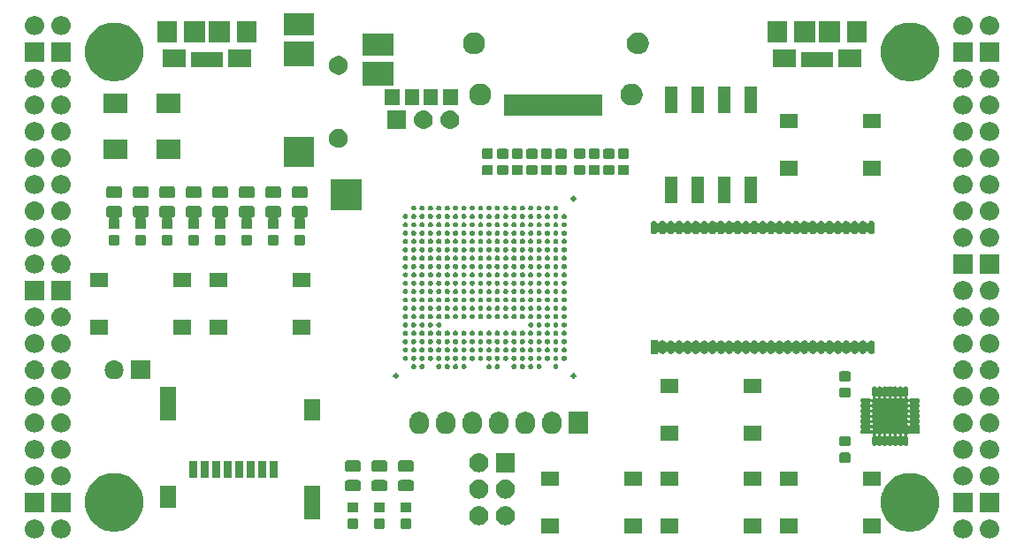
<source format=gts>
G04 #@! TF.GenerationSoftware,KiCad,Pcbnew,5.0.2+dfsg1-1*
G04 #@! TF.CreationDate,2019-06-05T12:29:05+02:00*
G04 #@! TF.ProjectId,ulx3s,756c7833-732e-46b6-9963-61645f706362,v3.0.7*
G04 #@! TF.SameCoordinates,Original*
G04 #@! TF.FileFunction,Soldermask,Top*
G04 #@! TF.FilePolarity,Negative*
%FSLAX46Y46*%
G04 Gerber Fmt 4.6, Leading zero omitted, Abs format (unit mm)*
G04 Created by KiCad (PCBNEW 5.0.2+dfsg1-1) date srijeda, 05. lipnja 2019. 12:29:05 CEST*
%MOMM*%
%LPD*%
G01*
G04 APERTURE LIST*
%ADD10C,0.100000*%
G04 APERTURE END LIST*
D10*
G36*
X98021988Y-110043010D02*
X98089097Y-110049619D01*
X98203906Y-110084446D01*
X98261312Y-110101860D01*
X98306489Y-110126008D01*
X98420025Y-110186694D01*
X98559138Y-110300862D01*
X98673306Y-110439975D01*
X98675086Y-110443306D01*
X98758140Y-110598688D01*
X98758140Y-110598689D01*
X98810381Y-110770903D01*
X98828020Y-110950000D01*
X98810381Y-111129097D01*
X98785839Y-111210000D01*
X98758140Y-111301312D01*
X98726770Y-111360000D01*
X98673306Y-111460025D01*
X98559138Y-111599138D01*
X98420025Y-111713306D01*
X98346146Y-111752795D01*
X98261312Y-111798140D01*
X98203906Y-111815554D01*
X98089097Y-111850381D01*
X98021988Y-111856990D01*
X97954880Y-111863600D01*
X97865120Y-111863600D01*
X97798012Y-111856990D01*
X97730903Y-111850381D01*
X97616094Y-111815554D01*
X97558688Y-111798140D01*
X97473854Y-111752795D01*
X97399975Y-111713306D01*
X97260862Y-111599138D01*
X97146694Y-111460025D01*
X97093230Y-111360000D01*
X97061860Y-111301312D01*
X97034161Y-111210000D01*
X97009619Y-111129097D01*
X96991980Y-110950000D01*
X97009619Y-110770903D01*
X97061860Y-110598689D01*
X97061860Y-110598688D01*
X97144914Y-110443306D01*
X97146694Y-110439975D01*
X97260862Y-110300862D01*
X97399975Y-110186694D01*
X97513511Y-110126008D01*
X97558688Y-110101860D01*
X97616094Y-110084446D01*
X97730903Y-110049619D01*
X97798012Y-110043010D01*
X97865120Y-110036400D01*
X97954880Y-110036400D01*
X98021988Y-110043010D01*
X98021988Y-110043010D01*
G37*
G36*
X184381988Y-110043010D02*
X184449097Y-110049619D01*
X184563906Y-110084446D01*
X184621312Y-110101860D01*
X184666489Y-110126008D01*
X184780025Y-110186694D01*
X184919138Y-110300862D01*
X185033306Y-110439975D01*
X185035086Y-110443306D01*
X185118140Y-110598688D01*
X185118140Y-110598689D01*
X185170381Y-110770903D01*
X185188020Y-110950000D01*
X185170381Y-111129097D01*
X185145839Y-111210000D01*
X185118140Y-111301312D01*
X185086770Y-111360000D01*
X185033306Y-111460025D01*
X184919138Y-111599138D01*
X184780025Y-111713306D01*
X184706146Y-111752795D01*
X184621312Y-111798140D01*
X184563906Y-111815554D01*
X184449097Y-111850381D01*
X184381988Y-111856990D01*
X184314880Y-111863600D01*
X184225120Y-111863600D01*
X184158012Y-111856990D01*
X184090903Y-111850381D01*
X183976094Y-111815554D01*
X183918688Y-111798140D01*
X183833854Y-111752795D01*
X183759975Y-111713306D01*
X183620862Y-111599138D01*
X183506694Y-111460025D01*
X183453230Y-111360000D01*
X183421860Y-111301312D01*
X183394161Y-111210000D01*
X183369619Y-111129097D01*
X183351980Y-110950000D01*
X183369619Y-110770903D01*
X183421860Y-110598689D01*
X183421860Y-110598688D01*
X183504914Y-110443306D01*
X183506694Y-110439975D01*
X183620862Y-110300862D01*
X183759975Y-110186694D01*
X183873511Y-110126008D01*
X183918688Y-110101860D01*
X183976094Y-110084446D01*
X184090903Y-110049619D01*
X184158012Y-110043010D01*
X184225120Y-110036400D01*
X184314880Y-110036400D01*
X184381988Y-110043010D01*
X184381988Y-110043010D01*
G37*
G36*
X186921988Y-110043010D02*
X186989097Y-110049619D01*
X187103906Y-110084446D01*
X187161312Y-110101860D01*
X187206489Y-110126008D01*
X187320025Y-110186694D01*
X187459138Y-110300862D01*
X187573306Y-110439975D01*
X187575086Y-110443306D01*
X187658140Y-110598688D01*
X187658140Y-110598689D01*
X187710381Y-110770903D01*
X187728020Y-110950000D01*
X187710381Y-111129097D01*
X187685839Y-111210000D01*
X187658140Y-111301312D01*
X187626770Y-111360000D01*
X187573306Y-111460025D01*
X187459138Y-111599138D01*
X187320025Y-111713306D01*
X187246146Y-111752795D01*
X187161312Y-111798140D01*
X187103906Y-111815554D01*
X186989097Y-111850381D01*
X186921988Y-111856990D01*
X186854880Y-111863600D01*
X186765120Y-111863600D01*
X186698012Y-111856990D01*
X186630903Y-111850381D01*
X186516094Y-111815554D01*
X186458688Y-111798140D01*
X186373854Y-111752795D01*
X186299975Y-111713306D01*
X186160862Y-111599138D01*
X186046694Y-111460025D01*
X185993230Y-111360000D01*
X185961860Y-111301312D01*
X185934161Y-111210000D01*
X185909619Y-111129097D01*
X185891980Y-110950000D01*
X185909619Y-110770903D01*
X185961860Y-110598689D01*
X185961860Y-110598688D01*
X186044914Y-110443306D01*
X186046694Y-110439975D01*
X186160862Y-110300862D01*
X186299975Y-110186694D01*
X186413511Y-110126008D01*
X186458688Y-110101860D01*
X186516094Y-110084446D01*
X186630903Y-110049619D01*
X186698012Y-110043010D01*
X186765120Y-110036400D01*
X186854880Y-110036400D01*
X186921988Y-110043010D01*
X186921988Y-110043010D01*
G37*
G36*
X95481988Y-110043010D02*
X95549097Y-110049619D01*
X95663906Y-110084446D01*
X95721312Y-110101860D01*
X95766489Y-110126008D01*
X95880025Y-110186694D01*
X96019138Y-110300862D01*
X96133306Y-110439975D01*
X96135086Y-110443306D01*
X96218140Y-110598688D01*
X96218140Y-110598689D01*
X96270381Y-110770903D01*
X96288020Y-110950000D01*
X96270381Y-111129097D01*
X96245839Y-111210000D01*
X96218140Y-111301312D01*
X96186770Y-111360000D01*
X96133306Y-111460025D01*
X96019138Y-111599138D01*
X95880025Y-111713306D01*
X95806146Y-111752795D01*
X95721312Y-111798140D01*
X95663906Y-111815554D01*
X95549097Y-111850381D01*
X95481988Y-111856990D01*
X95414880Y-111863600D01*
X95325120Y-111863600D01*
X95258012Y-111856990D01*
X95190903Y-111850381D01*
X95076094Y-111815554D01*
X95018688Y-111798140D01*
X94933854Y-111752795D01*
X94859975Y-111713306D01*
X94720862Y-111599138D01*
X94606694Y-111460025D01*
X94553230Y-111360000D01*
X94521860Y-111301312D01*
X94494161Y-111210000D01*
X94469619Y-111129097D01*
X94451980Y-110950000D01*
X94469619Y-110770903D01*
X94521860Y-110598689D01*
X94521860Y-110598688D01*
X94604914Y-110443306D01*
X94606694Y-110439975D01*
X94720862Y-110300862D01*
X94859975Y-110186694D01*
X94973511Y-110126008D01*
X95018688Y-110101860D01*
X95076094Y-110084446D01*
X95190903Y-110049619D01*
X95258012Y-110043010D01*
X95325120Y-110036400D01*
X95414880Y-110036400D01*
X95481988Y-110043010D01*
X95481988Y-110043010D01*
G37*
G36*
X156985000Y-111360000D02*
X155335000Y-111360000D01*
X155335000Y-109960000D01*
X156985000Y-109960000D01*
X156985000Y-111360000D01*
X156985000Y-111360000D01*
G37*
G36*
X164945000Y-111360000D02*
X163295000Y-111360000D01*
X163295000Y-109960000D01*
X164945000Y-109960000D01*
X164945000Y-111360000D01*
X164945000Y-111360000D01*
G37*
G36*
X145555000Y-111360000D02*
X143905000Y-111360000D01*
X143905000Y-109960000D01*
X145555000Y-109960000D01*
X145555000Y-111360000D01*
X145555000Y-111360000D01*
G37*
G36*
X153515000Y-111360000D02*
X151865000Y-111360000D01*
X151865000Y-109960000D01*
X153515000Y-109960000D01*
X153515000Y-111360000D01*
X153515000Y-111360000D01*
G37*
G36*
X176375000Y-111360000D02*
X174725000Y-111360000D01*
X174725000Y-109960000D01*
X176375000Y-109960000D01*
X176375000Y-111360000D01*
X176375000Y-111360000D01*
G37*
G36*
X168415000Y-111360000D02*
X166765000Y-111360000D01*
X166765000Y-109960000D01*
X168415000Y-109960000D01*
X168415000Y-111360000D01*
X168415000Y-111360000D01*
G37*
G36*
X179736253Y-105663801D02*
X180006730Y-105717602D01*
X180217799Y-105805030D01*
X180516296Y-105928671D01*
X180974899Y-106235100D01*
X181364900Y-106625101D01*
X181671329Y-107083704D01*
X181772826Y-107328740D01*
X181882398Y-107593270D01*
X181990000Y-108134224D01*
X181990000Y-108685776D01*
X181882398Y-109226730D01*
X181820600Y-109375924D01*
X181671329Y-109736296D01*
X181364900Y-110194899D01*
X180974899Y-110584900D01*
X180516296Y-110891329D01*
X180362580Y-110955000D01*
X180006730Y-111102398D01*
X179736253Y-111156199D01*
X179465777Y-111210000D01*
X178914223Y-111210000D01*
X178643747Y-111156199D01*
X178373270Y-111102398D01*
X178017420Y-110955000D01*
X177863704Y-110891329D01*
X177405101Y-110584900D01*
X177015100Y-110194899D01*
X176708671Y-109736296D01*
X176559400Y-109375924D01*
X176497602Y-109226730D01*
X176390000Y-108685776D01*
X176390000Y-108134224D01*
X176497602Y-107593270D01*
X176607174Y-107328740D01*
X176708671Y-107083704D01*
X177015100Y-106625101D01*
X177405101Y-106235100D01*
X177863704Y-105928671D01*
X178162201Y-105805030D01*
X178373270Y-105717602D01*
X178643747Y-105663801D01*
X178914223Y-105610000D01*
X179465777Y-105610000D01*
X179736253Y-105663801D01*
X179736253Y-105663801D01*
G37*
G36*
X103536253Y-105663801D02*
X103806730Y-105717602D01*
X104017799Y-105805030D01*
X104316296Y-105928671D01*
X104774899Y-106235100D01*
X105164900Y-106625101D01*
X105471329Y-107083704D01*
X105572826Y-107328740D01*
X105682398Y-107593270D01*
X105790000Y-108134224D01*
X105790000Y-108685776D01*
X105682398Y-109226730D01*
X105620600Y-109375924D01*
X105471329Y-109736296D01*
X105164900Y-110194899D01*
X104774899Y-110584900D01*
X104316296Y-110891329D01*
X104162580Y-110955000D01*
X103806730Y-111102398D01*
X103536253Y-111156199D01*
X103265777Y-111210000D01*
X102714223Y-111210000D01*
X102443747Y-111156199D01*
X102173270Y-111102398D01*
X101817420Y-110955000D01*
X101663704Y-110891329D01*
X101205101Y-110584900D01*
X100815100Y-110194899D01*
X100508671Y-109736296D01*
X100359400Y-109375924D01*
X100297602Y-109226730D01*
X100190000Y-108685776D01*
X100190000Y-108134224D01*
X100297602Y-107593270D01*
X100407174Y-107328740D01*
X100508671Y-107083704D01*
X100815100Y-106625101D01*
X101205101Y-106235100D01*
X101663704Y-105928671D01*
X101962201Y-105805030D01*
X102173270Y-105717602D01*
X102443747Y-105663801D01*
X102714223Y-105610000D01*
X103265777Y-105610000D01*
X103536253Y-105663801D01*
X103536253Y-105663801D01*
G37*
G36*
X128768992Y-109984076D02*
X128802883Y-109994357D01*
X128834111Y-110011048D01*
X128861485Y-110033515D01*
X128883952Y-110060889D01*
X128900643Y-110092117D01*
X128910924Y-110126008D01*
X128915000Y-110167391D01*
X128915000Y-110767609D01*
X128910924Y-110808992D01*
X128900643Y-110842883D01*
X128883952Y-110874111D01*
X128861485Y-110901485D01*
X128834111Y-110923952D01*
X128802883Y-110940643D01*
X128768992Y-110950924D01*
X128727609Y-110955000D01*
X128052391Y-110955000D01*
X128011008Y-110950924D01*
X127977117Y-110940643D01*
X127945889Y-110923952D01*
X127918515Y-110901485D01*
X127896048Y-110874111D01*
X127879357Y-110842883D01*
X127869076Y-110808992D01*
X127865000Y-110767609D01*
X127865000Y-110167391D01*
X127869076Y-110126008D01*
X127879357Y-110092117D01*
X127896048Y-110060889D01*
X127918515Y-110033515D01*
X127945889Y-110011048D01*
X127977117Y-109994357D01*
X128011008Y-109984076D01*
X128052391Y-109980000D01*
X128727609Y-109980000D01*
X128768992Y-109984076D01*
X128768992Y-109984076D01*
G37*
G36*
X131308992Y-109984076D02*
X131342883Y-109994357D01*
X131374111Y-110011048D01*
X131401485Y-110033515D01*
X131423952Y-110060889D01*
X131440643Y-110092117D01*
X131450924Y-110126008D01*
X131455000Y-110167391D01*
X131455000Y-110767609D01*
X131450924Y-110808992D01*
X131440643Y-110842883D01*
X131423952Y-110874111D01*
X131401485Y-110901485D01*
X131374111Y-110923952D01*
X131342883Y-110940643D01*
X131308992Y-110950924D01*
X131267609Y-110955000D01*
X130592391Y-110955000D01*
X130551008Y-110950924D01*
X130517117Y-110940643D01*
X130485889Y-110923952D01*
X130458515Y-110901485D01*
X130436048Y-110874111D01*
X130419357Y-110842883D01*
X130409076Y-110808992D01*
X130405000Y-110767609D01*
X130405000Y-110167391D01*
X130409076Y-110126008D01*
X130419357Y-110092117D01*
X130436048Y-110060889D01*
X130458515Y-110033515D01*
X130485889Y-110011048D01*
X130517117Y-109994357D01*
X130551008Y-109984076D01*
X130592391Y-109980000D01*
X131267609Y-109980000D01*
X131308992Y-109984076D01*
X131308992Y-109984076D01*
G37*
G36*
X126228992Y-109984076D02*
X126262883Y-109994357D01*
X126294111Y-110011048D01*
X126321485Y-110033515D01*
X126343952Y-110060889D01*
X126360643Y-110092117D01*
X126370924Y-110126008D01*
X126375000Y-110167391D01*
X126375000Y-110767609D01*
X126370924Y-110808992D01*
X126360643Y-110842883D01*
X126343952Y-110874111D01*
X126321485Y-110901485D01*
X126294111Y-110923952D01*
X126262883Y-110940643D01*
X126228992Y-110950924D01*
X126187609Y-110955000D01*
X125512391Y-110955000D01*
X125471008Y-110950924D01*
X125437117Y-110940643D01*
X125405889Y-110923952D01*
X125378515Y-110901485D01*
X125356048Y-110874111D01*
X125339357Y-110842883D01*
X125329076Y-110808992D01*
X125325000Y-110767609D01*
X125325000Y-110167391D01*
X125329076Y-110126008D01*
X125339357Y-110092117D01*
X125356048Y-110060889D01*
X125378515Y-110033515D01*
X125405889Y-110011048D01*
X125437117Y-109994357D01*
X125471008Y-109984076D01*
X125512391Y-109980000D01*
X126187609Y-109980000D01*
X126228992Y-109984076D01*
X126228992Y-109984076D01*
G37*
G36*
X140566987Y-108773009D02*
X140634097Y-108779619D01*
X140748906Y-108814446D01*
X140806312Y-108831860D01*
X140891146Y-108877205D01*
X140965025Y-108916694D01*
X141104138Y-109030862D01*
X141218306Y-109169975D01*
X141248642Y-109226730D01*
X141303140Y-109328688D01*
X141303140Y-109328689D01*
X141355381Y-109500903D01*
X141373020Y-109680000D01*
X141355381Y-109859097D01*
X141324772Y-109960000D01*
X141303140Y-110031312D01*
X141272663Y-110088330D01*
X141218306Y-110190025D01*
X141104138Y-110329138D01*
X140965025Y-110443306D01*
X140891146Y-110482795D01*
X140806312Y-110528140D01*
X140748906Y-110545554D01*
X140634097Y-110580381D01*
X140566987Y-110586991D01*
X140499880Y-110593600D01*
X140410120Y-110593600D01*
X140343013Y-110586991D01*
X140275903Y-110580381D01*
X140161094Y-110545554D01*
X140103688Y-110528140D01*
X140018854Y-110482795D01*
X139944975Y-110443306D01*
X139805862Y-110329138D01*
X139691694Y-110190025D01*
X139637337Y-110088330D01*
X139606860Y-110031312D01*
X139585228Y-109960000D01*
X139554619Y-109859097D01*
X139536980Y-109680000D01*
X139554619Y-109500903D01*
X139606860Y-109328689D01*
X139606860Y-109328688D01*
X139661358Y-109226730D01*
X139691694Y-109169975D01*
X139805862Y-109030862D01*
X139944975Y-108916694D01*
X140018854Y-108877205D01*
X140103688Y-108831860D01*
X140161094Y-108814446D01*
X140275903Y-108779619D01*
X140343013Y-108773009D01*
X140410120Y-108766400D01*
X140499880Y-108766400D01*
X140566987Y-108773009D01*
X140566987Y-108773009D01*
G37*
G36*
X138026987Y-108773009D02*
X138094097Y-108779619D01*
X138208906Y-108814446D01*
X138266312Y-108831860D01*
X138351146Y-108877205D01*
X138425025Y-108916694D01*
X138564138Y-109030862D01*
X138678306Y-109169975D01*
X138708642Y-109226730D01*
X138763140Y-109328688D01*
X138763140Y-109328689D01*
X138815381Y-109500903D01*
X138833020Y-109680000D01*
X138815381Y-109859097D01*
X138784772Y-109960000D01*
X138763140Y-110031312D01*
X138732663Y-110088330D01*
X138678306Y-110190025D01*
X138564138Y-110329138D01*
X138425025Y-110443306D01*
X138351146Y-110482795D01*
X138266312Y-110528140D01*
X138208906Y-110545554D01*
X138094097Y-110580381D01*
X138026987Y-110586991D01*
X137959880Y-110593600D01*
X137870120Y-110593600D01*
X137803013Y-110586991D01*
X137735903Y-110580381D01*
X137621094Y-110545554D01*
X137563688Y-110528140D01*
X137478854Y-110482795D01*
X137404975Y-110443306D01*
X137265862Y-110329138D01*
X137151694Y-110190025D01*
X137097337Y-110088330D01*
X137066860Y-110031312D01*
X137045228Y-109960000D01*
X137014619Y-109859097D01*
X136996980Y-109680000D01*
X137014619Y-109500903D01*
X137066860Y-109328689D01*
X137066860Y-109328688D01*
X137121358Y-109226730D01*
X137151694Y-109169975D01*
X137265862Y-109030862D01*
X137404975Y-108916694D01*
X137478854Y-108877205D01*
X137563688Y-108831860D01*
X137621094Y-108814446D01*
X137735903Y-108779619D01*
X137803013Y-108773009D01*
X137870120Y-108766400D01*
X137959880Y-108766400D01*
X138026987Y-108773009D01*
X138026987Y-108773009D01*
G37*
G36*
X122700000Y-110050000D02*
X121150000Y-110050000D01*
X121150000Y-106800000D01*
X122700000Y-106800000D01*
X122700000Y-110050000D01*
X122700000Y-110050000D01*
G37*
G36*
X126228992Y-108409076D02*
X126262883Y-108419357D01*
X126294111Y-108436048D01*
X126321485Y-108458515D01*
X126343952Y-108485889D01*
X126360643Y-108517117D01*
X126370924Y-108551008D01*
X126375000Y-108592391D01*
X126375000Y-109192609D01*
X126370924Y-109233992D01*
X126360643Y-109267883D01*
X126343952Y-109299111D01*
X126321485Y-109326485D01*
X126294111Y-109348952D01*
X126262883Y-109365643D01*
X126228992Y-109375924D01*
X126187609Y-109380000D01*
X125512391Y-109380000D01*
X125471008Y-109375924D01*
X125437117Y-109365643D01*
X125405889Y-109348952D01*
X125378515Y-109326485D01*
X125356048Y-109299111D01*
X125339357Y-109267883D01*
X125329076Y-109233992D01*
X125325000Y-109192609D01*
X125325000Y-108592391D01*
X125329076Y-108551008D01*
X125339357Y-108517117D01*
X125356048Y-108485889D01*
X125378515Y-108458515D01*
X125405889Y-108436048D01*
X125437117Y-108419357D01*
X125471008Y-108409076D01*
X125512391Y-108405000D01*
X126187609Y-108405000D01*
X126228992Y-108409076D01*
X126228992Y-108409076D01*
G37*
G36*
X131308992Y-108409076D02*
X131342883Y-108419357D01*
X131374111Y-108436048D01*
X131401485Y-108458515D01*
X131423952Y-108485889D01*
X131440643Y-108517117D01*
X131450924Y-108551008D01*
X131455000Y-108592391D01*
X131455000Y-109192609D01*
X131450924Y-109233992D01*
X131440643Y-109267883D01*
X131423952Y-109299111D01*
X131401485Y-109326485D01*
X131374111Y-109348952D01*
X131342883Y-109365643D01*
X131308992Y-109375924D01*
X131267609Y-109380000D01*
X130592391Y-109380000D01*
X130551008Y-109375924D01*
X130517117Y-109365643D01*
X130485889Y-109348952D01*
X130458515Y-109326485D01*
X130436048Y-109299111D01*
X130419357Y-109267883D01*
X130409076Y-109233992D01*
X130405000Y-109192609D01*
X130405000Y-108592391D01*
X130409076Y-108551008D01*
X130419357Y-108517117D01*
X130436048Y-108485889D01*
X130458515Y-108458515D01*
X130485889Y-108436048D01*
X130517117Y-108419357D01*
X130551008Y-108409076D01*
X130592391Y-108405000D01*
X131267609Y-108405000D01*
X131308992Y-108409076D01*
X131308992Y-108409076D01*
G37*
G36*
X128768992Y-108409076D02*
X128802883Y-108419357D01*
X128834111Y-108436048D01*
X128861485Y-108458515D01*
X128883952Y-108485889D01*
X128900643Y-108517117D01*
X128910924Y-108551008D01*
X128915000Y-108592391D01*
X128915000Y-109192609D01*
X128910924Y-109233992D01*
X128900643Y-109267883D01*
X128883952Y-109299111D01*
X128861485Y-109326485D01*
X128834111Y-109348952D01*
X128802883Y-109365643D01*
X128768992Y-109375924D01*
X128727609Y-109380000D01*
X128052391Y-109380000D01*
X128011008Y-109375924D01*
X127977117Y-109365643D01*
X127945889Y-109348952D01*
X127918515Y-109326485D01*
X127896048Y-109299111D01*
X127879357Y-109267883D01*
X127869076Y-109233992D01*
X127865000Y-109192609D01*
X127865000Y-108592391D01*
X127869076Y-108551008D01*
X127879357Y-108517117D01*
X127896048Y-108485889D01*
X127918515Y-108458515D01*
X127945889Y-108436048D01*
X127977117Y-108419357D01*
X128011008Y-108409076D01*
X128052391Y-108405000D01*
X128727609Y-108405000D01*
X128768992Y-108409076D01*
X128768992Y-108409076D01*
G37*
G36*
X187723600Y-109323600D02*
X185896400Y-109323600D01*
X185896400Y-107496400D01*
X187723600Y-107496400D01*
X187723600Y-109323600D01*
X187723600Y-109323600D01*
G37*
G36*
X96283600Y-109323600D02*
X94456400Y-109323600D01*
X94456400Y-107496400D01*
X96283600Y-107496400D01*
X96283600Y-109323600D01*
X96283600Y-109323600D01*
G37*
G36*
X185183600Y-109323600D02*
X183356400Y-109323600D01*
X183356400Y-107496400D01*
X185183600Y-107496400D01*
X185183600Y-109323600D01*
X185183600Y-109323600D01*
G37*
G36*
X98823600Y-109323600D02*
X96996400Y-109323600D01*
X96996400Y-107496400D01*
X98823600Y-107496400D01*
X98823600Y-109323600D01*
X98823600Y-109323600D01*
G37*
G36*
X108950000Y-108900000D02*
X107400000Y-108900000D01*
X107400000Y-106800000D01*
X108950000Y-106800000D01*
X108950000Y-108900000D01*
X108950000Y-108900000D01*
G37*
G36*
X138026988Y-106233010D02*
X138094097Y-106239619D01*
X138194249Y-106270000D01*
X138266312Y-106291860D01*
X138339232Y-106330837D01*
X138425025Y-106376694D01*
X138564138Y-106490862D01*
X138678306Y-106629975D01*
X138680086Y-106633306D01*
X138763140Y-106788688D01*
X138763140Y-106788689D01*
X138815381Y-106960903D01*
X138833020Y-107140000D01*
X138815381Y-107319097D01*
X138808905Y-107340444D01*
X138763140Y-107491312D01*
X138760420Y-107496400D01*
X138678306Y-107650025D01*
X138564138Y-107789138D01*
X138425025Y-107903306D01*
X138351146Y-107942795D01*
X138266312Y-107988140D01*
X138208906Y-108005554D01*
X138094097Y-108040381D01*
X138026988Y-108046990D01*
X137959880Y-108053600D01*
X137870120Y-108053600D01*
X137803012Y-108046990D01*
X137735903Y-108040381D01*
X137621094Y-108005554D01*
X137563688Y-107988140D01*
X137478854Y-107942795D01*
X137404975Y-107903306D01*
X137265862Y-107789138D01*
X137151694Y-107650025D01*
X137069580Y-107496400D01*
X137066860Y-107491312D01*
X137021095Y-107340444D01*
X137014619Y-107319097D01*
X136996980Y-107140000D01*
X137014619Y-106960903D01*
X137066860Y-106788689D01*
X137066860Y-106788688D01*
X137149914Y-106633306D01*
X137151694Y-106629975D01*
X137265862Y-106490862D01*
X137404975Y-106376694D01*
X137490768Y-106330837D01*
X137563688Y-106291860D01*
X137635751Y-106270000D01*
X137735903Y-106239619D01*
X137803012Y-106233010D01*
X137870120Y-106226400D01*
X137959880Y-106226400D01*
X138026988Y-106233010D01*
X138026988Y-106233010D01*
G37*
G36*
X140566988Y-106233010D02*
X140634097Y-106239619D01*
X140734249Y-106270000D01*
X140806312Y-106291860D01*
X140879232Y-106330837D01*
X140965025Y-106376694D01*
X141104138Y-106490862D01*
X141218306Y-106629975D01*
X141220086Y-106633306D01*
X141303140Y-106788688D01*
X141303140Y-106788689D01*
X141355381Y-106960903D01*
X141373020Y-107140000D01*
X141355381Y-107319097D01*
X141348905Y-107340444D01*
X141303140Y-107491312D01*
X141300420Y-107496400D01*
X141218306Y-107650025D01*
X141104138Y-107789138D01*
X140965025Y-107903306D01*
X140891146Y-107942795D01*
X140806312Y-107988140D01*
X140748906Y-108005554D01*
X140634097Y-108040381D01*
X140566988Y-108046990D01*
X140499880Y-108053600D01*
X140410120Y-108053600D01*
X140343012Y-108046990D01*
X140275903Y-108040381D01*
X140161094Y-108005554D01*
X140103688Y-107988140D01*
X140018854Y-107942795D01*
X139944975Y-107903306D01*
X139805862Y-107789138D01*
X139691694Y-107650025D01*
X139609580Y-107496400D01*
X139606860Y-107491312D01*
X139561095Y-107340444D01*
X139554619Y-107319097D01*
X139536980Y-107140000D01*
X139554619Y-106960903D01*
X139606860Y-106788689D01*
X139606860Y-106788688D01*
X139689914Y-106633306D01*
X139691694Y-106629975D01*
X139805862Y-106490862D01*
X139944975Y-106376694D01*
X140030768Y-106330837D01*
X140103688Y-106291860D01*
X140175751Y-106270000D01*
X140275903Y-106239619D01*
X140343012Y-106233010D01*
X140410120Y-106226400D01*
X140499880Y-106226400D01*
X140566988Y-106233010D01*
X140566988Y-106233010D01*
G37*
G36*
X131513866Y-106274556D02*
X131552449Y-106286260D01*
X131588002Y-106305263D01*
X131619163Y-106330837D01*
X131644737Y-106361998D01*
X131663740Y-106397551D01*
X131675444Y-106436134D01*
X131680000Y-106482390D01*
X131680000Y-107132610D01*
X131675444Y-107178866D01*
X131663740Y-107217449D01*
X131644737Y-107253002D01*
X131619163Y-107284163D01*
X131588002Y-107309737D01*
X131552449Y-107328740D01*
X131513866Y-107340444D01*
X131467610Y-107345000D01*
X130392390Y-107345000D01*
X130346134Y-107340444D01*
X130307551Y-107328740D01*
X130271998Y-107309737D01*
X130240837Y-107284163D01*
X130215263Y-107253002D01*
X130196260Y-107217449D01*
X130184556Y-107178866D01*
X130180000Y-107132610D01*
X130180000Y-106482390D01*
X130184556Y-106436134D01*
X130196260Y-106397551D01*
X130215263Y-106361998D01*
X130240837Y-106330837D01*
X130271998Y-106305263D01*
X130307551Y-106286260D01*
X130346134Y-106274556D01*
X130392390Y-106270000D01*
X131467610Y-106270000D01*
X131513866Y-106274556D01*
X131513866Y-106274556D01*
G37*
G36*
X128973866Y-106274556D02*
X129012449Y-106286260D01*
X129048002Y-106305263D01*
X129079163Y-106330837D01*
X129104737Y-106361998D01*
X129123740Y-106397551D01*
X129135444Y-106436134D01*
X129140000Y-106482390D01*
X129140000Y-107132610D01*
X129135444Y-107178866D01*
X129123740Y-107217449D01*
X129104737Y-107253002D01*
X129079163Y-107284163D01*
X129048002Y-107309737D01*
X129012449Y-107328740D01*
X128973866Y-107340444D01*
X128927610Y-107345000D01*
X127852390Y-107345000D01*
X127806134Y-107340444D01*
X127767551Y-107328740D01*
X127731998Y-107309737D01*
X127700837Y-107284163D01*
X127675263Y-107253002D01*
X127656260Y-107217449D01*
X127644556Y-107178866D01*
X127640000Y-107132610D01*
X127640000Y-106482390D01*
X127644556Y-106436134D01*
X127656260Y-106397551D01*
X127675263Y-106361998D01*
X127700837Y-106330837D01*
X127731998Y-106305263D01*
X127767551Y-106286260D01*
X127806134Y-106274556D01*
X127852390Y-106270000D01*
X128927610Y-106270000D01*
X128973866Y-106274556D01*
X128973866Y-106274556D01*
G37*
G36*
X126433866Y-106274556D02*
X126472449Y-106286260D01*
X126508002Y-106305263D01*
X126539163Y-106330837D01*
X126564737Y-106361998D01*
X126583740Y-106397551D01*
X126595444Y-106436134D01*
X126600000Y-106482390D01*
X126600000Y-107132610D01*
X126595444Y-107178866D01*
X126583740Y-107217449D01*
X126564737Y-107253002D01*
X126539163Y-107284163D01*
X126508002Y-107309737D01*
X126472449Y-107328740D01*
X126433866Y-107340444D01*
X126387610Y-107345000D01*
X125312390Y-107345000D01*
X125266134Y-107340444D01*
X125227551Y-107328740D01*
X125191998Y-107309737D01*
X125160837Y-107284163D01*
X125135263Y-107253002D01*
X125116260Y-107217449D01*
X125104556Y-107178866D01*
X125100000Y-107132610D01*
X125100000Y-106482390D01*
X125104556Y-106436134D01*
X125116260Y-106397551D01*
X125135263Y-106361998D01*
X125160837Y-106330837D01*
X125191998Y-106305263D01*
X125227551Y-106286260D01*
X125266134Y-106274556D01*
X125312390Y-106270000D01*
X126387610Y-106270000D01*
X126433866Y-106274556D01*
X126433866Y-106274556D01*
G37*
G36*
X164945000Y-106860000D02*
X163295000Y-106860000D01*
X163295000Y-105460000D01*
X164945000Y-105460000D01*
X164945000Y-106860000D01*
X164945000Y-106860000D01*
G37*
G36*
X168415000Y-106860000D02*
X166765000Y-106860000D01*
X166765000Y-105460000D01*
X168415000Y-105460000D01*
X168415000Y-106860000D01*
X168415000Y-106860000D01*
G37*
G36*
X145555000Y-106860000D02*
X143905000Y-106860000D01*
X143905000Y-105460000D01*
X145555000Y-105460000D01*
X145555000Y-106860000D01*
X145555000Y-106860000D01*
G37*
G36*
X153515000Y-106860000D02*
X151865000Y-106860000D01*
X151865000Y-105460000D01*
X153515000Y-105460000D01*
X153515000Y-106860000D01*
X153515000Y-106860000D01*
G37*
G36*
X176375000Y-106860000D02*
X174725000Y-106860000D01*
X174725000Y-105460000D01*
X176375000Y-105460000D01*
X176375000Y-106860000D01*
X176375000Y-106860000D01*
G37*
G36*
X156985000Y-106860000D02*
X155335000Y-106860000D01*
X155335000Y-105460000D01*
X156985000Y-105460000D01*
X156985000Y-106860000D01*
X156985000Y-106860000D01*
G37*
G36*
X186921987Y-104963009D02*
X186989097Y-104969619D01*
X187103906Y-105004446D01*
X187161312Y-105021860D01*
X187246146Y-105067205D01*
X187320025Y-105106694D01*
X187459138Y-105220862D01*
X187573306Y-105359975D01*
X187590041Y-105391285D01*
X187658140Y-105518688D01*
X187658140Y-105518689D01*
X187710381Y-105690903D01*
X187728020Y-105870000D01*
X187710381Y-106049097D01*
X187675554Y-106163906D01*
X187658140Y-106221312D01*
X187629680Y-106274556D01*
X187573306Y-106380025D01*
X187459138Y-106519138D01*
X187320025Y-106633306D01*
X187246146Y-106672795D01*
X187161312Y-106718140D01*
X187103906Y-106735554D01*
X186989097Y-106770381D01*
X186921988Y-106776990D01*
X186854880Y-106783600D01*
X186765120Y-106783600D01*
X186698012Y-106776990D01*
X186630903Y-106770381D01*
X186516094Y-106735554D01*
X186458688Y-106718140D01*
X186373854Y-106672795D01*
X186299975Y-106633306D01*
X186160862Y-106519138D01*
X186046694Y-106380025D01*
X185990320Y-106274556D01*
X185961860Y-106221312D01*
X185944446Y-106163906D01*
X185909619Y-106049097D01*
X185891980Y-105870000D01*
X185909619Y-105690903D01*
X185961860Y-105518689D01*
X185961860Y-105518688D01*
X186029959Y-105391285D01*
X186046694Y-105359975D01*
X186160862Y-105220862D01*
X186299975Y-105106694D01*
X186373854Y-105067205D01*
X186458688Y-105021860D01*
X186516094Y-105004446D01*
X186630903Y-104969619D01*
X186698012Y-104963010D01*
X186765120Y-104956400D01*
X186854880Y-104956400D01*
X186921987Y-104963009D01*
X186921987Y-104963009D01*
G37*
G36*
X184381987Y-104963009D02*
X184449097Y-104969619D01*
X184563906Y-105004446D01*
X184621312Y-105021860D01*
X184706146Y-105067205D01*
X184780025Y-105106694D01*
X184919138Y-105220862D01*
X185033306Y-105359975D01*
X185050041Y-105391285D01*
X185118140Y-105518688D01*
X185118140Y-105518689D01*
X185170381Y-105690903D01*
X185188020Y-105870000D01*
X185170381Y-106049097D01*
X185135554Y-106163906D01*
X185118140Y-106221312D01*
X185089680Y-106274556D01*
X185033306Y-106380025D01*
X184919138Y-106519138D01*
X184780025Y-106633306D01*
X184706146Y-106672795D01*
X184621312Y-106718140D01*
X184563906Y-106735554D01*
X184449097Y-106770381D01*
X184381988Y-106776990D01*
X184314880Y-106783600D01*
X184225120Y-106783600D01*
X184158012Y-106776990D01*
X184090903Y-106770381D01*
X183976094Y-106735554D01*
X183918688Y-106718140D01*
X183833854Y-106672795D01*
X183759975Y-106633306D01*
X183620862Y-106519138D01*
X183506694Y-106380025D01*
X183450320Y-106274556D01*
X183421860Y-106221312D01*
X183404446Y-106163906D01*
X183369619Y-106049097D01*
X183351980Y-105870000D01*
X183369619Y-105690903D01*
X183421860Y-105518689D01*
X183421860Y-105518688D01*
X183489959Y-105391285D01*
X183506694Y-105359975D01*
X183620862Y-105220862D01*
X183759975Y-105106694D01*
X183833854Y-105067205D01*
X183918688Y-105021860D01*
X183976094Y-105004446D01*
X184090903Y-104969619D01*
X184158012Y-104963010D01*
X184225120Y-104956400D01*
X184314880Y-104956400D01*
X184381987Y-104963009D01*
X184381987Y-104963009D01*
G37*
G36*
X98021987Y-104963009D02*
X98089097Y-104969619D01*
X98203906Y-105004446D01*
X98261312Y-105021860D01*
X98346146Y-105067205D01*
X98420025Y-105106694D01*
X98559138Y-105220862D01*
X98673306Y-105359975D01*
X98690041Y-105391285D01*
X98758140Y-105518688D01*
X98758140Y-105518689D01*
X98810381Y-105690903D01*
X98828020Y-105870000D01*
X98810381Y-106049097D01*
X98775554Y-106163906D01*
X98758140Y-106221312D01*
X98729680Y-106274556D01*
X98673306Y-106380025D01*
X98559138Y-106519138D01*
X98420025Y-106633306D01*
X98346146Y-106672795D01*
X98261312Y-106718140D01*
X98203906Y-106735554D01*
X98089097Y-106770381D01*
X98021988Y-106776990D01*
X97954880Y-106783600D01*
X97865120Y-106783600D01*
X97798012Y-106776990D01*
X97730903Y-106770381D01*
X97616094Y-106735554D01*
X97558688Y-106718140D01*
X97473854Y-106672795D01*
X97399975Y-106633306D01*
X97260862Y-106519138D01*
X97146694Y-106380025D01*
X97090320Y-106274556D01*
X97061860Y-106221312D01*
X97044446Y-106163906D01*
X97009619Y-106049097D01*
X96991980Y-105870000D01*
X97009619Y-105690903D01*
X97061860Y-105518689D01*
X97061860Y-105518688D01*
X97129959Y-105391285D01*
X97146694Y-105359975D01*
X97260862Y-105220862D01*
X97399975Y-105106694D01*
X97473854Y-105067205D01*
X97558688Y-105021860D01*
X97616094Y-105004446D01*
X97730903Y-104969619D01*
X97798012Y-104963010D01*
X97865120Y-104956400D01*
X97954880Y-104956400D01*
X98021987Y-104963009D01*
X98021987Y-104963009D01*
G37*
G36*
X95481987Y-104963009D02*
X95549097Y-104969619D01*
X95663906Y-105004446D01*
X95721312Y-105021860D01*
X95806146Y-105067205D01*
X95880025Y-105106694D01*
X96019138Y-105220862D01*
X96133306Y-105359975D01*
X96150041Y-105391285D01*
X96218140Y-105518688D01*
X96218140Y-105518689D01*
X96270381Y-105690903D01*
X96288020Y-105870000D01*
X96270381Y-106049097D01*
X96235554Y-106163906D01*
X96218140Y-106221312D01*
X96189680Y-106274556D01*
X96133306Y-106380025D01*
X96019138Y-106519138D01*
X95880025Y-106633306D01*
X95806146Y-106672795D01*
X95721312Y-106718140D01*
X95663906Y-106735554D01*
X95549097Y-106770381D01*
X95481988Y-106776990D01*
X95414880Y-106783600D01*
X95325120Y-106783600D01*
X95258012Y-106776990D01*
X95190903Y-106770381D01*
X95076094Y-106735554D01*
X95018688Y-106718140D01*
X94933854Y-106672795D01*
X94859975Y-106633306D01*
X94720862Y-106519138D01*
X94606694Y-106380025D01*
X94550320Y-106274556D01*
X94521860Y-106221312D01*
X94504446Y-106163906D01*
X94469619Y-106049097D01*
X94451980Y-105870000D01*
X94469619Y-105690903D01*
X94521860Y-105518689D01*
X94521860Y-105518688D01*
X94589959Y-105391285D01*
X94606694Y-105359975D01*
X94720862Y-105220862D01*
X94859975Y-105106694D01*
X94933854Y-105067205D01*
X95018688Y-105021860D01*
X95076094Y-105004446D01*
X95190903Y-104969619D01*
X95258012Y-104963010D01*
X95325120Y-104956400D01*
X95414880Y-104956400D01*
X95481987Y-104963009D01*
X95481987Y-104963009D01*
G37*
G36*
X110950000Y-106050000D02*
X110150000Y-106050000D01*
X110150000Y-104450000D01*
X110950000Y-104450000D01*
X110950000Y-106050000D01*
X110950000Y-106050000D01*
G37*
G36*
X112050000Y-106050000D02*
X111250000Y-106050000D01*
X111250000Y-104450000D01*
X112050000Y-104450000D01*
X112050000Y-106050000D01*
X112050000Y-106050000D01*
G37*
G36*
X113150000Y-106050000D02*
X112350000Y-106050000D01*
X112350000Y-104450000D01*
X113150000Y-104450000D01*
X113150000Y-106050000D01*
X113150000Y-106050000D01*
G37*
G36*
X114250000Y-106050000D02*
X113450000Y-106050000D01*
X113450000Y-104450000D01*
X114250000Y-104450000D01*
X114250000Y-106050000D01*
X114250000Y-106050000D01*
G37*
G36*
X115350000Y-106050000D02*
X114550000Y-106050000D01*
X114550000Y-104450000D01*
X115350000Y-104450000D01*
X115350000Y-106050000D01*
X115350000Y-106050000D01*
G37*
G36*
X116450000Y-106050000D02*
X115650000Y-106050000D01*
X115650000Y-104450000D01*
X116450000Y-104450000D01*
X116450000Y-106050000D01*
X116450000Y-106050000D01*
G37*
G36*
X117550000Y-106050000D02*
X116750000Y-106050000D01*
X116750000Y-104450000D01*
X117550000Y-104450000D01*
X117550000Y-106050000D01*
X117550000Y-106050000D01*
G37*
G36*
X118650000Y-106050000D02*
X117850000Y-106050000D01*
X117850000Y-104450000D01*
X118650000Y-104450000D01*
X118650000Y-106050000D01*
X118650000Y-106050000D01*
G37*
G36*
X138026987Y-103693009D02*
X138094097Y-103699619D01*
X138208906Y-103734446D01*
X138266312Y-103751860D01*
X138311489Y-103776008D01*
X138425025Y-103836694D01*
X138564138Y-103950862D01*
X138678306Y-104089975D01*
X138680086Y-104093306D01*
X138763140Y-104248688D01*
X138763140Y-104248689D01*
X138815381Y-104420903D01*
X138833020Y-104600000D01*
X138815381Y-104779097D01*
X138780554Y-104893906D01*
X138763140Y-104951312D01*
X138725431Y-105021860D01*
X138678306Y-105110025D01*
X138564138Y-105249138D01*
X138425025Y-105363306D01*
X138351146Y-105402795D01*
X138266312Y-105448140D01*
X138227214Y-105460000D01*
X138094097Y-105500381D01*
X138026987Y-105506991D01*
X137959880Y-105513600D01*
X137870120Y-105513600D01*
X137803012Y-105506990D01*
X137735903Y-105500381D01*
X137602786Y-105460000D01*
X137563688Y-105448140D01*
X137478854Y-105402795D01*
X137404975Y-105363306D01*
X137265862Y-105249138D01*
X137151694Y-105110025D01*
X137104569Y-105021860D01*
X137066860Y-104951312D01*
X137049446Y-104893906D01*
X137014619Y-104779097D01*
X136996980Y-104600000D01*
X137014619Y-104420903D01*
X137066860Y-104248689D01*
X137066860Y-104248688D01*
X137149914Y-104093306D01*
X137151694Y-104089975D01*
X137265862Y-103950862D01*
X137404975Y-103836694D01*
X137518511Y-103776008D01*
X137563688Y-103751860D01*
X137621094Y-103734446D01*
X137735903Y-103699619D01*
X137803012Y-103693010D01*
X137870120Y-103686400D01*
X137959880Y-103686400D01*
X138026987Y-103693009D01*
X138026987Y-103693009D01*
G37*
G36*
X141368600Y-105513600D02*
X139541400Y-105513600D01*
X139541400Y-103686400D01*
X141368600Y-103686400D01*
X141368600Y-105513600D01*
X141368600Y-105513600D01*
G37*
G36*
X131513866Y-104399556D02*
X131552449Y-104411260D01*
X131588002Y-104430263D01*
X131619163Y-104455837D01*
X131644737Y-104486998D01*
X131663740Y-104522551D01*
X131675444Y-104561134D01*
X131680000Y-104607390D01*
X131680000Y-105257610D01*
X131675444Y-105303866D01*
X131663740Y-105342449D01*
X131644737Y-105378002D01*
X131619163Y-105409163D01*
X131588002Y-105434737D01*
X131552449Y-105453740D01*
X131513866Y-105465444D01*
X131467610Y-105470000D01*
X130392390Y-105470000D01*
X130346134Y-105465444D01*
X130307551Y-105453740D01*
X130271998Y-105434737D01*
X130240837Y-105409163D01*
X130215263Y-105378002D01*
X130196260Y-105342449D01*
X130184556Y-105303866D01*
X130180000Y-105257610D01*
X130180000Y-104607390D01*
X130184556Y-104561134D01*
X130196260Y-104522551D01*
X130215263Y-104486998D01*
X130240837Y-104455837D01*
X130271998Y-104430263D01*
X130307551Y-104411260D01*
X130346134Y-104399556D01*
X130392390Y-104395000D01*
X131467610Y-104395000D01*
X131513866Y-104399556D01*
X131513866Y-104399556D01*
G37*
G36*
X128973866Y-104399556D02*
X129012449Y-104411260D01*
X129048002Y-104430263D01*
X129079163Y-104455837D01*
X129104737Y-104486998D01*
X129123740Y-104522551D01*
X129135444Y-104561134D01*
X129140000Y-104607390D01*
X129140000Y-105257610D01*
X129135444Y-105303866D01*
X129123740Y-105342449D01*
X129104737Y-105378002D01*
X129079163Y-105409163D01*
X129048002Y-105434737D01*
X129012449Y-105453740D01*
X128973866Y-105465444D01*
X128927610Y-105470000D01*
X127852390Y-105470000D01*
X127806134Y-105465444D01*
X127767551Y-105453740D01*
X127731998Y-105434737D01*
X127700837Y-105409163D01*
X127675263Y-105378002D01*
X127656260Y-105342449D01*
X127644556Y-105303866D01*
X127640000Y-105257610D01*
X127640000Y-104607390D01*
X127644556Y-104561134D01*
X127656260Y-104522551D01*
X127675263Y-104486998D01*
X127700837Y-104455837D01*
X127731998Y-104430263D01*
X127767551Y-104411260D01*
X127806134Y-104399556D01*
X127852390Y-104395000D01*
X128927610Y-104395000D01*
X128973866Y-104399556D01*
X128973866Y-104399556D01*
G37*
G36*
X126433866Y-104399556D02*
X126472449Y-104411260D01*
X126508002Y-104430263D01*
X126539163Y-104455837D01*
X126564737Y-104486998D01*
X126583740Y-104522551D01*
X126595444Y-104561134D01*
X126600000Y-104607390D01*
X126600000Y-105257610D01*
X126595444Y-105303866D01*
X126583740Y-105342449D01*
X126564737Y-105378002D01*
X126539163Y-105409163D01*
X126508002Y-105434737D01*
X126472449Y-105453740D01*
X126433866Y-105465444D01*
X126387610Y-105470000D01*
X125312390Y-105470000D01*
X125266134Y-105465444D01*
X125227551Y-105453740D01*
X125191998Y-105434737D01*
X125160837Y-105409163D01*
X125135263Y-105378002D01*
X125116260Y-105342449D01*
X125104556Y-105303866D01*
X125100000Y-105257610D01*
X125100000Y-104607390D01*
X125104556Y-104561134D01*
X125116260Y-104522551D01*
X125135263Y-104486998D01*
X125160837Y-104455837D01*
X125191998Y-104430263D01*
X125227551Y-104411260D01*
X125266134Y-104399556D01*
X125312390Y-104395000D01*
X126387610Y-104395000D01*
X126433866Y-104399556D01*
X126433866Y-104399556D01*
G37*
G36*
X173345992Y-103634076D02*
X173379883Y-103644357D01*
X173411111Y-103661048D01*
X173438485Y-103683515D01*
X173460952Y-103710889D01*
X173477643Y-103742117D01*
X173487924Y-103776008D01*
X173492000Y-103817391D01*
X173492000Y-104417609D01*
X173487924Y-104458992D01*
X173477643Y-104492883D01*
X173460952Y-104524111D01*
X173438485Y-104551485D01*
X173411111Y-104573952D01*
X173379883Y-104590643D01*
X173345992Y-104600924D01*
X173304609Y-104605000D01*
X172629391Y-104605000D01*
X172588008Y-104600924D01*
X172554117Y-104590643D01*
X172522889Y-104573952D01*
X172495515Y-104551485D01*
X172473048Y-104524111D01*
X172456357Y-104492883D01*
X172446076Y-104458992D01*
X172442000Y-104417609D01*
X172442000Y-103817391D01*
X172446076Y-103776008D01*
X172456357Y-103742117D01*
X172473048Y-103710889D01*
X172495515Y-103683515D01*
X172522889Y-103661048D01*
X172554117Y-103644357D01*
X172588008Y-103634076D01*
X172629391Y-103630000D01*
X173304609Y-103630000D01*
X173345992Y-103634076D01*
X173345992Y-103634076D01*
G37*
G36*
X95481987Y-102423009D02*
X95549097Y-102429619D01*
X95663906Y-102464446D01*
X95721312Y-102481860D01*
X95806146Y-102527205D01*
X95880025Y-102566694D01*
X96019138Y-102680862D01*
X96133306Y-102819975D01*
X96154275Y-102859206D01*
X96218140Y-102978688D01*
X96229794Y-103017106D01*
X96270381Y-103150903D01*
X96288020Y-103330000D01*
X96270381Y-103509097D01*
X96235554Y-103623906D01*
X96218140Y-103681312D01*
X96187663Y-103738330D01*
X96133306Y-103840025D01*
X96019138Y-103979138D01*
X95880025Y-104093306D01*
X95806146Y-104132795D01*
X95721312Y-104178140D01*
X95663906Y-104195554D01*
X95549097Y-104230381D01*
X95481988Y-104236990D01*
X95414880Y-104243600D01*
X95325120Y-104243600D01*
X95258012Y-104236990D01*
X95190903Y-104230381D01*
X95076094Y-104195554D01*
X95018688Y-104178140D01*
X94933854Y-104132795D01*
X94859975Y-104093306D01*
X94720862Y-103979138D01*
X94606694Y-103840025D01*
X94552337Y-103738330D01*
X94521860Y-103681312D01*
X94504446Y-103623906D01*
X94469619Y-103509097D01*
X94451980Y-103330000D01*
X94469619Y-103150903D01*
X94510206Y-103017106D01*
X94521860Y-102978688D01*
X94585725Y-102859206D01*
X94606694Y-102819975D01*
X94720862Y-102680862D01*
X94859975Y-102566694D01*
X94933854Y-102527205D01*
X95018688Y-102481860D01*
X95076094Y-102464446D01*
X95190903Y-102429619D01*
X95258013Y-102423009D01*
X95325120Y-102416400D01*
X95414880Y-102416400D01*
X95481987Y-102423009D01*
X95481987Y-102423009D01*
G37*
G36*
X98021987Y-102423009D02*
X98089097Y-102429619D01*
X98203906Y-102464446D01*
X98261312Y-102481860D01*
X98346146Y-102527205D01*
X98420025Y-102566694D01*
X98559138Y-102680862D01*
X98673306Y-102819975D01*
X98694275Y-102859206D01*
X98758140Y-102978688D01*
X98769794Y-103017106D01*
X98810381Y-103150903D01*
X98828020Y-103330000D01*
X98810381Y-103509097D01*
X98775554Y-103623906D01*
X98758140Y-103681312D01*
X98727663Y-103738330D01*
X98673306Y-103840025D01*
X98559138Y-103979138D01*
X98420025Y-104093306D01*
X98346146Y-104132795D01*
X98261312Y-104178140D01*
X98203906Y-104195554D01*
X98089097Y-104230381D01*
X98021988Y-104236990D01*
X97954880Y-104243600D01*
X97865120Y-104243600D01*
X97798012Y-104236990D01*
X97730903Y-104230381D01*
X97616094Y-104195554D01*
X97558688Y-104178140D01*
X97473854Y-104132795D01*
X97399975Y-104093306D01*
X97260862Y-103979138D01*
X97146694Y-103840025D01*
X97092337Y-103738330D01*
X97061860Y-103681312D01*
X97044446Y-103623906D01*
X97009619Y-103509097D01*
X96991980Y-103330000D01*
X97009619Y-103150903D01*
X97050206Y-103017106D01*
X97061860Y-102978688D01*
X97125725Y-102859206D01*
X97146694Y-102819975D01*
X97260862Y-102680862D01*
X97399975Y-102566694D01*
X97473854Y-102527205D01*
X97558688Y-102481860D01*
X97616094Y-102464446D01*
X97730903Y-102429619D01*
X97798013Y-102423009D01*
X97865120Y-102416400D01*
X97954880Y-102416400D01*
X98021987Y-102423009D01*
X98021987Y-102423009D01*
G37*
G36*
X184381987Y-102423009D02*
X184449097Y-102429619D01*
X184563906Y-102464446D01*
X184621312Y-102481860D01*
X184706146Y-102527205D01*
X184780025Y-102566694D01*
X184919138Y-102680862D01*
X185033306Y-102819975D01*
X185054275Y-102859206D01*
X185118140Y-102978688D01*
X185129794Y-103017106D01*
X185170381Y-103150903D01*
X185188020Y-103330000D01*
X185170381Y-103509097D01*
X185135554Y-103623906D01*
X185118140Y-103681312D01*
X185087663Y-103738330D01*
X185033306Y-103840025D01*
X184919138Y-103979138D01*
X184780025Y-104093306D01*
X184706146Y-104132795D01*
X184621312Y-104178140D01*
X184563906Y-104195554D01*
X184449097Y-104230381D01*
X184381988Y-104236990D01*
X184314880Y-104243600D01*
X184225120Y-104243600D01*
X184158012Y-104236990D01*
X184090903Y-104230381D01*
X183976094Y-104195554D01*
X183918688Y-104178140D01*
X183833854Y-104132795D01*
X183759975Y-104093306D01*
X183620862Y-103979138D01*
X183506694Y-103840025D01*
X183452337Y-103738330D01*
X183421860Y-103681312D01*
X183404446Y-103623906D01*
X183369619Y-103509097D01*
X183351980Y-103330000D01*
X183369619Y-103150903D01*
X183410206Y-103017106D01*
X183421860Y-102978688D01*
X183485725Y-102859206D01*
X183506694Y-102819975D01*
X183620862Y-102680862D01*
X183759975Y-102566694D01*
X183833854Y-102527205D01*
X183918688Y-102481860D01*
X183976094Y-102464446D01*
X184090903Y-102429619D01*
X184158013Y-102423009D01*
X184225120Y-102416400D01*
X184314880Y-102416400D01*
X184381987Y-102423009D01*
X184381987Y-102423009D01*
G37*
G36*
X186921987Y-102423009D02*
X186989097Y-102429619D01*
X187103906Y-102464446D01*
X187161312Y-102481860D01*
X187246146Y-102527205D01*
X187320025Y-102566694D01*
X187459138Y-102680862D01*
X187573306Y-102819975D01*
X187594275Y-102859206D01*
X187658140Y-102978688D01*
X187669794Y-103017106D01*
X187710381Y-103150903D01*
X187728020Y-103330000D01*
X187710381Y-103509097D01*
X187675554Y-103623906D01*
X187658140Y-103681312D01*
X187627663Y-103738330D01*
X187573306Y-103840025D01*
X187459138Y-103979138D01*
X187320025Y-104093306D01*
X187246146Y-104132795D01*
X187161312Y-104178140D01*
X187103906Y-104195554D01*
X186989097Y-104230381D01*
X186921988Y-104236990D01*
X186854880Y-104243600D01*
X186765120Y-104243600D01*
X186698012Y-104236990D01*
X186630903Y-104230381D01*
X186516094Y-104195554D01*
X186458688Y-104178140D01*
X186373854Y-104132795D01*
X186299975Y-104093306D01*
X186160862Y-103979138D01*
X186046694Y-103840025D01*
X185992337Y-103738330D01*
X185961860Y-103681312D01*
X185944446Y-103623906D01*
X185909619Y-103509097D01*
X185891980Y-103330000D01*
X185909619Y-103150903D01*
X185950206Y-103017106D01*
X185961860Y-102978688D01*
X186025725Y-102859206D01*
X186046694Y-102819975D01*
X186160862Y-102680862D01*
X186299975Y-102566694D01*
X186373854Y-102527205D01*
X186458688Y-102481860D01*
X186516094Y-102464446D01*
X186630903Y-102429619D01*
X186698013Y-102423009D01*
X186765120Y-102416400D01*
X186854880Y-102416400D01*
X186921987Y-102423009D01*
X186921987Y-102423009D01*
G37*
G36*
X173345992Y-102059076D02*
X173379883Y-102069357D01*
X173411111Y-102086048D01*
X173438485Y-102108515D01*
X173460952Y-102135889D01*
X173477643Y-102167117D01*
X173487924Y-102201008D01*
X173492000Y-102242391D01*
X173492000Y-102842609D01*
X173487924Y-102883992D01*
X173477643Y-102917883D01*
X173460952Y-102949111D01*
X173438485Y-102976485D01*
X173411111Y-102998952D01*
X173379883Y-103015643D01*
X173345992Y-103025924D01*
X173304609Y-103030000D01*
X172629391Y-103030000D01*
X172588008Y-103025924D01*
X172554117Y-103015643D01*
X172522889Y-102998952D01*
X172495515Y-102976485D01*
X172473048Y-102949111D01*
X172456357Y-102917883D01*
X172446076Y-102883992D01*
X172442000Y-102842609D01*
X172442000Y-102242391D01*
X172446076Y-102201008D01*
X172456357Y-102167117D01*
X172473048Y-102135889D01*
X172495515Y-102108515D01*
X172522889Y-102086048D01*
X172554117Y-102069357D01*
X172588008Y-102059076D01*
X172629391Y-102055000D01*
X173304609Y-102055000D01*
X173345992Y-102059076D01*
X173345992Y-102059076D01*
G37*
G36*
X178824203Y-97292894D02*
X178824206Y-97292895D01*
X178824207Y-97292895D01*
X178839773Y-97297617D01*
X178861908Y-97304331D01*
X178896655Y-97322904D01*
X178927105Y-97347895D01*
X178952096Y-97378345D01*
X178970669Y-97413092D01*
X178982106Y-97450797D01*
X178985000Y-97480179D01*
X178985000Y-98149821D01*
X178982106Y-98179203D01*
X178970669Y-98216908D01*
X178952098Y-98251652D01*
X178938378Y-98268369D01*
X178932366Y-98275695D01*
X178932362Y-98275699D01*
X178918748Y-98296073D01*
X178909370Y-98318712D01*
X178904589Y-98342745D01*
X178904589Y-98367250D01*
X178909369Y-98391283D01*
X178918746Y-98413922D01*
X178932359Y-98434297D01*
X178949686Y-98451625D01*
X178970060Y-98465239D01*
X178973747Y-98466766D01*
X178981066Y-98480459D01*
X178996612Y-98499401D01*
X179015554Y-98514947D01*
X179037165Y-98526498D01*
X179060614Y-98533611D01*
X179085000Y-98536013D01*
X179109386Y-98533611D01*
X179132835Y-98526498D01*
X179154446Y-98514947D01*
X179164301Y-98507638D01*
X179188348Y-98487902D01*
X179223092Y-98469331D01*
X179257368Y-98458934D01*
X179260793Y-98457895D01*
X179260794Y-98457895D01*
X179260797Y-98457894D01*
X179290179Y-98455000D01*
X179959821Y-98455000D01*
X179989203Y-98457894D01*
X179989206Y-98457895D01*
X179989207Y-98457895D01*
X179992632Y-98458934D01*
X180026908Y-98469331D01*
X180061655Y-98487904D01*
X180092105Y-98512895D01*
X180117096Y-98543345D01*
X180135669Y-98578092D01*
X180147106Y-98615797D01*
X180150967Y-98655000D01*
X180147106Y-98694203D01*
X180135669Y-98731908D01*
X180117096Y-98766655D01*
X180092107Y-98797103D01*
X180078373Y-98808375D01*
X180061046Y-98825703D01*
X180047433Y-98846077D01*
X180038056Y-98868717D01*
X180033276Y-98892750D01*
X180033276Y-98917254D01*
X180038057Y-98941288D01*
X180047435Y-98963927D01*
X180061049Y-98984301D01*
X180078373Y-99001625D01*
X180092107Y-99012897D01*
X180117096Y-99043345D01*
X180135669Y-99078092D01*
X180147106Y-99115797D01*
X180150967Y-99155000D01*
X180147106Y-99194203D01*
X180135669Y-99231908D01*
X180117096Y-99266655D01*
X180092107Y-99297103D01*
X180078373Y-99308375D01*
X180061046Y-99325703D01*
X180047433Y-99346077D01*
X180038056Y-99368717D01*
X180033276Y-99392750D01*
X180033276Y-99417254D01*
X180038057Y-99441288D01*
X180047435Y-99463927D01*
X180061049Y-99484301D01*
X180078373Y-99501625D01*
X180092107Y-99512897D01*
X180117096Y-99543345D01*
X180135669Y-99578092D01*
X180147106Y-99615797D01*
X180150967Y-99655000D01*
X180147106Y-99694203D01*
X180135669Y-99731908D01*
X180117096Y-99766655D01*
X180092107Y-99797103D01*
X180078373Y-99808375D01*
X180061046Y-99825703D01*
X180047433Y-99846077D01*
X180038056Y-99868717D01*
X180033276Y-99892750D01*
X180033276Y-99917254D01*
X180038057Y-99941288D01*
X180047435Y-99963927D01*
X180061049Y-99984301D01*
X180078373Y-100001625D01*
X180092107Y-100012897D01*
X180117096Y-100043345D01*
X180135669Y-100078092D01*
X180147106Y-100115797D01*
X180150967Y-100155000D01*
X180147106Y-100194203D01*
X180135669Y-100231908D01*
X180117096Y-100266655D01*
X180092107Y-100297103D01*
X180078373Y-100308375D01*
X180061046Y-100325703D01*
X180047433Y-100346077D01*
X180038056Y-100368717D01*
X180033276Y-100392750D01*
X180033276Y-100417254D01*
X180038057Y-100441288D01*
X180047435Y-100463927D01*
X180061049Y-100484301D01*
X180078373Y-100501625D01*
X180092107Y-100512897D01*
X180117096Y-100543345D01*
X180135669Y-100578092D01*
X180147106Y-100615797D01*
X180150967Y-100655000D01*
X180147106Y-100694203D01*
X180135669Y-100731908D01*
X180117096Y-100766655D01*
X180092107Y-100797103D01*
X180078373Y-100808375D01*
X180061046Y-100825703D01*
X180047433Y-100846077D01*
X180038056Y-100868717D01*
X180033276Y-100892750D01*
X180033276Y-100917254D01*
X180038057Y-100941288D01*
X180047435Y-100963927D01*
X180061049Y-100984301D01*
X180078373Y-101001625D01*
X180092107Y-101012897D01*
X180117096Y-101043345D01*
X180135669Y-101078092D01*
X180147106Y-101115797D01*
X180150967Y-101155000D01*
X180147106Y-101194203D01*
X180135669Y-101231908D01*
X180114733Y-101271076D01*
X180105356Y-101293715D01*
X180100576Y-101317749D01*
X180100576Y-101342253D01*
X180105357Y-101366286D01*
X180114734Y-101388925D01*
X180128348Y-101409300D01*
X180145676Y-101426627D01*
X180150000Y-101429516D01*
X180150000Y-101855000D01*
X179049505Y-101855000D01*
X179025119Y-101857402D01*
X179001670Y-101864515D01*
X178980059Y-101876066D01*
X178961117Y-101891612D01*
X178945571Y-101910554D01*
X178934020Y-101932165D01*
X178926907Y-101955614D01*
X178924505Y-101980000D01*
X178926907Y-102004386D01*
X178934020Y-102027835D01*
X178945571Y-102049446D01*
X178951903Y-102057984D01*
X178970669Y-102093092D01*
X178982106Y-102130797D01*
X178985000Y-102160179D01*
X178985000Y-102829821D01*
X178982106Y-102859203D01*
X178970669Y-102896908D01*
X178952096Y-102931655D01*
X178929976Y-102958607D01*
X178927105Y-102962105D01*
X178923370Y-102965170D01*
X178896654Y-102987096D01*
X178861907Y-103005669D01*
X178842862Y-103011446D01*
X178824206Y-103017105D01*
X178824205Y-103017105D01*
X178824202Y-103017106D01*
X178785000Y-103020967D01*
X178745797Y-103017106D01*
X178745794Y-103017105D01*
X178745793Y-103017105D01*
X178727137Y-103011446D01*
X178708092Y-103005669D01*
X178673345Y-102987096D01*
X178642897Y-102962107D01*
X178642895Y-102962104D01*
X178632231Y-102949111D01*
X178631625Y-102948373D01*
X178614297Y-102931046D01*
X178593923Y-102917433D01*
X178571283Y-102908056D01*
X178547250Y-102903276D01*
X178522746Y-102903276D01*
X178498712Y-102908057D01*
X178476073Y-102917435D01*
X178455699Y-102931049D01*
X178438375Y-102948373D01*
X178427104Y-102962106D01*
X178396654Y-102987096D01*
X178361907Y-103005669D01*
X178342862Y-103011446D01*
X178324206Y-103017105D01*
X178324205Y-103017105D01*
X178324202Y-103017106D01*
X178285000Y-103020967D01*
X178245797Y-103017106D01*
X178245794Y-103017105D01*
X178245793Y-103017105D01*
X178227137Y-103011446D01*
X178208092Y-103005669D01*
X178173345Y-102987096D01*
X178142897Y-102962107D01*
X178142895Y-102962104D01*
X178132231Y-102949111D01*
X178131625Y-102948373D01*
X178114297Y-102931046D01*
X178093923Y-102917433D01*
X178071283Y-102908056D01*
X178047250Y-102903276D01*
X178022746Y-102903276D01*
X177998712Y-102908057D01*
X177976073Y-102917435D01*
X177955699Y-102931049D01*
X177938375Y-102948373D01*
X177927104Y-102962106D01*
X177896654Y-102987096D01*
X177861907Y-103005669D01*
X177842862Y-103011446D01*
X177824206Y-103017105D01*
X177824205Y-103017105D01*
X177824202Y-103017106D01*
X177785000Y-103020967D01*
X177745797Y-103017106D01*
X177745794Y-103017105D01*
X177745793Y-103017105D01*
X177727137Y-103011446D01*
X177708092Y-103005669D01*
X177673345Y-102987096D01*
X177642897Y-102962107D01*
X177642895Y-102962104D01*
X177632231Y-102949111D01*
X177631625Y-102948373D01*
X177614297Y-102931046D01*
X177593923Y-102917433D01*
X177571283Y-102908056D01*
X177547250Y-102903276D01*
X177522746Y-102903276D01*
X177498712Y-102908057D01*
X177476073Y-102917435D01*
X177455699Y-102931049D01*
X177438375Y-102948373D01*
X177427104Y-102962106D01*
X177396654Y-102987096D01*
X177361907Y-103005669D01*
X177342862Y-103011446D01*
X177324206Y-103017105D01*
X177324205Y-103017105D01*
X177324202Y-103017106D01*
X177285000Y-103020967D01*
X177245797Y-103017106D01*
X177245794Y-103017105D01*
X177245793Y-103017105D01*
X177227137Y-103011446D01*
X177208092Y-103005669D01*
X177173345Y-102987096D01*
X177142897Y-102962107D01*
X177142895Y-102962104D01*
X177132231Y-102949111D01*
X177131625Y-102948373D01*
X177114297Y-102931046D01*
X177093923Y-102917433D01*
X177071283Y-102908056D01*
X177047250Y-102903276D01*
X177022746Y-102903276D01*
X176998712Y-102908057D01*
X176976073Y-102917435D01*
X176955699Y-102931049D01*
X176938375Y-102948373D01*
X176927104Y-102962106D01*
X176896654Y-102987096D01*
X176861907Y-103005669D01*
X176842862Y-103011446D01*
X176824206Y-103017105D01*
X176824205Y-103017105D01*
X176824202Y-103017106D01*
X176785000Y-103020967D01*
X176745797Y-103017106D01*
X176745794Y-103017105D01*
X176745793Y-103017105D01*
X176727137Y-103011446D01*
X176708092Y-103005669D01*
X176673345Y-102987096D01*
X176642897Y-102962107D01*
X176642895Y-102962104D01*
X176632231Y-102949111D01*
X176631625Y-102948373D01*
X176614297Y-102931046D01*
X176593923Y-102917433D01*
X176571283Y-102908056D01*
X176547250Y-102903276D01*
X176522746Y-102903276D01*
X176498712Y-102908057D01*
X176476073Y-102917435D01*
X176455699Y-102931049D01*
X176438375Y-102948373D01*
X176427104Y-102962106D01*
X176396654Y-102987096D01*
X176361907Y-103005669D01*
X176342862Y-103011446D01*
X176324206Y-103017105D01*
X176324205Y-103017105D01*
X176324202Y-103017106D01*
X176285000Y-103020967D01*
X176245797Y-103017106D01*
X176245794Y-103017105D01*
X176245793Y-103017105D01*
X176227137Y-103011446D01*
X176208092Y-103005669D01*
X176173345Y-102987096D01*
X176142897Y-102962107D01*
X176142895Y-102962104D01*
X176132231Y-102949111D01*
X176131625Y-102948373D01*
X176114297Y-102931046D01*
X176093923Y-102917433D01*
X176071283Y-102908056D01*
X176047250Y-102903276D01*
X176022746Y-102903276D01*
X175998712Y-102908057D01*
X175976073Y-102917435D01*
X175955699Y-102931049D01*
X175938375Y-102948373D01*
X175927104Y-102962106D01*
X175896654Y-102987096D01*
X175861907Y-103005669D01*
X175842862Y-103011446D01*
X175824206Y-103017105D01*
X175824205Y-103017105D01*
X175824202Y-103017106D01*
X175785000Y-103020967D01*
X175745797Y-103017106D01*
X175745794Y-103017105D01*
X175745793Y-103017105D01*
X175727137Y-103011446D01*
X175708092Y-103005669D01*
X175673345Y-102987096D01*
X175642896Y-102962106D01*
X175617904Y-102931654D01*
X175599331Y-102896907D01*
X175592617Y-102874772D01*
X175587895Y-102859206D01*
X175587895Y-102859205D01*
X175587894Y-102859202D01*
X175585000Y-102829820D01*
X175585001Y-102160179D01*
X175587895Y-102130797D01*
X175599332Y-102093092D01*
X175617903Y-102058348D01*
X175637639Y-102034301D01*
X175651253Y-102013927D01*
X175660631Y-101991288D01*
X175665412Y-101967255D01*
X175665412Y-101955000D01*
X175903987Y-101955000D01*
X175906389Y-101979386D01*
X175913502Y-102002835D01*
X175925053Y-102024446D01*
X175932366Y-102034306D01*
X175938380Y-102041633D01*
X175955709Y-102058959D01*
X175976084Y-102072571D01*
X175998724Y-102081947D01*
X176022758Y-102086726D01*
X176047262Y-102086724D01*
X176071295Y-102081942D01*
X176093934Y-102072563D01*
X176114307Y-102058948D01*
X176131628Y-102041625D01*
X176137641Y-102034298D01*
X176151255Y-102013924D01*
X176160632Y-101991284D01*
X176165412Y-101967251D01*
X176165412Y-101955000D01*
X176403987Y-101955000D01*
X176406389Y-101979386D01*
X176413502Y-102002835D01*
X176425053Y-102024446D01*
X176432366Y-102034306D01*
X176438380Y-102041633D01*
X176455709Y-102058959D01*
X176476084Y-102072571D01*
X176498724Y-102081947D01*
X176522758Y-102086726D01*
X176547262Y-102086724D01*
X176571295Y-102081942D01*
X176593934Y-102072563D01*
X176614307Y-102058948D01*
X176631628Y-102041625D01*
X176637641Y-102034298D01*
X176651255Y-102013924D01*
X176660632Y-101991284D01*
X176665412Y-101967251D01*
X176665412Y-101955000D01*
X176903987Y-101955000D01*
X176906389Y-101979386D01*
X176913502Y-102002835D01*
X176925053Y-102024446D01*
X176932366Y-102034306D01*
X176938380Y-102041633D01*
X176955709Y-102058959D01*
X176976084Y-102072571D01*
X176998724Y-102081947D01*
X177022758Y-102086726D01*
X177047262Y-102086724D01*
X177071295Y-102081942D01*
X177093934Y-102072563D01*
X177114307Y-102058948D01*
X177131628Y-102041625D01*
X177137641Y-102034298D01*
X177151255Y-102013924D01*
X177160632Y-101991284D01*
X177165412Y-101967251D01*
X177165412Y-101955000D01*
X177403987Y-101955000D01*
X177406389Y-101979386D01*
X177413502Y-102002835D01*
X177425053Y-102024446D01*
X177432366Y-102034306D01*
X177438380Y-102041633D01*
X177455709Y-102058959D01*
X177476084Y-102072571D01*
X177498724Y-102081947D01*
X177522758Y-102086726D01*
X177547262Y-102086724D01*
X177571295Y-102081942D01*
X177593934Y-102072563D01*
X177614307Y-102058948D01*
X177631628Y-102041625D01*
X177637641Y-102034298D01*
X177651255Y-102013924D01*
X177660632Y-101991284D01*
X177665412Y-101967251D01*
X177665412Y-101955000D01*
X177903987Y-101955000D01*
X177906389Y-101979386D01*
X177913502Y-102002835D01*
X177925053Y-102024446D01*
X177932366Y-102034306D01*
X177938380Y-102041633D01*
X177955709Y-102058959D01*
X177976084Y-102072571D01*
X177998724Y-102081947D01*
X178022758Y-102086726D01*
X178047262Y-102086724D01*
X178071295Y-102081942D01*
X178093934Y-102072563D01*
X178114307Y-102058948D01*
X178131628Y-102041625D01*
X178137641Y-102034298D01*
X178151255Y-102013924D01*
X178160632Y-101991284D01*
X178165412Y-101967251D01*
X178165412Y-101955000D01*
X178403987Y-101955000D01*
X178406389Y-101979386D01*
X178413502Y-102002835D01*
X178425053Y-102024446D01*
X178432366Y-102034306D01*
X178438380Y-102041633D01*
X178455709Y-102058959D01*
X178476084Y-102072571D01*
X178498724Y-102081947D01*
X178522758Y-102086726D01*
X178547262Y-102086724D01*
X178571295Y-102081942D01*
X178593934Y-102072563D01*
X178614307Y-102058948D01*
X178631628Y-102041625D01*
X178637641Y-102034298D01*
X178651255Y-102013924D01*
X178660632Y-101991284D01*
X178665412Y-101967251D01*
X178665412Y-101942747D01*
X178660631Y-101918713D01*
X178651254Y-101896074D01*
X178637640Y-101875700D01*
X178620312Y-101858373D01*
X178599938Y-101844759D01*
X178577298Y-101835382D01*
X178541014Y-101830000D01*
X178528987Y-101830000D01*
X178504601Y-101832402D01*
X178481152Y-101839515D01*
X178459541Y-101851066D01*
X178440599Y-101866612D01*
X178425053Y-101885554D01*
X178413502Y-101907165D01*
X178406389Y-101930614D01*
X178403987Y-101955000D01*
X178165412Y-101955000D01*
X178165412Y-101942747D01*
X178160631Y-101918713D01*
X178151254Y-101896074D01*
X178137640Y-101875700D01*
X178120312Y-101858373D01*
X178099938Y-101844759D01*
X178077298Y-101835382D01*
X178041014Y-101830000D01*
X178028987Y-101830000D01*
X178004601Y-101832402D01*
X177981152Y-101839515D01*
X177959541Y-101851066D01*
X177940599Y-101866612D01*
X177925053Y-101885554D01*
X177913502Y-101907165D01*
X177906389Y-101930614D01*
X177903987Y-101955000D01*
X177665412Y-101955000D01*
X177665412Y-101942747D01*
X177660631Y-101918713D01*
X177651254Y-101896074D01*
X177637640Y-101875700D01*
X177620312Y-101858373D01*
X177599938Y-101844759D01*
X177577298Y-101835382D01*
X177541014Y-101830000D01*
X177528987Y-101830000D01*
X177504601Y-101832402D01*
X177481152Y-101839515D01*
X177459541Y-101851066D01*
X177440599Y-101866612D01*
X177425053Y-101885554D01*
X177413502Y-101907165D01*
X177406389Y-101930614D01*
X177403987Y-101955000D01*
X177165412Y-101955000D01*
X177165412Y-101942747D01*
X177160631Y-101918713D01*
X177151254Y-101896074D01*
X177137640Y-101875700D01*
X177120312Y-101858373D01*
X177099938Y-101844759D01*
X177077298Y-101835382D01*
X177041014Y-101830000D01*
X177028987Y-101830000D01*
X177004601Y-101832402D01*
X176981152Y-101839515D01*
X176959541Y-101851066D01*
X176940599Y-101866612D01*
X176925053Y-101885554D01*
X176913502Y-101907165D01*
X176906389Y-101930614D01*
X176903987Y-101955000D01*
X176665412Y-101955000D01*
X176665412Y-101942747D01*
X176660631Y-101918713D01*
X176651254Y-101896074D01*
X176637640Y-101875700D01*
X176620312Y-101858373D01*
X176599938Y-101844759D01*
X176577298Y-101835382D01*
X176541014Y-101830000D01*
X176528987Y-101830000D01*
X176504601Y-101832402D01*
X176481152Y-101839515D01*
X176459541Y-101851066D01*
X176440599Y-101866612D01*
X176425053Y-101885554D01*
X176413502Y-101907165D01*
X176406389Y-101930614D01*
X176403987Y-101955000D01*
X176165412Y-101955000D01*
X176165412Y-101942747D01*
X176160631Y-101918713D01*
X176151254Y-101896074D01*
X176137640Y-101875700D01*
X176120312Y-101858373D01*
X176099938Y-101844759D01*
X176077298Y-101835382D01*
X176041014Y-101830000D01*
X176028987Y-101830000D01*
X176004601Y-101832402D01*
X175981152Y-101839515D01*
X175959541Y-101851066D01*
X175940599Y-101866612D01*
X175925053Y-101885554D01*
X175913502Y-101907165D01*
X175906389Y-101930614D01*
X175903987Y-101955000D01*
X175665412Y-101955000D01*
X175665412Y-101942750D01*
X175660632Y-101918717D01*
X175651255Y-101896078D01*
X175637642Y-101875703D01*
X175620315Y-101858375D01*
X175599941Y-101844761D01*
X175596252Y-101843233D01*
X175588934Y-101829541D01*
X175573388Y-101810599D01*
X175554446Y-101795053D01*
X175532835Y-101783502D01*
X175509386Y-101776389D01*
X175485000Y-101773987D01*
X175460614Y-101776389D01*
X175437165Y-101783502D01*
X175415554Y-101795053D01*
X175405699Y-101802362D01*
X175381652Y-101822098D01*
X175346908Y-101840669D01*
X175324773Y-101847383D01*
X175309207Y-101852105D01*
X175309206Y-101852105D01*
X175309203Y-101852106D01*
X175279821Y-101855000D01*
X174610179Y-101855000D01*
X174580797Y-101852106D01*
X174580794Y-101852105D01*
X174580793Y-101852105D01*
X174565227Y-101847383D01*
X174543092Y-101840669D01*
X174508345Y-101822096D01*
X174477895Y-101797105D01*
X174452904Y-101766655D01*
X174434331Y-101731908D01*
X174422894Y-101694203D01*
X174419033Y-101655000D01*
X174422894Y-101615797D01*
X174434331Y-101578092D01*
X174452904Y-101543345D01*
X174477893Y-101512897D01*
X174491627Y-101501625D01*
X174508954Y-101484297D01*
X174522567Y-101463923D01*
X174531944Y-101441283D01*
X174536724Y-101417250D01*
X174536724Y-101392755D01*
X175353275Y-101392755D01*
X175353277Y-101417259D01*
X175358059Y-101441292D01*
X175367437Y-101463931D01*
X175381052Y-101484305D01*
X175398369Y-101501622D01*
X175399785Y-101502784D01*
X175405699Y-101507637D01*
X175426069Y-101521250D01*
X175448708Y-101530628D01*
X175472741Y-101535410D01*
X175497245Y-101535412D01*
X175521279Y-101530633D01*
X175543918Y-101521257D01*
X175564294Y-101507644D01*
X175581622Y-101490318D01*
X175595237Y-101469944D01*
X175604615Y-101447305D01*
X175609397Y-101423272D01*
X175610000Y-101411013D01*
X175610000Y-101398987D01*
X175607598Y-101374601D01*
X175600485Y-101351152D01*
X175588934Y-101329541D01*
X175573388Y-101310599D01*
X175554446Y-101295053D01*
X175532835Y-101283502D01*
X175509386Y-101276389D01*
X175485000Y-101273987D01*
X175460614Y-101276389D01*
X175437165Y-101283502D01*
X175415554Y-101295053D01*
X175405702Y-101302360D01*
X175399785Y-101307216D01*
X175398369Y-101308378D01*
X175381043Y-101325706D01*
X175367430Y-101346082D01*
X175358054Y-101368721D01*
X175353275Y-101392755D01*
X174536724Y-101392755D01*
X174536724Y-101392746D01*
X174531943Y-101368712D01*
X174522565Y-101346073D01*
X174508951Y-101325699D01*
X174491627Y-101308375D01*
X174477893Y-101297103D01*
X174452904Y-101266655D01*
X174434331Y-101231908D01*
X174422894Y-101194203D01*
X174419033Y-101155000D01*
X174422894Y-101115797D01*
X174434331Y-101078092D01*
X174452904Y-101043345D01*
X174477893Y-101012897D01*
X174491627Y-101001625D01*
X174508954Y-100984297D01*
X174522567Y-100963923D01*
X174531944Y-100941283D01*
X174536724Y-100917250D01*
X174536724Y-100892755D01*
X175353275Y-100892755D01*
X175353277Y-100917259D01*
X175358059Y-100941292D01*
X175367437Y-100963931D01*
X175381052Y-100984305D01*
X175398369Y-101001622D01*
X175399785Y-101002784D01*
X175405699Y-101007637D01*
X175426069Y-101021250D01*
X175448708Y-101030628D01*
X175472741Y-101035410D01*
X175497245Y-101035412D01*
X175521279Y-101030633D01*
X175543918Y-101021257D01*
X175564294Y-101007644D01*
X175581622Y-100990318D01*
X175595237Y-100969944D01*
X175604615Y-100947305D01*
X175609397Y-100923272D01*
X175610000Y-100911013D01*
X175610000Y-100898987D01*
X178960000Y-100898987D01*
X178960000Y-100911013D01*
X178962402Y-100935399D01*
X178969515Y-100958848D01*
X178981066Y-100980459D01*
X178996612Y-100999401D01*
X179015554Y-101014947D01*
X179037165Y-101026498D01*
X179060614Y-101033611D01*
X179085000Y-101036013D01*
X179109386Y-101033611D01*
X179132835Y-101026498D01*
X179154446Y-101014947D01*
X179164298Y-101007640D01*
X179170215Y-101002784D01*
X179171631Y-101001622D01*
X179188957Y-100984294D01*
X179202570Y-100963918D01*
X179211946Y-100941279D01*
X179216725Y-100917245D01*
X179216723Y-100892741D01*
X179211941Y-100868708D01*
X179202563Y-100846069D01*
X179188948Y-100825695D01*
X179171631Y-100808378D01*
X179170215Y-100807216D01*
X179164301Y-100802363D01*
X179143931Y-100788750D01*
X179121292Y-100779372D01*
X179097259Y-100774590D01*
X179072755Y-100774588D01*
X179048721Y-100779367D01*
X179026082Y-100788743D01*
X179005706Y-100802356D01*
X178988378Y-100819682D01*
X178974763Y-100840056D01*
X178965385Y-100862695D01*
X178960603Y-100886728D01*
X178960000Y-100898987D01*
X175610000Y-100898987D01*
X175607598Y-100874601D01*
X175600485Y-100851152D01*
X175588934Y-100829541D01*
X175573388Y-100810599D01*
X175554446Y-100795053D01*
X175532835Y-100783502D01*
X175509386Y-100776389D01*
X175485000Y-100773987D01*
X175460614Y-100776389D01*
X175437165Y-100783502D01*
X175415554Y-100795053D01*
X175405707Y-100802356D01*
X175399785Y-100807216D01*
X175398369Y-100808378D01*
X175381043Y-100825706D01*
X175367430Y-100846082D01*
X175358054Y-100868721D01*
X175353275Y-100892755D01*
X174536724Y-100892755D01*
X174536724Y-100892746D01*
X174531943Y-100868712D01*
X174522565Y-100846073D01*
X174508951Y-100825699D01*
X174491627Y-100808375D01*
X174477893Y-100797103D01*
X174452904Y-100766655D01*
X174434331Y-100731908D01*
X174422894Y-100694203D01*
X174419033Y-100655000D01*
X174422894Y-100615797D01*
X174434331Y-100578092D01*
X174452904Y-100543345D01*
X174477893Y-100512897D01*
X174491627Y-100501625D01*
X174508954Y-100484297D01*
X174522567Y-100463923D01*
X174531944Y-100441283D01*
X174536724Y-100417250D01*
X174536724Y-100392755D01*
X175353275Y-100392755D01*
X175353277Y-100417259D01*
X175358059Y-100441292D01*
X175367437Y-100463931D01*
X175381052Y-100484305D01*
X175398369Y-100501622D01*
X175399785Y-100502784D01*
X175405699Y-100507637D01*
X175426069Y-100521250D01*
X175448708Y-100530628D01*
X175472741Y-100535410D01*
X175497245Y-100535412D01*
X175521279Y-100530633D01*
X175543918Y-100521257D01*
X175564294Y-100507644D01*
X175581622Y-100490318D01*
X175595237Y-100469944D01*
X175604615Y-100447305D01*
X175609397Y-100423272D01*
X175610000Y-100411013D01*
X175610000Y-100398987D01*
X178960000Y-100398987D01*
X178960000Y-100411013D01*
X178962402Y-100435399D01*
X178969515Y-100458848D01*
X178981066Y-100480459D01*
X178996612Y-100499401D01*
X179015554Y-100514947D01*
X179037165Y-100526498D01*
X179060614Y-100533611D01*
X179085000Y-100536013D01*
X179109386Y-100533611D01*
X179132835Y-100526498D01*
X179154446Y-100514947D01*
X179164298Y-100507640D01*
X179170215Y-100502784D01*
X179171631Y-100501622D01*
X179188957Y-100484294D01*
X179202570Y-100463918D01*
X179211946Y-100441279D01*
X179216725Y-100417245D01*
X179216723Y-100392741D01*
X179211941Y-100368708D01*
X179202563Y-100346069D01*
X179188948Y-100325695D01*
X179171631Y-100308378D01*
X179170215Y-100307216D01*
X179164301Y-100302363D01*
X179143931Y-100288750D01*
X179121292Y-100279372D01*
X179097259Y-100274590D01*
X179072755Y-100274588D01*
X179048721Y-100279367D01*
X179026082Y-100288743D01*
X179005706Y-100302356D01*
X178988378Y-100319682D01*
X178974763Y-100340056D01*
X178965385Y-100362695D01*
X178960603Y-100386728D01*
X178960000Y-100398987D01*
X175610000Y-100398987D01*
X175607598Y-100374601D01*
X175600485Y-100351152D01*
X175588934Y-100329541D01*
X175573388Y-100310599D01*
X175554446Y-100295053D01*
X175532835Y-100283502D01*
X175509386Y-100276389D01*
X175485000Y-100273987D01*
X175460614Y-100276389D01*
X175437165Y-100283502D01*
X175415554Y-100295053D01*
X175405707Y-100302356D01*
X175399785Y-100307216D01*
X175398369Y-100308378D01*
X175381043Y-100325706D01*
X175367430Y-100346082D01*
X175358054Y-100368721D01*
X175353275Y-100392755D01*
X174536724Y-100392755D01*
X174536724Y-100392746D01*
X174531943Y-100368712D01*
X174522565Y-100346073D01*
X174508951Y-100325699D01*
X174491627Y-100308375D01*
X174477893Y-100297103D01*
X174452904Y-100266655D01*
X174434331Y-100231908D01*
X174422894Y-100194203D01*
X174419033Y-100155000D01*
X174422894Y-100115797D01*
X174434331Y-100078092D01*
X174452904Y-100043345D01*
X174477893Y-100012897D01*
X174491627Y-100001625D01*
X174508954Y-99984297D01*
X174522567Y-99963923D01*
X174531944Y-99941283D01*
X174536724Y-99917250D01*
X174536724Y-99892755D01*
X175353275Y-99892755D01*
X175353277Y-99917259D01*
X175358059Y-99941292D01*
X175367437Y-99963931D01*
X175381052Y-99984305D01*
X175398369Y-100001622D01*
X175399785Y-100002784D01*
X175405699Y-100007637D01*
X175426069Y-100021250D01*
X175448708Y-100030628D01*
X175472741Y-100035410D01*
X175497245Y-100035412D01*
X175521279Y-100030633D01*
X175543918Y-100021257D01*
X175564294Y-100007644D01*
X175581622Y-99990318D01*
X175595237Y-99969944D01*
X175604615Y-99947305D01*
X175609397Y-99923272D01*
X175610000Y-99911013D01*
X175610000Y-99898987D01*
X178960000Y-99898987D01*
X178960000Y-99911013D01*
X178962402Y-99935399D01*
X178969515Y-99958848D01*
X178981066Y-99980459D01*
X178996612Y-99999401D01*
X179015554Y-100014947D01*
X179037165Y-100026498D01*
X179060614Y-100033611D01*
X179085000Y-100036013D01*
X179109386Y-100033611D01*
X179132835Y-100026498D01*
X179154446Y-100014947D01*
X179164298Y-100007640D01*
X179170215Y-100002784D01*
X179171631Y-100001622D01*
X179188957Y-99984294D01*
X179202570Y-99963918D01*
X179211946Y-99941279D01*
X179216725Y-99917245D01*
X179216723Y-99892741D01*
X179211941Y-99868708D01*
X179202563Y-99846069D01*
X179188948Y-99825695D01*
X179171631Y-99808378D01*
X179170215Y-99807216D01*
X179164301Y-99802363D01*
X179143931Y-99788750D01*
X179121292Y-99779372D01*
X179097259Y-99774590D01*
X179072755Y-99774588D01*
X179048721Y-99779367D01*
X179026082Y-99788743D01*
X179005706Y-99802356D01*
X178988378Y-99819682D01*
X178974763Y-99840056D01*
X178965385Y-99862695D01*
X178960603Y-99886728D01*
X178960000Y-99898987D01*
X175610000Y-99898987D01*
X175607598Y-99874601D01*
X175600485Y-99851152D01*
X175588934Y-99829541D01*
X175573388Y-99810599D01*
X175554446Y-99795053D01*
X175532835Y-99783502D01*
X175509386Y-99776389D01*
X175485000Y-99773987D01*
X175460614Y-99776389D01*
X175437165Y-99783502D01*
X175415554Y-99795053D01*
X175405707Y-99802356D01*
X175399785Y-99807216D01*
X175398369Y-99808378D01*
X175381043Y-99825706D01*
X175367430Y-99846082D01*
X175358054Y-99868721D01*
X175353275Y-99892755D01*
X174536724Y-99892755D01*
X174536724Y-99892746D01*
X174531943Y-99868712D01*
X174522565Y-99846073D01*
X174508951Y-99825699D01*
X174491627Y-99808375D01*
X174477893Y-99797103D01*
X174452904Y-99766655D01*
X174434331Y-99731908D01*
X174422894Y-99694203D01*
X174419033Y-99655000D01*
X174422894Y-99615797D01*
X174434331Y-99578092D01*
X174452904Y-99543345D01*
X174477893Y-99512897D01*
X174491627Y-99501625D01*
X174508954Y-99484297D01*
X174522567Y-99463923D01*
X174531944Y-99441283D01*
X174536724Y-99417250D01*
X174536724Y-99392755D01*
X175353275Y-99392755D01*
X175353277Y-99417259D01*
X175358059Y-99441292D01*
X175367437Y-99463931D01*
X175381052Y-99484305D01*
X175398369Y-99501622D01*
X175399785Y-99502784D01*
X175405699Y-99507637D01*
X175426069Y-99521250D01*
X175448708Y-99530628D01*
X175472741Y-99535410D01*
X175497245Y-99535412D01*
X175521279Y-99530633D01*
X175543918Y-99521257D01*
X175564294Y-99507644D01*
X175581622Y-99490318D01*
X175595237Y-99469944D01*
X175604615Y-99447305D01*
X175609397Y-99423272D01*
X175610000Y-99411013D01*
X175610000Y-99398987D01*
X178960000Y-99398987D01*
X178960000Y-99411013D01*
X178962402Y-99435399D01*
X178969515Y-99458848D01*
X178981066Y-99480459D01*
X178996612Y-99499401D01*
X179015554Y-99514947D01*
X179037165Y-99526498D01*
X179060614Y-99533611D01*
X179085000Y-99536013D01*
X179109386Y-99533611D01*
X179132835Y-99526498D01*
X179154446Y-99514947D01*
X179164298Y-99507640D01*
X179170215Y-99502784D01*
X179171631Y-99501622D01*
X179188957Y-99484294D01*
X179202570Y-99463918D01*
X179211946Y-99441279D01*
X179216725Y-99417245D01*
X179216723Y-99392741D01*
X179211941Y-99368708D01*
X179202563Y-99346069D01*
X179188948Y-99325695D01*
X179171631Y-99308378D01*
X179170215Y-99307216D01*
X179164301Y-99302363D01*
X179143931Y-99288750D01*
X179121292Y-99279372D01*
X179097259Y-99274590D01*
X179072755Y-99274588D01*
X179048721Y-99279367D01*
X179026082Y-99288743D01*
X179005706Y-99302356D01*
X178988378Y-99319682D01*
X178974763Y-99340056D01*
X178965385Y-99362695D01*
X178960603Y-99386728D01*
X178960000Y-99398987D01*
X175610000Y-99398987D01*
X175607598Y-99374601D01*
X175600485Y-99351152D01*
X175588934Y-99329541D01*
X175573388Y-99310599D01*
X175554446Y-99295053D01*
X175532835Y-99283502D01*
X175509386Y-99276389D01*
X175485000Y-99273987D01*
X175460614Y-99276389D01*
X175437165Y-99283502D01*
X175415554Y-99295053D01*
X175405707Y-99302356D01*
X175399785Y-99307216D01*
X175398369Y-99308378D01*
X175381043Y-99325706D01*
X175367430Y-99346082D01*
X175358054Y-99368721D01*
X175353275Y-99392755D01*
X174536724Y-99392755D01*
X174536724Y-99392746D01*
X174531943Y-99368712D01*
X174522565Y-99346073D01*
X174508951Y-99325699D01*
X174491627Y-99308375D01*
X174477893Y-99297103D01*
X174452904Y-99266655D01*
X174434331Y-99231908D01*
X174422894Y-99194203D01*
X174419033Y-99155000D01*
X174422894Y-99115797D01*
X174434331Y-99078092D01*
X174452904Y-99043345D01*
X174477893Y-99012897D01*
X174491627Y-99001625D01*
X174508954Y-98984297D01*
X174522567Y-98963923D01*
X174531944Y-98941283D01*
X174536724Y-98917250D01*
X174536724Y-98892755D01*
X175353275Y-98892755D01*
X175353277Y-98917259D01*
X175358059Y-98941292D01*
X175367437Y-98963931D01*
X175381052Y-98984305D01*
X175398369Y-99001622D01*
X175399785Y-99002784D01*
X175405699Y-99007637D01*
X175426069Y-99021250D01*
X175448708Y-99030628D01*
X175472741Y-99035410D01*
X175497245Y-99035412D01*
X175521279Y-99030633D01*
X175543918Y-99021257D01*
X175564294Y-99007644D01*
X175581622Y-98990318D01*
X175595237Y-98969944D01*
X175604615Y-98947305D01*
X175609397Y-98923272D01*
X175610000Y-98911013D01*
X175610000Y-98898987D01*
X178960000Y-98898987D01*
X178960000Y-98911013D01*
X178962402Y-98935399D01*
X178969515Y-98958848D01*
X178981066Y-98980459D01*
X178996612Y-98999401D01*
X179015554Y-99014947D01*
X179037165Y-99026498D01*
X179060614Y-99033611D01*
X179085000Y-99036013D01*
X179109386Y-99033611D01*
X179132835Y-99026498D01*
X179154446Y-99014947D01*
X179164298Y-99007640D01*
X179170215Y-99002784D01*
X179171631Y-99001622D01*
X179188957Y-98984294D01*
X179202570Y-98963918D01*
X179211946Y-98941279D01*
X179216725Y-98917245D01*
X179216723Y-98892741D01*
X179211941Y-98868708D01*
X179202563Y-98846069D01*
X179188948Y-98825695D01*
X179171631Y-98808378D01*
X179170215Y-98807216D01*
X179164301Y-98802363D01*
X179143931Y-98788750D01*
X179121292Y-98779372D01*
X179097259Y-98774590D01*
X179072755Y-98774588D01*
X179048721Y-98779367D01*
X179026082Y-98788743D01*
X179005706Y-98802356D01*
X178988378Y-98819682D01*
X178974763Y-98840056D01*
X178965385Y-98862695D01*
X178960603Y-98886728D01*
X178960000Y-98898987D01*
X175610000Y-98898987D01*
X175607598Y-98874601D01*
X175600485Y-98851152D01*
X175588934Y-98829541D01*
X175573388Y-98810599D01*
X175554446Y-98795053D01*
X175532835Y-98783502D01*
X175509386Y-98776389D01*
X175485000Y-98773987D01*
X175460614Y-98776389D01*
X175437165Y-98783502D01*
X175415554Y-98795053D01*
X175405707Y-98802356D01*
X175399785Y-98807216D01*
X175398369Y-98808378D01*
X175381043Y-98825706D01*
X175367430Y-98846082D01*
X175358054Y-98868721D01*
X175353275Y-98892755D01*
X174536724Y-98892755D01*
X174536724Y-98892746D01*
X174531943Y-98868712D01*
X174522565Y-98846073D01*
X174508951Y-98825699D01*
X174491627Y-98808375D01*
X174477893Y-98797103D01*
X174452904Y-98766655D01*
X174434331Y-98731908D01*
X174422894Y-98694203D01*
X174419033Y-98655000D01*
X174422894Y-98615797D01*
X174434331Y-98578092D01*
X174452904Y-98543345D01*
X174477895Y-98512895D01*
X174508345Y-98487904D01*
X174543092Y-98469331D01*
X174577368Y-98458934D01*
X174580793Y-98457895D01*
X174580794Y-98457895D01*
X174580797Y-98457894D01*
X174610179Y-98455000D01*
X175279821Y-98455000D01*
X175309203Y-98457894D01*
X175309206Y-98457895D01*
X175309207Y-98457895D01*
X175312632Y-98458934D01*
X175346908Y-98469331D01*
X175381652Y-98487902D01*
X175405699Y-98507638D01*
X175426073Y-98521252D01*
X175448712Y-98530630D01*
X175472745Y-98535411D01*
X175497250Y-98535411D01*
X175521283Y-98530631D01*
X175543922Y-98521254D01*
X175564297Y-98507641D01*
X175581625Y-98490314D01*
X175595239Y-98469940D01*
X175596766Y-98466253D01*
X175610459Y-98458934D01*
X175629401Y-98443388D01*
X175644947Y-98424446D01*
X175656498Y-98402835D01*
X175663611Y-98379386D01*
X175664806Y-98367245D01*
X175904588Y-98367245D01*
X175909367Y-98391279D01*
X175918743Y-98413918D01*
X175932356Y-98434294D01*
X175949682Y-98451622D01*
X175970056Y-98465237D01*
X175992695Y-98474615D01*
X176016728Y-98479397D01*
X176028987Y-98480000D01*
X176041013Y-98480000D01*
X176065399Y-98477598D01*
X176088848Y-98470485D01*
X176110459Y-98458934D01*
X176129401Y-98443388D01*
X176144947Y-98424446D01*
X176156498Y-98402835D01*
X176163611Y-98379386D01*
X176164806Y-98367245D01*
X176404588Y-98367245D01*
X176409367Y-98391279D01*
X176418743Y-98413918D01*
X176432356Y-98434294D01*
X176449682Y-98451622D01*
X176470056Y-98465237D01*
X176492695Y-98474615D01*
X176516728Y-98479397D01*
X176528987Y-98480000D01*
X176541013Y-98480000D01*
X176565399Y-98477598D01*
X176588848Y-98470485D01*
X176610459Y-98458934D01*
X176629401Y-98443388D01*
X176644947Y-98424446D01*
X176656498Y-98402835D01*
X176663611Y-98379386D01*
X176664806Y-98367245D01*
X176904588Y-98367245D01*
X176909367Y-98391279D01*
X176918743Y-98413918D01*
X176932356Y-98434294D01*
X176949682Y-98451622D01*
X176970056Y-98465237D01*
X176992695Y-98474615D01*
X177016728Y-98479397D01*
X177028987Y-98480000D01*
X177041013Y-98480000D01*
X177065399Y-98477598D01*
X177088848Y-98470485D01*
X177110459Y-98458934D01*
X177129401Y-98443388D01*
X177144947Y-98424446D01*
X177156498Y-98402835D01*
X177163611Y-98379386D01*
X177164806Y-98367245D01*
X177404588Y-98367245D01*
X177409367Y-98391279D01*
X177418743Y-98413918D01*
X177432356Y-98434294D01*
X177449682Y-98451622D01*
X177470056Y-98465237D01*
X177492695Y-98474615D01*
X177516728Y-98479397D01*
X177528987Y-98480000D01*
X177541013Y-98480000D01*
X177565399Y-98477598D01*
X177588848Y-98470485D01*
X177610459Y-98458934D01*
X177629401Y-98443388D01*
X177644947Y-98424446D01*
X177656498Y-98402835D01*
X177663611Y-98379386D01*
X177664806Y-98367245D01*
X177904588Y-98367245D01*
X177909367Y-98391279D01*
X177918743Y-98413918D01*
X177932356Y-98434294D01*
X177949682Y-98451622D01*
X177970056Y-98465237D01*
X177992695Y-98474615D01*
X178016728Y-98479397D01*
X178028987Y-98480000D01*
X178041013Y-98480000D01*
X178065399Y-98477598D01*
X178088848Y-98470485D01*
X178110459Y-98458934D01*
X178129401Y-98443388D01*
X178144947Y-98424446D01*
X178156498Y-98402835D01*
X178163611Y-98379386D01*
X178164806Y-98367245D01*
X178404588Y-98367245D01*
X178409367Y-98391279D01*
X178418743Y-98413918D01*
X178432356Y-98434294D01*
X178449682Y-98451622D01*
X178470056Y-98465237D01*
X178492695Y-98474615D01*
X178516728Y-98479397D01*
X178528987Y-98480000D01*
X178541013Y-98480000D01*
X178565399Y-98477598D01*
X178588848Y-98470485D01*
X178610459Y-98458934D01*
X178629401Y-98443388D01*
X178644947Y-98424446D01*
X178656498Y-98402835D01*
X178663611Y-98379386D01*
X178666013Y-98355000D01*
X178663611Y-98330614D01*
X178656498Y-98307165D01*
X178644947Y-98285554D01*
X178637635Y-98275695D01*
X178631622Y-98268369D01*
X178614294Y-98251043D01*
X178593918Y-98237430D01*
X178571279Y-98228054D01*
X178547245Y-98223275D01*
X178522741Y-98223277D01*
X178498708Y-98228059D01*
X178476069Y-98237437D01*
X178455695Y-98251052D01*
X178438378Y-98268369D01*
X178432363Y-98275699D01*
X178418750Y-98296069D01*
X178409372Y-98318708D01*
X178404590Y-98342741D01*
X178404588Y-98367245D01*
X178164806Y-98367245D01*
X178166013Y-98355000D01*
X178163611Y-98330614D01*
X178156498Y-98307165D01*
X178144947Y-98285554D01*
X178137635Y-98275695D01*
X178131622Y-98268369D01*
X178114294Y-98251043D01*
X178093918Y-98237430D01*
X178071279Y-98228054D01*
X178047245Y-98223275D01*
X178022741Y-98223277D01*
X177998708Y-98228059D01*
X177976069Y-98237437D01*
X177955695Y-98251052D01*
X177938378Y-98268369D01*
X177932363Y-98275699D01*
X177918750Y-98296069D01*
X177909372Y-98318708D01*
X177904590Y-98342741D01*
X177904588Y-98367245D01*
X177664806Y-98367245D01*
X177666013Y-98355000D01*
X177663611Y-98330614D01*
X177656498Y-98307165D01*
X177644947Y-98285554D01*
X177637635Y-98275695D01*
X177631622Y-98268369D01*
X177614294Y-98251043D01*
X177593918Y-98237430D01*
X177571279Y-98228054D01*
X177547245Y-98223275D01*
X177522741Y-98223277D01*
X177498708Y-98228059D01*
X177476069Y-98237437D01*
X177455695Y-98251052D01*
X177438378Y-98268369D01*
X177432363Y-98275699D01*
X177418750Y-98296069D01*
X177409372Y-98318708D01*
X177404590Y-98342741D01*
X177404588Y-98367245D01*
X177164806Y-98367245D01*
X177166013Y-98355000D01*
X177163611Y-98330614D01*
X177156498Y-98307165D01*
X177144947Y-98285554D01*
X177137635Y-98275695D01*
X177131622Y-98268369D01*
X177114294Y-98251043D01*
X177093918Y-98237430D01*
X177071279Y-98228054D01*
X177047245Y-98223275D01*
X177022741Y-98223277D01*
X176998708Y-98228059D01*
X176976069Y-98237437D01*
X176955695Y-98251052D01*
X176938378Y-98268369D01*
X176932363Y-98275699D01*
X176918750Y-98296069D01*
X176909372Y-98318708D01*
X176904590Y-98342741D01*
X176904588Y-98367245D01*
X176664806Y-98367245D01*
X176666013Y-98355000D01*
X176663611Y-98330614D01*
X176656498Y-98307165D01*
X176644947Y-98285554D01*
X176637635Y-98275695D01*
X176631622Y-98268369D01*
X176614294Y-98251043D01*
X176593918Y-98237430D01*
X176571279Y-98228054D01*
X176547245Y-98223275D01*
X176522741Y-98223277D01*
X176498708Y-98228059D01*
X176476069Y-98237437D01*
X176455695Y-98251052D01*
X176438378Y-98268369D01*
X176432363Y-98275699D01*
X176418750Y-98296069D01*
X176409372Y-98318708D01*
X176404590Y-98342741D01*
X176404588Y-98367245D01*
X176164806Y-98367245D01*
X176166013Y-98355000D01*
X176163611Y-98330614D01*
X176156498Y-98307165D01*
X176144947Y-98285554D01*
X176137635Y-98275695D01*
X176131622Y-98268369D01*
X176114294Y-98251043D01*
X176093918Y-98237430D01*
X176071279Y-98228054D01*
X176047245Y-98223275D01*
X176022741Y-98223277D01*
X175998708Y-98228059D01*
X175976069Y-98237437D01*
X175955695Y-98251052D01*
X175938378Y-98268369D01*
X175932363Y-98275699D01*
X175918750Y-98296069D01*
X175909372Y-98318708D01*
X175904590Y-98342741D01*
X175904588Y-98367245D01*
X175664806Y-98367245D01*
X175666013Y-98355000D01*
X175663611Y-98330614D01*
X175656498Y-98307165D01*
X175644947Y-98285554D01*
X175637639Y-98275700D01*
X175617903Y-98251651D01*
X175617583Y-98251052D01*
X175605292Y-98228059D01*
X175599331Y-98216907D01*
X175589896Y-98185803D01*
X175587895Y-98179206D01*
X175587895Y-98179205D01*
X175587894Y-98179202D01*
X175585000Y-98149820D01*
X175585001Y-97480179D01*
X175587895Y-97450797D01*
X175599332Y-97413092D01*
X175617905Y-97378345D01*
X175642896Y-97347895D01*
X175673346Y-97322904D01*
X175708093Y-97304331D01*
X175730228Y-97297617D01*
X175745794Y-97292895D01*
X175745795Y-97292895D01*
X175745798Y-97292894D01*
X175785000Y-97289033D01*
X175824203Y-97292894D01*
X175824206Y-97292895D01*
X175824207Y-97292895D01*
X175839773Y-97297617D01*
X175861908Y-97304331D01*
X175896655Y-97322904D01*
X175927103Y-97347893D01*
X175927105Y-97347895D01*
X175931336Y-97353050D01*
X175938376Y-97361628D01*
X175955704Y-97378955D01*
X175976079Y-97392568D01*
X175998718Y-97401945D01*
X176022752Y-97406725D01*
X176047256Y-97406725D01*
X176071289Y-97401944D01*
X176093928Y-97392566D01*
X176114302Y-97378952D01*
X176131626Y-97361628D01*
X176142896Y-97347895D01*
X176142900Y-97347891D01*
X176173346Y-97322904D01*
X176208093Y-97304331D01*
X176230228Y-97297617D01*
X176245794Y-97292895D01*
X176245795Y-97292895D01*
X176245798Y-97292894D01*
X176285000Y-97289033D01*
X176324203Y-97292894D01*
X176324206Y-97292895D01*
X176324207Y-97292895D01*
X176339773Y-97297617D01*
X176361908Y-97304331D01*
X176396655Y-97322904D01*
X176427103Y-97347893D01*
X176427105Y-97347895D01*
X176431336Y-97353050D01*
X176438376Y-97361628D01*
X176455704Y-97378955D01*
X176476079Y-97392568D01*
X176498718Y-97401945D01*
X176522752Y-97406725D01*
X176547256Y-97406725D01*
X176571289Y-97401944D01*
X176593928Y-97392566D01*
X176614302Y-97378952D01*
X176631626Y-97361628D01*
X176642896Y-97347895D01*
X176642900Y-97347891D01*
X176673346Y-97322904D01*
X176708093Y-97304331D01*
X176730228Y-97297617D01*
X176745794Y-97292895D01*
X176745795Y-97292895D01*
X176745798Y-97292894D01*
X176785000Y-97289033D01*
X176824203Y-97292894D01*
X176824206Y-97292895D01*
X176824207Y-97292895D01*
X176839773Y-97297617D01*
X176861908Y-97304331D01*
X176896655Y-97322904D01*
X176927103Y-97347893D01*
X176927105Y-97347895D01*
X176931336Y-97353050D01*
X176938376Y-97361628D01*
X176955704Y-97378955D01*
X176976079Y-97392568D01*
X176998718Y-97401945D01*
X177022752Y-97406725D01*
X177047256Y-97406725D01*
X177071289Y-97401944D01*
X177093928Y-97392566D01*
X177114302Y-97378952D01*
X177131626Y-97361628D01*
X177142896Y-97347895D01*
X177142900Y-97347891D01*
X177173346Y-97322904D01*
X177208093Y-97304331D01*
X177230228Y-97297617D01*
X177245794Y-97292895D01*
X177245795Y-97292895D01*
X177245798Y-97292894D01*
X177285000Y-97289033D01*
X177324203Y-97292894D01*
X177324206Y-97292895D01*
X177324207Y-97292895D01*
X177339773Y-97297617D01*
X177361908Y-97304331D01*
X177396655Y-97322904D01*
X177427103Y-97347893D01*
X177427105Y-97347895D01*
X177431336Y-97353050D01*
X177438376Y-97361628D01*
X177455704Y-97378955D01*
X177476079Y-97392568D01*
X177498718Y-97401945D01*
X177522752Y-97406725D01*
X177547256Y-97406725D01*
X177571289Y-97401944D01*
X177593928Y-97392566D01*
X177614302Y-97378952D01*
X177631626Y-97361628D01*
X177642896Y-97347895D01*
X177642900Y-97347891D01*
X177673346Y-97322904D01*
X177708093Y-97304331D01*
X177730228Y-97297617D01*
X177745794Y-97292895D01*
X177745795Y-97292895D01*
X177745798Y-97292894D01*
X177785000Y-97289033D01*
X177824203Y-97292894D01*
X177824206Y-97292895D01*
X177824207Y-97292895D01*
X177839773Y-97297617D01*
X177861908Y-97304331D01*
X177896655Y-97322904D01*
X177927103Y-97347893D01*
X177927105Y-97347895D01*
X177931336Y-97353050D01*
X177938376Y-97361628D01*
X177955704Y-97378955D01*
X177976079Y-97392568D01*
X177998718Y-97401945D01*
X178022752Y-97406725D01*
X178047256Y-97406725D01*
X178071289Y-97401944D01*
X178093928Y-97392566D01*
X178114302Y-97378952D01*
X178131626Y-97361628D01*
X178142896Y-97347895D01*
X178142900Y-97347891D01*
X178173346Y-97322904D01*
X178208093Y-97304331D01*
X178230228Y-97297617D01*
X178245794Y-97292895D01*
X178245795Y-97292895D01*
X178245798Y-97292894D01*
X178285000Y-97289033D01*
X178324203Y-97292894D01*
X178324206Y-97292895D01*
X178324207Y-97292895D01*
X178339773Y-97297617D01*
X178361908Y-97304331D01*
X178396655Y-97322904D01*
X178427103Y-97347893D01*
X178427105Y-97347895D01*
X178431336Y-97353050D01*
X178438376Y-97361628D01*
X178455704Y-97378955D01*
X178476079Y-97392568D01*
X178498718Y-97401945D01*
X178522752Y-97406725D01*
X178547256Y-97406725D01*
X178571289Y-97401944D01*
X178593928Y-97392566D01*
X178614302Y-97378952D01*
X178631626Y-97361628D01*
X178642896Y-97347895D01*
X178642900Y-97347891D01*
X178673346Y-97322904D01*
X178708093Y-97304331D01*
X178730228Y-97297617D01*
X178745794Y-97292895D01*
X178745795Y-97292895D01*
X178745798Y-97292894D01*
X178785000Y-97289033D01*
X178824203Y-97292894D01*
X178824203Y-97292894D01*
G37*
G36*
X156985000Y-102470000D02*
X155335000Y-102470000D01*
X155335000Y-101070000D01*
X156985000Y-101070000D01*
X156985000Y-102470000D01*
X156985000Y-102470000D01*
G37*
G36*
X164945000Y-102470000D02*
X163295000Y-102470000D01*
X163295000Y-101070000D01*
X164945000Y-101070000D01*
X164945000Y-102470000D01*
X164945000Y-102470000D01*
G37*
G36*
X142539097Y-99737219D02*
X142653906Y-99772046D01*
X142711312Y-99789460D01*
X142767853Y-99819682D01*
X142870025Y-99874294D01*
X143009138Y-99988462D01*
X143123306Y-100127575D01*
X143208140Y-100286289D01*
X143260381Y-100458504D01*
X143260381Y-100458506D01*
X143273600Y-100592721D01*
X143273600Y-100987280D01*
X143269737Y-101026498D01*
X143260381Y-101121497D01*
X143238324Y-101194207D01*
X143208140Y-101293712D01*
X143188989Y-101329541D01*
X143123306Y-101452425D01*
X143009138Y-101591538D01*
X142870024Y-101705706D01*
X142769199Y-101759598D01*
X142711311Y-101790540D01*
X142653905Y-101807954D01*
X142539096Y-101842781D01*
X142360000Y-101860420D01*
X142180903Y-101842781D01*
X142066094Y-101807954D01*
X142008688Y-101790540D01*
X141898994Y-101731907D01*
X141849975Y-101705706D01*
X141710862Y-101591538D01*
X141596694Y-101452424D01*
X141528958Y-101325699D01*
X141511860Y-101293711D01*
X141481675Y-101194203D01*
X141459619Y-101121496D01*
X141451141Y-101035412D01*
X141446400Y-100987279D01*
X141446400Y-100592720D01*
X141458553Y-100469331D01*
X141459619Y-100458503D01*
X141495550Y-100340056D01*
X141511860Y-100286288D01*
X141561081Y-100194203D01*
X141596694Y-100127575D01*
X141710863Y-99988462D01*
X141715942Y-99984294D01*
X141827481Y-99892755D01*
X141849976Y-99874294D01*
X141952148Y-99819682D01*
X142008689Y-99789460D01*
X142066095Y-99772046D01*
X142180904Y-99737219D01*
X142360000Y-99719580D01*
X142539097Y-99737219D01*
X142539097Y-99737219D01*
G37*
G36*
X139999097Y-99737219D02*
X140113906Y-99772046D01*
X140171312Y-99789460D01*
X140227853Y-99819682D01*
X140330025Y-99874294D01*
X140469138Y-99988462D01*
X140583306Y-100127575D01*
X140668140Y-100286289D01*
X140720381Y-100458504D01*
X140720381Y-100458506D01*
X140733600Y-100592721D01*
X140733600Y-100987280D01*
X140729737Y-101026498D01*
X140720381Y-101121497D01*
X140698324Y-101194207D01*
X140668140Y-101293712D01*
X140648989Y-101329541D01*
X140583306Y-101452425D01*
X140469138Y-101591538D01*
X140330024Y-101705706D01*
X140229199Y-101759598D01*
X140171311Y-101790540D01*
X140113905Y-101807954D01*
X139999096Y-101842781D01*
X139820000Y-101860420D01*
X139640903Y-101842781D01*
X139526094Y-101807954D01*
X139468688Y-101790540D01*
X139358994Y-101731907D01*
X139309975Y-101705706D01*
X139170862Y-101591538D01*
X139056694Y-101452424D01*
X138988958Y-101325699D01*
X138971860Y-101293711D01*
X138941675Y-101194203D01*
X138919619Y-101121496D01*
X138911141Y-101035412D01*
X138906400Y-100987279D01*
X138906400Y-100592720D01*
X138918553Y-100469331D01*
X138919619Y-100458503D01*
X138955550Y-100340056D01*
X138971860Y-100286288D01*
X139021081Y-100194203D01*
X139056694Y-100127575D01*
X139170863Y-99988462D01*
X139175942Y-99984294D01*
X139287481Y-99892755D01*
X139309976Y-99874294D01*
X139412148Y-99819682D01*
X139468689Y-99789460D01*
X139526095Y-99772046D01*
X139640904Y-99737219D01*
X139820000Y-99719580D01*
X139999097Y-99737219D01*
X139999097Y-99737219D01*
G37*
G36*
X132379097Y-99737219D02*
X132493906Y-99772046D01*
X132551312Y-99789460D01*
X132607853Y-99819682D01*
X132710025Y-99874294D01*
X132849138Y-99988462D01*
X132963306Y-100127575D01*
X133048140Y-100286289D01*
X133100381Y-100458504D01*
X133100381Y-100458506D01*
X133113600Y-100592721D01*
X133113600Y-100987280D01*
X133109737Y-101026498D01*
X133100381Y-101121497D01*
X133078324Y-101194207D01*
X133048140Y-101293712D01*
X133028989Y-101329541D01*
X132963306Y-101452425D01*
X132849138Y-101591538D01*
X132710024Y-101705706D01*
X132609199Y-101759598D01*
X132551311Y-101790540D01*
X132493905Y-101807954D01*
X132379096Y-101842781D01*
X132200000Y-101860420D01*
X132020903Y-101842781D01*
X131906094Y-101807954D01*
X131848688Y-101790540D01*
X131738994Y-101731907D01*
X131689975Y-101705706D01*
X131550862Y-101591538D01*
X131436694Y-101452424D01*
X131368958Y-101325699D01*
X131351860Y-101293711D01*
X131321675Y-101194203D01*
X131299619Y-101121496D01*
X131291141Y-101035412D01*
X131286400Y-100987279D01*
X131286400Y-100592720D01*
X131298553Y-100469331D01*
X131299619Y-100458503D01*
X131335550Y-100340056D01*
X131351860Y-100286288D01*
X131401081Y-100194203D01*
X131436694Y-100127575D01*
X131550863Y-99988462D01*
X131555942Y-99984294D01*
X131667481Y-99892755D01*
X131689976Y-99874294D01*
X131792148Y-99819682D01*
X131848689Y-99789460D01*
X131906095Y-99772046D01*
X132020904Y-99737219D01*
X132200000Y-99719580D01*
X132379097Y-99737219D01*
X132379097Y-99737219D01*
G37*
G36*
X134919097Y-99737219D02*
X135033906Y-99772046D01*
X135091312Y-99789460D01*
X135147853Y-99819682D01*
X135250025Y-99874294D01*
X135389138Y-99988462D01*
X135503306Y-100127575D01*
X135588140Y-100286289D01*
X135640381Y-100458504D01*
X135640381Y-100458506D01*
X135653600Y-100592721D01*
X135653600Y-100987280D01*
X135649737Y-101026498D01*
X135640381Y-101121497D01*
X135618324Y-101194207D01*
X135588140Y-101293712D01*
X135568989Y-101329541D01*
X135503306Y-101452425D01*
X135389138Y-101591538D01*
X135250024Y-101705706D01*
X135149199Y-101759598D01*
X135091311Y-101790540D01*
X135033905Y-101807954D01*
X134919096Y-101842781D01*
X134740000Y-101860420D01*
X134560903Y-101842781D01*
X134446094Y-101807954D01*
X134388688Y-101790540D01*
X134278994Y-101731907D01*
X134229975Y-101705706D01*
X134090862Y-101591538D01*
X133976694Y-101452424D01*
X133908958Y-101325699D01*
X133891860Y-101293711D01*
X133861675Y-101194203D01*
X133839619Y-101121496D01*
X133831141Y-101035412D01*
X133826400Y-100987279D01*
X133826400Y-100592720D01*
X133838553Y-100469331D01*
X133839619Y-100458503D01*
X133875550Y-100340056D01*
X133891860Y-100286288D01*
X133941081Y-100194203D01*
X133976694Y-100127575D01*
X134090863Y-99988462D01*
X134095942Y-99984294D01*
X134207481Y-99892755D01*
X134229976Y-99874294D01*
X134332148Y-99819682D01*
X134388689Y-99789460D01*
X134446095Y-99772046D01*
X134560904Y-99737219D01*
X134740000Y-99719580D01*
X134919097Y-99737219D01*
X134919097Y-99737219D01*
G37*
G36*
X137459097Y-99737219D02*
X137573906Y-99772046D01*
X137631312Y-99789460D01*
X137687853Y-99819682D01*
X137790025Y-99874294D01*
X137929138Y-99988462D01*
X138043306Y-100127575D01*
X138128140Y-100286289D01*
X138180381Y-100458504D01*
X138180381Y-100458506D01*
X138193600Y-100592721D01*
X138193600Y-100987280D01*
X138189737Y-101026498D01*
X138180381Y-101121497D01*
X138158324Y-101194207D01*
X138128140Y-101293712D01*
X138108989Y-101329541D01*
X138043306Y-101452425D01*
X137929138Y-101591538D01*
X137790024Y-101705706D01*
X137689199Y-101759598D01*
X137631311Y-101790540D01*
X137573905Y-101807954D01*
X137459096Y-101842781D01*
X137280000Y-101860420D01*
X137100903Y-101842781D01*
X136986094Y-101807954D01*
X136928688Y-101790540D01*
X136818994Y-101731907D01*
X136769975Y-101705706D01*
X136630862Y-101591538D01*
X136516694Y-101452424D01*
X136448958Y-101325699D01*
X136431860Y-101293711D01*
X136401675Y-101194203D01*
X136379619Y-101121496D01*
X136371141Y-101035412D01*
X136366400Y-100987279D01*
X136366400Y-100592720D01*
X136378553Y-100469331D01*
X136379619Y-100458503D01*
X136415550Y-100340056D01*
X136431860Y-100286288D01*
X136481081Y-100194203D01*
X136516694Y-100127575D01*
X136630863Y-99988462D01*
X136635942Y-99984294D01*
X136747481Y-99892755D01*
X136769976Y-99874294D01*
X136872148Y-99819682D01*
X136928689Y-99789460D01*
X136986095Y-99772046D01*
X137100904Y-99737219D01*
X137280000Y-99719580D01*
X137459097Y-99737219D01*
X137459097Y-99737219D01*
G37*
G36*
X145079097Y-99737219D02*
X145193906Y-99772046D01*
X145251312Y-99789460D01*
X145307853Y-99819682D01*
X145410025Y-99874294D01*
X145549138Y-99988462D01*
X145663306Y-100127575D01*
X145748140Y-100286289D01*
X145800381Y-100458504D01*
X145800381Y-100458506D01*
X145813600Y-100592721D01*
X145813600Y-100987280D01*
X145809737Y-101026498D01*
X145800381Y-101121497D01*
X145778324Y-101194207D01*
X145748140Y-101293712D01*
X145728989Y-101329541D01*
X145663306Y-101452425D01*
X145549138Y-101591538D01*
X145410024Y-101705706D01*
X145309199Y-101759598D01*
X145251311Y-101790540D01*
X145193905Y-101807954D01*
X145079096Y-101842781D01*
X144900000Y-101860420D01*
X144720903Y-101842781D01*
X144606094Y-101807954D01*
X144548688Y-101790540D01*
X144438994Y-101731907D01*
X144389975Y-101705706D01*
X144250862Y-101591538D01*
X144136694Y-101452424D01*
X144068958Y-101325699D01*
X144051860Y-101293711D01*
X144021675Y-101194203D01*
X143999619Y-101121496D01*
X143991141Y-101035412D01*
X143986400Y-100987279D01*
X143986400Y-100592720D01*
X143998553Y-100469331D01*
X143999619Y-100458503D01*
X144035550Y-100340056D01*
X144051860Y-100286288D01*
X144101081Y-100194203D01*
X144136694Y-100127575D01*
X144250863Y-99988462D01*
X144255942Y-99984294D01*
X144367481Y-99892755D01*
X144389976Y-99874294D01*
X144492148Y-99819682D01*
X144548689Y-99789460D01*
X144606095Y-99772046D01*
X144720904Y-99737219D01*
X144900000Y-99719580D01*
X145079097Y-99737219D01*
X145079097Y-99737219D01*
G37*
G36*
X148353600Y-101856000D02*
X146526400Y-101856000D01*
X146526400Y-99724000D01*
X148353600Y-99724000D01*
X148353600Y-101856000D01*
X148353600Y-101856000D01*
G37*
G36*
X98021987Y-99883009D02*
X98089097Y-99889619D01*
X98180213Y-99917259D01*
X98261312Y-99941860D01*
X98312706Y-99969331D01*
X98420025Y-100026694D01*
X98559138Y-100140862D01*
X98673306Y-100279975D01*
X98699799Y-100329541D01*
X98758140Y-100438688D01*
X98764255Y-100458848D01*
X98810381Y-100610903D01*
X98828020Y-100790000D01*
X98810381Y-100969097D01*
X98779772Y-101070000D01*
X98758140Y-101141312D01*
X98729869Y-101194203D01*
X98673306Y-101300025D01*
X98559138Y-101439138D01*
X98420025Y-101553306D01*
X98348498Y-101591538D01*
X98261312Y-101638140D01*
X98205732Y-101655000D01*
X98089097Y-101690381D01*
X98021988Y-101696990D01*
X97954880Y-101703600D01*
X97865120Y-101703600D01*
X97798012Y-101696990D01*
X97730903Y-101690381D01*
X97614268Y-101655000D01*
X97558688Y-101638140D01*
X97471502Y-101591538D01*
X97399975Y-101553306D01*
X97260862Y-101439138D01*
X97146694Y-101300025D01*
X97090131Y-101194203D01*
X97061860Y-101141312D01*
X97040228Y-101070000D01*
X97009619Y-100969097D01*
X96991980Y-100790000D01*
X97009619Y-100610903D01*
X97055745Y-100458848D01*
X97061860Y-100438688D01*
X97120201Y-100329541D01*
X97146694Y-100279975D01*
X97260862Y-100140862D01*
X97399975Y-100026694D01*
X97507294Y-99969331D01*
X97558688Y-99941860D01*
X97639787Y-99917259D01*
X97730903Y-99889619D01*
X97798013Y-99883009D01*
X97865120Y-99876400D01*
X97954880Y-99876400D01*
X98021987Y-99883009D01*
X98021987Y-99883009D01*
G37*
G36*
X184381987Y-99883009D02*
X184449097Y-99889619D01*
X184540213Y-99917259D01*
X184621312Y-99941860D01*
X184672706Y-99969331D01*
X184780025Y-100026694D01*
X184919138Y-100140862D01*
X185033306Y-100279975D01*
X185059799Y-100329541D01*
X185118140Y-100438688D01*
X185124255Y-100458848D01*
X185170381Y-100610903D01*
X185188020Y-100790000D01*
X185170381Y-100969097D01*
X185139772Y-101070000D01*
X185118140Y-101141312D01*
X185089869Y-101194203D01*
X185033306Y-101300025D01*
X184919138Y-101439138D01*
X184780025Y-101553306D01*
X184708498Y-101591538D01*
X184621312Y-101638140D01*
X184565732Y-101655000D01*
X184449097Y-101690381D01*
X184381988Y-101696990D01*
X184314880Y-101703600D01*
X184225120Y-101703600D01*
X184158012Y-101696990D01*
X184090903Y-101690381D01*
X183974268Y-101655000D01*
X183918688Y-101638140D01*
X183831502Y-101591538D01*
X183759975Y-101553306D01*
X183620862Y-101439138D01*
X183506694Y-101300025D01*
X183450131Y-101194203D01*
X183421860Y-101141312D01*
X183400228Y-101070000D01*
X183369619Y-100969097D01*
X183351980Y-100790000D01*
X183369619Y-100610903D01*
X183415745Y-100458848D01*
X183421860Y-100438688D01*
X183480201Y-100329541D01*
X183506694Y-100279975D01*
X183620862Y-100140862D01*
X183759975Y-100026694D01*
X183867294Y-99969331D01*
X183918688Y-99941860D01*
X183999787Y-99917259D01*
X184090903Y-99889619D01*
X184158013Y-99883009D01*
X184225120Y-99876400D01*
X184314880Y-99876400D01*
X184381987Y-99883009D01*
X184381987Y-99883009D01*
G37*
G36*
X186921987Y-99883009D02*
X186989097Y-99889619D01*
X187080213Y-99917259D01*
X187161312Y-99941860D01*
X187212706Y-99969331D01*
X187320025Y-100026694D01*
X187459138Y-100140862D01*
X187573306Y-100279975D01*
X187599799Y-100329541D01*
X187658140Y-100438688D01*
X187664255Y-100458848D01*
X187710381Y-100610903D01*
X187728020Y-100790000D01*
X187710381Y-100969097D01*
X187679772Y-101070000D01*
X187658140Y-101141312D01*
X187629869Y-101194203D01*
X187573306Y-101300025D01*
X187459138Y-101439138D01*
X187320025Y-101553306D01*
X187248498Y-101591538D01*
X187161312Y-101638140D01*
X187105732Y-101655000D01*
X186989097Y-101690381D01*
X186921988Y-101696990D01*
X186854880Y-101703600D01*
X186765120Y-101703600D01*
X186698012Y-101696990D01*
X186630903Y-101690381D01*
X186514268Y-101655000D01*
X186458688Y-101638140D01*
X186371502Y-101591538D01*
X186299975Y-101553306D01*
X186160862Y-101439138D01*
X186046694Y-101300025D01*
X185990131Y-101194203D01*
X185961860Y-101141312D01*
X185940228Y-101070000D01*
X185909619Y-100969097D01*
X185891980Y-100790000D01*
X185909619Y-100610903D01*
X185955745Y-100458848D01*
X185961860Y-100438688D01*
X186020201Y-100329541D01*
X186046694Y-100279975D01*
X186160862Y-100140862D01*
X186299975Y-100026694D01*
X186407294Y-99969331D01*
X186458688Y-99941860D01*
X186539787Y-99917259D01*
X186630903Y-99889619D01*
X186698013Y-99883009D01*
X186765120Y-99876400D01*
X186854880Y-99876400D01*
X186921987Y-99883009D01*
X186921987Y-99883009D01*
G37*
G36*
X95481987Y-99883009D02*
X95549097Y-99889619D01*
X95640213Y-99917259D01*
X95721312Y-99941860D01*
X95772706Y-99969331D01*
X95880025Y-100026694D01*
X96019138Y-100140862D01*
X96133306Y-100279975D01*
X96159799Y-100329541D01*
X96218140Y-100438688D01*
X96224255Y-100458848D01*
X96270381Y-100610903D01*
X96288020Y-100790000D01*
X96270381Y-100969097D01*
X96239772Y-101070000D01*
X96218140Y-101141312D01*
X96189869Y-101194203D01*
X96133306Y-101300025D01*
X96019138Y-101439138D01*
X95880025Y-101553306D01*
X95808498Y-101591538D01*
X95721312Y-101638140D01*
X95665732Y-101655000D01*
X95549097Y-101690381D01*
X95481988Y-101696990D01*
X95414880Y-101703600D01*
X95325120Y-101703600D01*
X95258012Y-101696990D01*
X95190903Y-101690381D01*
X95074268Y-101655000D01*
X95018688Y-101638140D01*
X94931502Y-101591538D01*
X94859975Y-101553306D01*
X94720862Y-101439138D01*
X94606694Y-101300025D01*
X94550131Y-101194203D01*
X94521860Y-101141312D01*
X94500228Y-101070000D01*
X94469619Y-100969097D01*
X94451980Y-100790000D01*
X94469619Y-100610903D01*
X94515745Y-100458848D01*
X94521860Y-100438688D01*
X94580201Y-100329541D01*
X94606694Y-100279975D01*
X94720862Y-100140862D01*
X94859975Y-100026694D01*
X94967294Y-99969331D01*
X95018688Y-99941860D01*
X95099787Y-99917259D01*
X95190903Y-99889619D01*
X95258013Y-99883009D01*
X95325120Y-99876400D01*
X95414880Y-99876400D01*
X95481987Y-99883009D01*
X95481987Y-99883009D01*
G37*
G36*
X108950000Y-100600000D02*
X107400000Y-100600000D01*
X107400000Y-97350000D01*
X108950000Y-97350000D01*
X108950000Y-100600000D01*
X108950000Y-100600000D01*
G37*
G36*
X122700000Y-100600000D02*
X121150000Y-100600000D01*
X121150000Y-98500000D01*
X122700000Y-98500000D01*
X122700000Y-100600000D01*
X122700000Y-100600000D01*
G37*
G36*
X186921987Y-97343009D02*
X186989097Y-97349619D01*
X187083793Y-97378345D01*
X187161312Y-97401860D01*
X187246146Y-97447205D01*
X187320025Y-97486694D01*
X187320027Y-97486695D01*
X187320026Y-97486695D01*
X187459138Y-97600862D01*
X187573305Y-97739974D01*
X187658140Y-97898688D01*
X187658140Y-97898689D01*
X187710381Y-98070903D01*
X187728020Y-98250000D01*
X187710381Y-98429097D01*
X187686555Y-98507641D01*
X187658140Y-98601312D01*
X187629443Y-98655000D01*
X187573306Y-98760025D01*
X187459138Y-98899138D01*
X187320025Y-99013306D01*
X187278671Y-99035410D01*
X187161312Y-99098140D01*
X187103906Y-99115554D01*
X186989097Y-99150381D01*
X186921987Y-99156991D01*
X186854880Y-99163600D01*
X186765120Y-99163600D01*
X186698013Y-99156991D01*
X186630903Y-99150381D01*
X186516094Y-99115554D01*
X186458688Y-99098140D01*
X186341329Y-99035410D01*
X186299975Y-99013306D01*
X186160862Y-98899138D01*
X186046694Y-98760025D01*
X185990557Y-98655000D01*
X185961860Y-98601312D01*
X185933445Y-98507641D01*
X185909619Y-98429097D01*
X185891980Y-98250000D01*
X185909619Y-98070903D01*
X185961860Y-97898689D01*
X185961860Y-97898688D01*
X186046695Y-97739974D01*
X186160862Y-97600862D01*
X186299974Y-97486695D01*
X186299973Y-97486695D01*
X186299975Y-97486694D01*
X186373854Y-97447205D01*
X186458688Y-97401860D01*
X186536207Y-97378345D01*
X186630903Y-97349619D01*
X186698013Y-97343009D01*
X186765120Y-97336400D01*
X186854880Y-97336400D01*
X186921987Y-97343009D01*
X186921987Y-97343009D01*
G37*
G36*
X95481987Y-97343009D02*
X95549097Y-97349619D01*
X95643793Y-97378345D01*
X95721312Y-97401860D01*
X95806146Y-97447205D01*
X95880025Y-97486694D01*
X95880027Y-97486695D01*
X95880026Y-97486695D01*
X96019138Y-97600862D01*
X96133305Y-97739974D01*
X96218140Y-97898688D01*
X96218140Y-97898689D01*
X96270381Y-98070903D01*
X96288020Y-98250000D01*
X96270381Y-98429097D01*
X96246555Y-98507641D01*
X96218140Y-98601312D01*
X96189443Y-98655000D01*
X96133306Y-98760025D01*
X96019138Y-98899138D01*
X95880025Y-99013306D01*
X95838671Y-99035410D01*
X95721312Y-99098140D01*
X95663906Y-99115554D01*
X95549097Y-99150381D01*
X95481987Y-99156991D01*
X95414880Y-99163600D01*
X95325120Y-99163600D01*
X95258013Y-99156991D01*
X95190903Y-99150381D01*
X95076094Y-99115554D01*
X95018688Y-99098140D01*
X94901329Y-99035410D01*
X94859975Y-99013306D01*
X94720862Y-98899138D01*
X94606694Y-98760025D01*
X94550557Y-98655000D01*
X94521860Y-98601312D01*
X94493445Y-98507641D01*
X94469619Y-98429097D01*
X94451980Y-98250000D01*
X94469619Y-98070903D01*
X94521860Y-97898689D01*
X94521860Y-97898688D01*
X94606695Y-97739974D01*
X94720862Y-97600862D01*
X94859974Y-97486695D01*
X94859973Y-97486695D01*
X94859975Y-97486694D01*
X94933854Y-97447205D01*
X95018688Y-97401860D01*
X95096207Y-97378345D01*
X95190903Y-97349619D01*
X95258013Y-97343009D01*
X95325120Y-97336400D01*
X95414880Y-97336400D01*
X95481987Y-97343009D01*
X95481987Y-97343009D01*
G37*
G36*
X98021987Y-97343009D02*
X98089097Y-97349619D01*
X98183793Y-97378345D01*
X98261312Y-97401860D01*
X98346146Y-97447205D01*
X98420025Y-97486694D01*
X98420027Y-97486695D01*
X98420026Y-97486695D01*
X98559138Y-97600862D01*
X98673305Y-97739974D01*
X98758140Y-97898688D01*
X98758140Y-97898689D01*
X98810381Y-98070903D01*
X98828020Y-98250000D01*
X98810381Y-98429097D01*
X98786555Y-98507641D01*
X98758140Y-98601312D01*
X98729443Y-98655000D01*
X98673306Y-98760025D01*
X98559138Y-98899138D01*
X98420025Y-99013306D01*
X98378671Y-99035410D01*
X98261312Y-99098140D01*
X98203906Y-99115554D01*
X98089097Y-99150381D01*
X98021987Y-99156991D01*
X97954880Y-99163600D01*
X97865120Y-99163600D01*
X97798013Y-99156991D01*
X97730903Y-99150381D01*
X97616094Y-99115554D01*
X97558688Y-99098140D01*
X97441329Y-99035410D01*
X97399975Y-99013306D01*
X97260862Y-98899138D01*
X97146694Y-98760025D01*
X97090557Y-98655000D01*
X97061860Y-98601312D01*
X97033445Y-98507641D01*
X97009619Y-98429097D01*
X96991980Y-98250000D01*
X97009619Y-98070903D01*
X97061860Y-97898689D01*
X97061860Y-97898688D01*
X97146695Y-97739974D01*
X97260862Y-97600862D01*
X97399974Y-97486695D01*
X97399973Y-97486695D01*
X97399975Y-97486694D01*
X97473854Y-97447205D01*
X97558688Y-97401860D01*
X97636207Y-97378345D01*
X97730903Y-97349619D01*
X97798013Y-97343009D01*
X97865120Y-97336400D01*
X97954880Y-97336400D01*
X98021987Y-97343009D01*
X98021987Y-97343009D01*
G37*
G36*
X184381987Y-97343009D02*
X184449097Y-97349619D01*
X184543793Y-97378345D01*
X184621312Y-97401860D01*
X184706146Y-97447205D01*
X184780025Y-97486694D01*
X184780027Y-97486695D01*
X184780026Y-97486695D01*
X184919138Y-97600862D01*
X185033305Y-97739974D01*
X185118140Y-97898688D01*
X185118140Y-97898689D01*
X185170381Y-98070903D01*
X185188020Y-98250000D01*
X185170381Y-98429097D01*
X185146555Y-98507641D01*
X185118140Y-98601312D01*
X185089443Y-98655000D01*
X185033306Y-98760025D01*
X184919138Y-98899138D01*
X184780025Y-99013306D01*
X184738671Y-99035410D01*
X184621312Y-99098140D01*
X184563906Y-99115554D01*
X184449097Y-99150381D01*
X184381987Y-99156991D01*
X184314880Y-99163600D01*
X184225120Y-99163600D01*
X184158013Y-99156991D01*
X184090903Y-99150381D01*
X183976094Y-99115554D01*
X183918688Y-99098140D01*
X183801329Y-99035410D01*
X183759975Y-99013306D01*
X183620862Y-98899138D01*
X183506694Y-98760025D01*
X183450557Y-98655000D01*
X183421860Y-98601312D01*
X183393445Y-98507641D01*
X183369619Y-98429097D01*
X183351980Y-98250000D01*
X183369619Y-98070903D01*
X183421860Y-97898689D01*
X183421860Y-97898688D01*
X183506695Y-97739974D01*
X183620862Y-97600862D01*
X183759974Y-97486695D01*
X183759973Y-97486695D01*
X183759975Y-97486694D01*
X183833854Y-97447205D01*
X183918688Y-97401860D01*
X183996207Y-97378345D01*
X184090903Y-97349619D01*
X184158013Y-97343009D01*
X184225120Y-97336400D01*
X184314880Y-97336400D01*
X184381987Y-97343009D01*
X184381987Y-97343009D01*
G37*
G36*
X173345992Y-97411076D02*
X173379883Y-97421357D01*
X173411111Y-97438048D01*
X173438485Y-97460515D01*
X173460952Y-97487889D01*
X173477643Y-97519117D01*
X173487924Y-97553008D01*
X173492000Y-97594391D01*
X173492000Y-98194609D01*
X173487924Y-98235992D01*
X173477643Y-98269883D01*
X173460952Y-98301111D01*
X173438485Y-98328485D01*
X173411111Y-98350952D01*
X173379883Y-98367643D01*
X173345992Y-98377924D01*
X173304609Y-98382000D01*
X172629391Y-98382000D01*
X172588008Y-98377924D01*
X172554117Y-98367643D01*
X172522889Y-98350952D01*
X172495515Y-98328485D01*
X172473048Y-98301111D01*
X172456357Y-98269883D01*
X172446076Y-98235992D01*
X172442000Y-98194609D01*
X172442000Y-97594391D01*
X172446076Y-97553008D01*
X172456357Y-97519117D01*
X172473048Y-97487889D01*
X172495515Y-97460515D01*
X172522889Y-97438048D01*
X172554117Y-97421357D01*
X172588008Y-97411076D01*
X172629391Y-97407000D01*
X173304609Y-97407000D01*
X173345992Y-97411076D01*
X173345992Y-97411076D01*
G37*
G36*
X156985000Y-97970000D02*
X155335000Y-97970000D01*
X155335000Y-96570000D01*
X156985000Y-96570000D01*
X156985000Y-97970000D01*
X156985000Y-97970000D01*
G37*
G36*
X164945000Y-97970000D02*
X163295000Y-97970000D01*
X163295000Y-96570000D01*
X164945000Y-96570000D01*
X164945000Y-97970000D01*
X164945000Y-97970000D01*
G37*
G36*
X173345992Y-95836076D02*
X173379883Y-95846357D01*
X173411111Y-95863048D01*
X173438485Y-95885515D01*
X173460952Y-95912889D01*
X173477643Y-95944117D01*
X173487924Y-95978008D01*
X173492000Y-96019391D01*
X173492000Y-96619609D01*
X173487924Y-96660992D01*
X173477643Y-96694883D01*
X173460952Y-96726111D01*
X173438485Y-96753485D01*
X173411111Y-96775952D01*
X173379883Y-96792643D01*
X173345992Y-96802924D01*
X173304609Y-96807000D01*
X172629391Y-96807000D01*
X172588008Y-96802924D01*
X172554117Y-96792643D01*
X172522889Y-96775952D01*
X172495515Y-96753485D01*
X172473048Y-96726111D01*
X172456357Y-96694883D01*
X172446076Y-96660992D01*
X172442000Y-96619609D01*
X172442000Y-96019391D01*
X172446076Y-95978008D01*
X172456357Y-95944117D01*
X172473048Y-95912889D01*
X172495515Y-95885515D01*
X172522889Y-95863048D01*
X172554117Y-95846357D01*
X172588008Y-95836076D01*
X172629391Y-95832000D01*
X173304609Y-95832000D01*
X173345992Y-95836076D01*
X173345992Y-95836076D01*
G37*
G36*
X95481987Y-94803009D02*
X95549097Y-94809619D01*
X95650544Y-94840393D01*
X95721312Y-94861860D01*
X95744933Y-94874486D01*
X95880025Y-94946694D01*
X96019138Y-95060862D01*
X96133306Y-95199975D01*
X96172795Y-95273854D01*
X96218140Y-95358688D01*
X96235554Y-95416094D01*
X96270381Y-95530903D01*
X96288020Y-95710000D01*
X96270381Y-95889097D01*
X96243410Y-95978008D01*
X96218140Y-96061312D01*
X96195362Y-96103926D01*
X96133306Y-96220025D01*
X96019138Y-96359138D01*
X95880025Y-96473306D01*
X95837427Y-96496075D01*
X95721312Y-96558140D01*
X95704466Y-96563250D01*
X95549097Y-96610381D01*
X95481988Y-96616990D01*
X95414880Y-96623600D01*
X95325120Y-96623600D01*
X95258012Y-96616990D01*
X95190903Y-96610381D01*
X95035534Y-96563250D01*
X95018688Y-96558140D01*
X94902573Y-96496075D01*
X94859975Y-96473306D01*
X94720862Y-96359138D01*
X94606694Y-96220025D01*
X94544638Y-96103926D01*
X94521860Y-96061312D01*
X94496590Y-95978008D01*
X94469619Y-95889097D01*
X94451980Y-95710000D01*
X94469619Y-95530903D01*
X94504446Y-95416094D01*
X94521860Y-95358688D01*
X94567205Y-95273854D01*
X94606694Y-95199975D01*
X94720862Y-95060862D01*
X94859975Y-94946694D01*
X94995067Y-94874486D01*
X95018688Y-94861860D01*
X95089456Y-94840393D01*
X95190903Y-94809619D01*
X95258013Y-94803009D01*
X95325120Y-94796400D01*
X95414880Y-94796400D01*
X95481987Y-94803009D01*
X95481987Y-94803009D01*
G37*
G36*
X98021987Y-94803009D02*
X98089097Y-94809619D01*
X98190544Y-94840393D01*
X98261312Y-94861860D01*
X98284933Y-94874486D01*
X98420025Y-94946694D01*
X98559138Y-95060862D01*
X98673306Y-95199975D01*
X98712795Y-95273854D01*
X98758140Y-95358688D01*
X98775554Y-95416094D01*
X98810381Y-95530903D01*
X98828020Y-95710000D01*
X98810381Y-95889097D01*
X98783410Y-95978008D01*
X98758140Y-96061312D01*
X98735362Y-96103926D01*
X98673306Y-96220025D01*
X98559138Y-96359138D01*
X98420025Y-96473306D01*
X98377427Y-96496075D01*
X98261312Y-96558140D01*
X98244466Y-96563250D01*
X98089097Y-96610381D01*
X98021988Y-96616990D01*
X97954880Y-96623600D01*
X97865120Y-96623600D01*
X97798012Y-96616990D01*
X97730903Y-96610381D01*
X97575534Y-96563250D01*
X97558688Y-96558140D01*
X97442573Y-96496075D01*
X97399975Y-96473306D01*
X97260862Y-96359138D01*
X97146694Y-96220025D01*
X97084638Y-96103926D01*
X97061860Y-96061312D01*
X97036590Y-95978008D01*
X97009619Y-95889097D01*
X96991980Y-95710000D01*
X97009619Y-95530903D01*
X97044446Y-95416094D01*
X97061860Y-95358688D01*
X97107205Y-95273854D01*
X97146694Y-95199975D01*
X97260862Y-95060862D01*
X97399975Y-94946694D01*
X97535067Y-94874486D01*
X97558688Y-94861860D01*
X97629456Y-94840393D01*
X97730903Y-94809619D01*
X97798013Y-94803009D01*
X97865120Y-94796400D01*
X97954880Y-94796400D01*
X98021987Y-94803009D01*
X98021987Y-94803009D01*
G37*
G36*
X184381987Y-94803009D02*
X184449097Y-94809619D01*
X184550544Y-94840393D01*
X184621312Y-94861860D01*
X184644933Y-94874486D01*
X184780025Y-94946694D01*
X184919138Y-95060862D01*
X185033306Y-95199975D01*
X185072795Y-95273854D01*
X185118140Y-95358688D01*
X185135554Y-95416094D01*
X185170381Y-95530903D01*
X185188020Y-95710000D01*
X185170381Y-95889097D01*
X185143410Y-95978008D01*
X185118140Y-96061312D01*
X185095362Y-96103926D01*
X185033306Y-96220025D01*
X184919138Y-96359138D01*
X184780025Y-96473306D01*
X184737427Y-96496075D01*
X184621312Y-96558140D01*
X184604466Y-96563250D01*
X184449097Y-96610381D01*
X184381988Y-96616990D01*
X184314880Y-96623600D01*
X184225120Y-96623600D01*
X184158012Y-96616990D01*
X184090903Y-96610381D01*
X183935534Y-96563250D01*
X183918688Y-96558140D01*
X183802573Y-96496075D01*
X183759975Y-96473306D01*
X183620862Y-96359138D01*
X183506694Y-96220025D01*
X183444638Y-96103926D01*
X183421860Y-96061312D01*
X183396590Y-95978008D01*
X183369619Y-95889097D01*
X183351980Y-95710000D01*
X183369619Y-95530903D01*
X183404446Y-95416094D01*
X183421860Y-95358688D01*
X183467205Y-95273854D01*
X183506694Y-95199975D01*
X183620862Y-95060862D01*
X183759975Y-94946694D01*
X183895067Y-94874486D01*
X183918688Y-94861860D01*
X183989456Y-94840393D01*
X184090903Y-94809619D01*
X184158012Y-94803010D01*
X184225120Y-94796400D01*
X184314880Y-94796400D01*
X184381987Y-94803009D01*
X184381987Y-94803009D01*
G37*
G36*
X186921987Y-94803009D02*
X186989097Y-94809619D01*
X187090544Y-94840393D01*
X187161312Y-94861860D01*
X187184933Y-94874486D01*
X187320025Y-94946694D01*
X187459138Y-95060862D01*
X187573306Y-95199975D01*
X187612795Y-95273854D01*
X187658140Y-95358688D01*
X187675554Y-95416094D01*
X187710381Y-95530903D01*
X187728020Y-95710000D01*
X187710381Y-95889097D01*
X187683410Y-95978008D01*
X187658140Y-96061312D01*
X187635362Y-96103926D01*
X187573306Y-96220025D01*
X187459138Y-96359138D01*
X187320025Y-96473306D01*
X187277427Y-96496075D01*
X187161312Y-96558140D01*
X187144466Y-96563250D01*
X186989097Y-96610381D01*
X186921988Y-96616990D01*
X186854880Y-96623600D01*
X186765120Y-96623600D01*
X186698012Y-96616990D01*
X186630903Y-96610381D01*
X186475534Y-96563250D01*
X186458688Y-96558140D01*
X186342573Y-96496075D01*
X186299975Y-96473306D01*
X186160862Y-96359138D01*
X186046694Y-96220025D01*
X185984638Y-96103926D01*
X185961860Y-96061312D01*
X185936590Y-95978008D01*
X185909619Y-95889097D01*
X185891980Y-95710000D01*
X185909619Y-95530903D01*
X185944446Y-95416094D01*
X185961860Y-95358688D01*
X186007205Y-95273854D01*
X186046694Y-95199975D01*
X186160862Y-95060862D01*
X186299975Y-94946694D01*
X186435067Y-94874486D01*
X186458688Y-94861860D01*
X186529456Y-94840393D01*
X186630903Y-94809619D01*
X186698012Y-94803010D01*
X186765120Y-94796400D01*
X186854880Y-94796400D01*
X186921987Y-94803009D01*
X186921987Y-94803009D01*
G37*
G36*
X103166432Y-94823022D02*
X103336081Y-94874485D01*
X103492433Y-94958056D01*
X103629475Y-95070525D01*
X103741944Y-95207567D01*
X103825515Y-95363919D01*
X103876978Y-95533568D01*
X103894354Y-95710000D01*
X103876978Y-95886432D01*
X103825515Y-96056081D01*
X103741944Y-96212433D01*
X103629475Y-96349475D01*
X103492433Y-96461944D01*
X103336081Y-96545515D01*
X103166432Y-96596978D01*
X103034211Y-96610000D01*
X102945789Y-96610000D01*
X102813568Y-96596978D01*
X102643919Y-96545515D01*
X102487567Y-96461944D01*
X102350525Y-96349475D01*
X102238056Y-96212433D01*
X102154485Y-96056081D01*
X102103022Y-95886432D01*
X102085646Y-95710000D01*
X102103022Y-95533568D01*
X102154485Y-95363919D01*
X102238056Y-95207567D01*
X102350525Y-95070525D01*
X102487567Y-94958056D01*
X102643919Y-94874485D01*
X102813568Y-94823022D01*
X102945789Y-94810000D01*
X103034211Y-94810000D01*
X103166432Y-94823022D01*
X103166432Y-94823022D01*
G37*
G36*
X106430000Y-96610000D02*
X104630000Y-96610000D01*
X104630000Y-94810000D01*
X106430000Y-94810000D01*
X106430000Y-96610000D01*
X106430000Y-96610000D01*
G37*
G36*
X147002249Y-95997642D02*
X147023644Y-96004132D01*
X147043361Y-96014672D01*
X147060645Y-96028855D01*
X147074828Y-96046138D01*
X147085368Y-96065855D01*
X147091858Y-96087250D01*
X147091859Y-96087256D01*
X147094849Y-96097115D01*
X147095633Y-96101053D01*
X147105013Y-96123691D01*
X147118629Y-96144064D01*
X147135958Y-96161389D01*
X147156334Y-96175001D01*
X147178974Y-96184376D01*
X147182914Y-96185160D01*
X147192743Y-96188141D01*
X147192750Y-96188142D01*
X147214145Y-96194632D01*
X147233862Y-96205172D01*
X147251145Y-96219355D01*
X147265328Y-96236638D01*
X147275868Y-96256355D01*
X147282358Y-96277750D01*
X147284549Y-96300000D01*
X147282358Y-96322250D01*
X147275868Y-96343645D01*
X147265328Y-96363362D01*
X147251145Y-96380645D01*
X147233862Y-96394828D01*
X147214145Y-96405368D01*
X147192750Y-96411858D01*
X147192744Y-96411859D01*
X147182885Y-96414849D01*
X147178947Y-96415633D01*
X147156309Y-96425013D01*
X147135936Y-96438629D01*
X147118611Y-96455958D01*
X147104999Y-96476334D01*
X147095624Y-96498974D01*
X147094840Y-96502914D01*
X147091859Y-96512743D01*
X147091858Y-96512750D01*
X147085368Y-96534145D01*
X147074828Y-96553862D01*
X147060645Y-96571145D01*
X147043362Y-96585328D01*
X147023645Y-96595868D01*
X147002250Y-96602358D01*
X146980000Y-96604549D01*
X146957751Y-96602358D01*
X146936356Y-96595868D01*
X146916639Y-96585328D01*
X146899356Y-96571145D01*
X146885173Y-96553862D01*
X146874633Y-96534145D01*
X146868143Y-96512750D01*
X146868142Y-96512744D01*
X146865152Y-96502885D01*
X146864368Y-96498947D01*
X146854988Y-96476309D01*
X146841372Y-96455936D01*
X146824043Y-96438611D01*
X146803667Y-96424999D01*
X146781027Y-96415624D01*
X146777086Y-96414840D01*
X146767257Y-96411859D01*
X146767250Y-96411858D01*
X146745855Y-96405368D01*
X146726138Y-96394828D01*
X146708855Y-96380645D01*
X146694672Y-96363362D01*
X146684132Y-96343645D01*
X146677642Y-96322250D01*
X146675451Y-96300000D01*
X146677642Y-96277750D01*
X146684132Y-96256355D01*
X146694672Y-96236638D01*
X146708855Y-96219355D01*
X146726138Y-96205172D01*
X146745855Y-96194632D01*
X146767250Y-96188142D01*
X146767256Y-96188141D01*
X146777115Y-96185151D01*
X146781053Y-96184367D01*
X146803691Y-96174987D01*
X146824064Y-96161371D01*
X146841389Y-96144042D01*
X146855001Y-96123666D01*
X146864376Y-96101026D01*
X146865159Y-96097088D01*
X146868141Y-96087256D01*
X146868142Y-96087251D01*
X146874632Y-96065856D01*
X146885172Y-96046139D01*
X146899355Y-96028855D01*
X146916638Y-96014672D01*
X146936355Y-96004132D01*
X146957750Y-95997642D01*
X146980000Y-95995451D01*
X147002249Y-95997642D01*
X147002249Y-95997642D01*
G37*
G36*
X130002249Y-95997642D02*
X130023644Y-96004132D01*
X130043361Y-96014672D01*
X130060645Y-96028855D01*
X130074828Y-96046138D01*
X130085368Y-96065855D01*
X130091858Y-96087250D01*
X130091859Y-96087256D01*
X130094849Y-96097115D01*
X130095633Y-96101053D01*
X130105013Y-96123691D01*
X130118629Y-96144064D01*
X130135958Y-96161389D01*
X130156334Y-96175001D01*
X130178974Y-96184376D01*
X130182914Y-96185160D01*
X130192743Y-96188141D01*
X130192750Y-96188142D01*
X130214145Y-96194632D01*
X130233862Y-96205172D01*
X130251145Y-96219355D01*
X130265328Y-96236638D01*
X130275868Y-96256355D01*
X130282358Y-96277750D01*
X130284549Y-96300000D01*
X130282358Y-96322250D01*
X130275868Y-96343645D01*
X130265328Y-96363362D01*
X130251145Y-96380645D01*
X130233862Y-96394828D01*
X130214145Y-96405368D01*
X130192750Y-96411858D01*
X130192744Y-96411859D01*
X130182885Y-96414849D01*
X130178947Y-96415633D01*
X130156309Y-96425013D01*
X130135936Y-96438629D01*
X130118611Y-96455958D01*
X130104999Y-96476334D01*
X130095624Y-96498974D01*
X130094840Y-96502914D01*
X130091859Y-96512743D01*
X130091858Y-96512750D01*
X130085368Y-96534145D01*
X130074828Y-96553862D01*
X130060645Y-96571145D01*
X130043362Y-96585328D01*
X130023645Y-96595868D01*
X130002250Y-96602358D01*
X129980000Y-96604549D01*
X129957751Y-96602358D01*
X129936356Y-96595868D01*
X129916639Y-96585328D01*
X129899356Y-96571145D01*
X129885173Y-96553862D01*
X129874633Y-96534145D01*
X129868143Y-96512750D01*
X129868142Y-96512744D01*
X129865152Y-96502885D01*
X129864368Y-96498947D01*
X129854988Y-96476309D01*
X129841372Y-96455936D01*
X129824043Y-96438611D01*
X129803667Y-96424999D01*
X129781027Y-96415624D01*
X129777086Y-96414840D01*
X129767257Y-96411859D01*
X129767250Y-96411858D01*
X129745855Y-96405368D01*
X129726138Y-96394828D01*
X129708855Y-96380645D01*
X129694672Y-96363362D01*
X129684132Y-96343645D01*
X129677642Y-96322250D01*
X129675451Y-96300000D01*
X129677642Y-96277750D01*
X129684132Y-96256355D01*
X129694672Y-96236638D01*
X129708855Y-96219355D01*
X129726138Y-96205172D01*
X129745855Y-96194632D01*
X129767250Y-96188142D01*
X129767256Y-96188141D01*
X129777115Y-96185151D01*
X129781053Y-96184367D01*
X129803691Y-96174987D01*
X129824064Y-96161371D01*
X129841389Y-96144042D01*
X129855001Y-96123666D01*
X129864376Y-96101026D01*
X129865159Y-96097088D01*
X129868141Y-96087256D01*
X129868142Y-96087251D01*
X129874632Y-96065856D01*
X129885172Y-96046139D01*
X129899355Y-96028855D01*
X129916638Y-96014672D01*
X129936355Y-96004132D01*
X129957750Y-95997642D01*
X129980000Y-95995451D01*
X130002249Y-95997642D01*
X130002249Y-95997642D01*
G37*
G36*
X131716698Y-95152402D02*
X131752922Y-95159607D01*
X131798420Y-95178453D01*
X131839366Y-95205812D01*
X131874188Y-95240634D01*
X131901547Y-95281580D01*
X131920393Y-95327078D01*
X131930000Y-95375377D01*
X131930000Y-95424623D01*
X131920393Y-95472922D01*
X131901547Y-95518420D01*
X131874188Y-95559366D01*
X131839366Y-95594188D01*
X131798420Y-95621547D01*
X131752922Y-95640393D01*
X131716698Y-95647598D01*
X131704624Y-95650000D01*
X131655376Y-95650000D01*
X131643302Y-95647598D01*
X131607078Y-95640393D01*
X131561580Y-95621547D01*
X131520634Y-95594188D01*
X131485812Y-95559366D01*
X131458453Y-95518420D01*
X131439607Y-95472922D01*
X131430000Y-95424623D01*
X131430000Y-95375377D01*
X131439607Y-95327078D01*
X131458453Y-95281580D01*
X131485812Y-95240634D01*
X131520634Y-95205812D01*
X131561580Y-95178453D01*
X131607078Y-95159607D01*
X131643302Y-95152402D01*
X131655376Y-95150000D01*
X131704624Y-95150000D01*
X131716698Y-95152402D01*
X131716698Y-95152402D01*
G37*
G36*
X139716698Y-95152402D02*
X139752922Y-95159607D01*
X139798420Y-95178453D01*
X139839366Y-95205812D01*
X139874188Y-95240634D01*
X139901547Y-95281580D01*
X139920393Y-95327078D01*
X139930000Y-95375377D01*
X139930000Y-95424623D01*
X139920393Y-95472922D01*
X139901547Y-95518420D01*
X139874188Y-95559366D01*
X139839366Y-95594188D01*
X139798420Y-95621547D01*
X139752922Y-95640393D01*
X139716698Y-95647598D01*
X139704624Y-95650000D01*
X139655376Y-95650000D01*
X139643302Y-95647598D01*
X139607078Y-95640393D01*
X139561580Y-95621547D01*
X139520634Y-95594188D01*
X139485812Y-95559366D01*
X139458453Y-95518420D01*
X139439607Y-95472922D01*
X139430000Y-95424623D01*
X139430000Y-95375377D01*
X139439607Y-95327078D01*
X139458453Y-95281580D01*
X139485812Y-95240634D01*
X139520634Y-95205812D01*
X139561580Y-95178453D01*
X139607078Y-95159607D01*
X139643302Y-95152402D01*
X139655376Y-95150000D01*
X139704624Y-95150000D01*
X139716698Y-95152402D01*
X139716698Y-95152402D01*
G37*
G36*
X138916698Y-95152402D02*
X138952922Y-95159607D01*
X138998420Y-95178453D01*
X139039366Y-95205812D01*
X139074188Y-95240634D01*
X139101547Y-95281580D01*
X139120393Y-95327078D01*
X139130000Y-95375377D01*
X139130000Y-95424623D01*
X139120393Y-95472922D01*
X139101547Y-95518420D01*
X139074188Y-95559366D01*
X139039366Y-95594188D01*
X138998420Y-95621547D01*
X138952922Y-95640393D01*
X138916698Y-95647598D01*
X138904624Y-95650000D01*
X138855376Y-95650000D01*
X138843302Y-95647598D01*
X138807078Y-95640393D01*
X138761580Y-95621547D01*
X138720634Y-95594188D01*
X138685812Y-95559366D01*
X138658453Y-95518420D01*
X138639607Y-95472922D01*
X138630000Y-95424623D01*
X138630000Y-95375377D01*
X138639607Y-95327078D01*
X138658453Y-95281580D01*
X138685812Y-95240634D01*
X138720634Y-95205812D01*
X138761580Y-95178453D01*
X138807078Y-95159607D01*
X138843302Y-95152402D01*
X138855376Y-95150000D01*
X138904624Y-95150000D01*
X138916698Y-95152402D01*
X138916698Y-95152402D01*
G37*
G36*
X134916698Y-95152402D02*
X134952922Y-95159607D01*
X134998420Y-95178453D01*
X135039366Y-95205812D01*
X135074188Y-95240634D01*
X135101547Y-95281580D01*
X135120393Y-95327078D01*
X135130000Y-95375377D01*
X135130000Y-95424623D01*
X135120393Y-95472922D01*
X135101547Y-95518420D01*
X135074188Y-95559366D01*
X135039366Y-95594188D01*
X134998420Y-95621547D01*
X134952922Y-95640393D01*
X134916698Y-95647598D01*
X134904624Y-95650000D01*
X134855376Y-95650000D01*
X134843302Y-95647598D01*
X134807078Y-95640393D01*
X134761580Y-95621547D01*
X134720634Y-95594188D01*
X134685812Y-95559366D01*
X134658453Y-95518420D01*
X134639607Y-95472922D01*
X134630000Y-95424623D01*
X134630000Y-95375377D01*
X134639607Y-95327078D01*
X134658453Y-95281580D01*
X134685812Y-95240634D01*
X134720634Y-95205812D01*
X134761580Y-95178453D01*
X134807078Y-95159607D01*
X134843302Y-95152402D01*
X134855376Y-95150000D01*
X134904624Y-95150000D01*
X134916698Y-95152402D01*
X134916698Y-95152402D01*
G37*
G36*
X136516698Y-95152402D02*
X136552922Y-95159607D01*
X136598420Y-95178453D01*
X136639366Y-95205812D01*
X136674188Y-95240634D01*
X136701547Y-95281580D01*
X136720393Y-95327078D01*
X136730000Y-95375377D01*
X136730000Y-95424623D01*
X136720393Y-95472922D01*
X136701547Y-95518420D01*
X136674188Y-95559366D01*
X136639366Y-95594188D01*
X136598420Y-95621547D01*
X136552922Y-95640393D01*
X136516698Y-95647598D01*
X136504624Y-95650000D01*
X136455376Y-95650000D01*
X136443302Y-95647598D01*
X136407078Y-95640393D01*
X136361580Y-95621547D01*
X136320634Y-95594188D01*
X136285812Y-95559366D01*
X136258453Y-95518420D01*
X136239607Y-95472922D01*
X136230000Y-95424623D01*
X136230000Y-95375377D01*
X136239607Y-95327078D01*
X136258453Y-95281580D01*
X136285812Y-95240634D01*
X136320634Y-95205812D01*
X136361580Y-95178453D01*
X136407078Y-95159607D01*
X136443302Y-95152402D01*
X136455376Y-95150000D01*
X136504624Y-95150000D01*
X136516698Y-95152402D01*
X136516698Y-95152402D01*
G37*
G36*
X135716698Y-95152402D02*
X135752922Y-95159607D01*
X135798420Y-95178453D01*
X135839366Y-95205812D01*
X135874188Y-95240634D01*
X135901547Y-95281580D01*
X135920393Y-95327078D01*
X135930000Y-95375377D01*
X135930000Y-95424623D01*
X135920393Y-95472922D01*
X135901547Y-95518420D01*
X135874188Y-95559366D01*
X135839366Y-95594188D01*
X135798420Y-95621547D01*
X135752922Y-95640393D01*
X135716698Y-95647598D01*
X135704624Y-95650000D01*
X135655376Y-95650000D01*
X135643302Y-95647598D01*
X135607078Y-95640393D01*
X135561580Y-95621547D01*
X135520634Y-95594188D01*
X135485812Y-95559366D01*
X135458453Y-95518420D01*
X135439607Y-95472922D01*
X135430000Y-95424623D01*
X135430000Y-95375377D01*
X135439607Y-95327078D01*
X135458453Y-95281580D01*
X135485812Y-95240634D01*
X135520634Y-95205812D01*
X135561580Y-95178453D01*
X135607078Y-95159607D01*
X135643302Y-95152402D01*
X135655376Y-95150000D01*
X135704624Y-95150000D01*
X135716698Y-95152402D01*
X135716698Y-95152402D01*
G37*
G36*
X142116698Y-95152402D02*
X142152922Y-95159607D01*
X142198420Y-95178453D01*
X142239366Y-95205812D01*
X142274188Y-95240634D01*
X142301547Y-95281580D01*
X142320393Y-95327078D01*
X142330000Y-95375377D01*
X142330000Y-95424623D01*
X142320393Y-95472922D01*
X142301547Y-95518420D01*
X142274188Y-95559366D01*
X142239366Y-95594188D01*
X142198420Y-95621547D01*
X142152922Y-95640393D01*
X142116698Y-95647598D01*
X142104624Y-95650000D01*
X142055376Y-95650000D01*
X142043302Y-95647598D01*
X142007078Y-95640393D01*
X141961580Y-95621547D01*
X141920634Y-95594188D01*
X141885812Y-95559366D01*
X141858453Y-95518420D01*
X141839607Y-95472922D01*
X141830000Y-95424623D01*
X141830000Y-95375377D01*
X141839607Y-95327078D01*
X141858453Y-95281580D01*
X141885812Y-95240634D01*
X141920634Y-95205812D01*
X141961580Y-95178453D01*
X142007078Y-95159607D01*
X142043302Y-95152402D01*
X142055376Y-95150000D01*
X142104624Y-95150000D01*
X142116698Y-95152402D01*
X142116698Y-95152402D01*
G37*
G36*
X142916698Y-95152402D02*
X142952922Y-95159607D01*
X142998420Y-95178453D01*
X143039366Y-95205812D01*
X143074188Y-95240634D01*
X143101547Y-95281580D01*
X143120393Y-95327078D01*
X143130000Y-95375377D01*
X143130000Y-95424623D01*
X143120393Y-95472922D01*
X143101547Y-95518420D01*
X143074188Y-95559366D01*
X143039366Y-95594188D01*
X142998420Y-95621547D01*
X142952922Y-95640393D01*
X142916698Y-95647598D01*
X142904624Y-95650000D01*
X142855376Y-95650000D01*
X142843302Y-95647598D01*
X142807078Y-95640393D01*
X142761580Y-95621547D01*
X142720634Y-95594188D01*
X142685812Y-95559366D01*
X142658453Y-95518420D01*
X142639607Y-95472922D01*
X142630000Y-95424623D01*
X142630000Y-95375377D01*
X142639607Y-95327078D01*
X142658453Y-95281580D01*
X142685812Y-95240634D01*
X142720634Y-95205812D01*
X142761580Y-95178453D01*
X142807078Y-95159607D01*
X142843302Y-95152402D01*
X142855376Y-95150000D01*
X142904624Y-95150000D01*
X142916698Y-95152402D01*
X142916698Y-95152402D01*
G37*
G36*
X134116698Y-95152402D02*
X134152922Y-95159607D01*
X134198420Y-95178453D01*
X134239366Y-95205812D01*
X134274188Y-95240634D01*
X134301547Y-95281580D01*
X134320393Y-95327078D01*
X134330000Y-95375377D01*
X134330000Y-95424623D01*
X134320393Y-95472922D01*
X134301547Y-95518420D01*
X134274188Y-95559366D01*
X134239366Y-95594188D01*
X134198420Y-95621547D01*
X134152922Y-95640393D01*
X134116698Y-95647598D01*
X134104624Y-95650000D01*
X134055376Y-95650000D01*
X134043302Y-95647598D01*
X134007078Y-95640393D01*
X133961580Y-95621547D01*
X133920634Y-95594188D01*
X133885812Y-95559366D01*
X133858453Y-95518420D01*
X133839607Y-95472922D01*
X133830000Y-95424623D01*
X133830000Y-95375377D01*
X133839607Y-95327078D01*
X133858453Y-95281580D01*
X133885812Y-95240634D01*
X133920634Y-95205812D01*
X133961580Y-95178453D01*
X134007078Y-95159607D01*
X134043302Y-95152402D01*
X134055376Y-95150000D01*
X134104624Y-95150000D01*
X134116698Y-95152402D01*
X134116698Y-95152402D01*
G37*
G36*
X143716698Y-95152402D02*
X143752922Y-95159607D01*
X143798420Y-95178453D01*
X143839366Y-95205812D01*
X143874188Y-95240634D01*
X143901547Y-95281580D01*
X143920393Y-95327078D01*
X143930000Y-95375377D01*
X143930000Y-95424623D01*
X143920393Y-95472922D01*
X143901547Y-95518420D01*
X143874188Y-95559366D01*
X143839366Y-95594188D01*
X143798420Y-95621547D01*
X143752922Y-95640393D01*
X143716698Y-95647598D01*
X143704624Y-95650000D01*
X143655376Y-95650000D01*
X143643302Y-95647598D01*
X143607078Y-95640393D01*
X143561580Y-95621547D01*
X143520634Y-95594188D01*
X143485812Y-95559366D01*
X143458453Y-95518420D01*
X143439607Y-95472922D01*
X143430000Y-95424623D01*
X143430000Y-95375377D01*
X143439607Y-95327078D01*
X143458453Y-95281580D01*
X143485812Y-95240634D01*
X143520634Y-95205812D01*
X143561580Y-95178453D01*
X143607078Y-95159607D01*
X143643302Y-95152402D01*
X143655376Y-95150000D01*
X143704624Y-95150000D01*
X143716698Y-95152402D01*
X143716698Y-95152402D01*
G37*
G36*
X145316698Y-95152402D02*
X145352922Y-95159607D01*
X145398420Y-95178453D01*
X145439366Y-95205812D01*
X145474188Y-95240634D01*
X145501547Y-95281580D01*
X145520393Y-95327078D01*
X145530000Y-95375377D01*
X145530000Y-95424623D01*
X145520393Y-95472922D01*
X145501547Y-95518420D01*
X145474188Y-95559366D01*
X145439366Y-95594188D01*
X145398420Y-95621547D01*
X145352922Y-95640393D01*
X145316698Y-95647598D01*
X145304624Y-95650000D01*
X145255376Y-95650000D01*
X145243302Y-95647598D01*
X145207078Y-95640393D01*
X145161580Y-95621547D01*
X145120634Y-95594188D01*
X145085812Y-95559366D01*
X145058453Y-95518420D01*
X145039607Y-95472922D01*
X145030000Y-95424623D01*
X145030000Y-95375377D01*
X145039607Y-95327078D01*
X145058453Y-95281580D01*
X145085812Y-95240634D01*
X145120634Y-95205812D01*
X145161580Y-95178453D01*
X145207078Y-95159607D01*
X145243302Y-95152402D01*
X145255376Y-95150000D01*
X145304624Y-95150000D01*
X145316698Y-95152402D01*
X145316698Y-95152402D01*
G37*
G36*
X132516698Y-95152402D02*
X132552922Y-95159607D01*
X132598420Y-95178453D01*
X132639366Y-95205812D01*
X132674188Y-95240634D01*
X132701547Y-95281580D01*
X132720393Y-95327078D01*
X132730000Y-95375377D01*
X132730000Y-95424623D01*
X132720393Y-95472922D01*
X132701547Y-95518420D01*
X132674188Y-95559366D01*
X132639366Y-95594188D01*
X132598420Y-95621547D01*
X132552922Y-95640393D01*
X132516698Y-95647598D01*
X132504624Y-95650000D01*
X132455376Y-95650000D01*
X132443302Y-95647598D01*
X132407078Y-95640393D01*
X132361580Y-95621547D01*
X132320634Y-95594188D01*
X132285812Y-95559366D01*
X132258453Y-95518420D01*
X132239607Y-95472922D01*
X132230000Y-95424623D01*
X132230000Y-95375377D01*
X132239607Y-95327078D01*
X132258453Y-95281580D01*
X132285812Y-95240634D01*
X132320634Y-95205812D01*
X132361580Y-95178453D01*
X132407078Y-95159607D01*
X132443302Y-95152402D01*
X132455376Y-95150000D01*
X132504624Y-95150000D01*
X132516698Y-95152402D01*
X132516698Y-95152402D01*
G37*
G36*
X141316698Y-95152402D02*
X141352922Y-95159607D01*
X141398420Y-95178453D01*
X141439366Y-95205812D01*
X141474188Y-95240634D01*
X141501547Y-95281580D01*
X141520393Y-95327078D01*
X141530000Y-95375377D01*
X141530000Y-95424623D01*
X141520393Y-95472922D01*
X141501547Y-95518420D01*
X141474188Y-95559366D01*
X141439366Y-95594188D01*
X141398420Y-95621547D01*
X141352922Y-95640393D01*
X141316698Y-95647598D01*
X141304624Y-95650000D01*
X141255376Y-95650000D01*
X141243302Y-95647598D01*
X141207078Y-95640393D01*
X141161580Y-95621547D01*
X141120634Y-95594188D01*
X141085812Y-95559366D01*
X141058453Y-95518420D01*
X141039607Y-95472922D01*
X141030000Y-95424623D01*
X141030000Y-95375377D01*
X141039607Y-95327078D01*
X141058453Y-95281580D01*
X141085812Y-95240634D01*
X141120634Y-95205812D01*
X141161580Y-95178453D01*
X141207078Y-95159607D01*
X141243302Y-95152402D01*
X141255376Y-95150000D01*
X141304624Y-95150000D01*
X141316698Y-95152402D01*
X141316698Y-95152402D01*
G37*
G36*
X134916698Y-94352402D02*
X134952922Y-94359607D01*
X134998420Y-94378453D01*
X135039366Y-94405812D01*
X135074188Y-94440634D01*
X135101547Y-94481580D01*
X135120393Y-94527078D01*
X135130000Y-94575377D01*
X135130000Y-94624623D01*
X135120393Y-94672922D01*
X135101547Y-94718420D01*
X135074188Y-94759366D01*
X135039366Y-94794188D01*
X134998420Y-94821547D01*
X134952922Y-94840393D01*
X134916698Y-94847598D01*
X134904624Y-94850000D01*
X134855376Y-94850000D01*
X134843302Y-94847598D01*
X134807078Y-94840393D01*
X134761580Y-94821547D01*
X134720634Y-94794188D01*
X134685812Y-94759366D01*
X134658453Y-94718420D01*
X134639607Y-94672922D01*
X134630000Y-94624623D01*
X134630000Y-94575377D01*
X134639607Y-94527078D01*
X134658453Y-94481580D01*
X134685812Y-94440634D01*
X134720634Y-94405812D01*
X134761580Y-94378453D01*
X134807078Y-94359607D01*
X134843302Y-94352402D01*
X134855376Y-94350000D01*
X134904624Y-94350000D01*
X134916698Y-94352402D01*
X134916698Y-94352402D01*
G37*
G36*
X137316698Y-94352402D02*
X137352922Y-94359607D01*
X137398420Y-94378453D01*
X137439366Y-94405812D01*
X137474188Y-94440634D01*
X137501547Y-94481580D01*
X137520393Y-94527078D01*
X137530000Y-94575377D01*
X137530000Y-94624623D01*
X137520393Y-94672922D01*
X137501547Y-94718420D01*
X137474188Y-94759366D01*
X137439366Y-94794188D01*
X137398420Y-94821547D01*
X137352922Y-94840393D01*
X137316698Y-94847598D01*
X137304624Y-94850000D01*
X137255376Y-94850000D01*
X137243302Y-94847598D01*
X137207078Y-94840393D01*
X137161580Y-94821547D01*
X137120634Y-94794188D01*
X137085812Y-94759366D01*
X137058453Y-94718420D01*
X137039607Y-94672922D01*
X137030000Y-94624623D01*
X137030000Y-94575377D01*
X137039607Y-94527078D01*
X137058453Y-94481580D01*
X137085812Y-94440634D01*
X137120634Y-94405812D01*
X137161580Y-94378453D01*
X137207078Y-94359607D01*
X137243302Y-94352402D01*
X137255376Y-94350000D01*
X137304624Y-94350000D01*
X137316698Y-94352402D01*
X137316698Y-94352402D01*
G37*
G36*
X135716698Y-94352402D02*
X135752922Y-94359607D01*
X135798420Y-94378453D01*
X135839366Y-94405812D01*
X135874188Y-94440634D01*
X135901547Y-94481580D01*
X135920393Y-94527078D01*
X135930000Y-94575377D01*
X135930000Y-94624623D01*
X135920393Y-94672922D01*
X135901547Y-94718420D01*
X135874188Y-94759366D01*
X135839366Y-94794188D01*
X135798420Y-94821547D01*
X135752922Y-94840393D01*
X135716698Y-94847598D01*
X135704624Y-94850000D01*
X135655376Y-94850000D01*
X135643302Y-94847598D01*
X135607078Y-94840393D01*
X135561580Y-94821547D01*
X135520634Y-94794188D01*
X135485812Y-94759366D01*
X135458453Y-94718420D01*
X135439607Y-94672922D01*
X135430000Y-94624623D01*
X135430000Y-94575377D01*
X135439607Y-94527078D01*
X135458453Y-94481580D01*
X135485812Y-94440634D01*
X135520634Y-94405812D01*
X135561580Y-94378453D01*
X135607078Y-94359607D01*
X135643302Y-94352402D01*
X135655376Y-94350000D01*
X135704624Y-94350000D01*
X135716698Y-94352402D01*
X135716698Y-94352402D01*
G37*
G36*
X136516698Y-94352402D02*
X136552922Y-94359607D01*
X136598420Y-94378453D01*
X136639366Y-94405812D01*
X136674188Y-94440634D01*
X136701547Y-94481580D01*
X136720393Y-94527078D01*
X136730000Y-94575377D01*
X136730000Y-94624623D01*
X136720393Y-94672922D01*
X136701547Y-94718420D01*
X136674188Y-94759366D01*
X136639366Y-94794188D01*
X136598420Y-94821547D01*
X136552922Y-94840393D01*
X136516698Y-94847598D01*
X136504624Y-94850000D01*
X136455376Y-94850000D01*
X136443302Y-94847598D01*
X136407078Y-94840393D01*
X136361580Y-94821547D01*
X136320634Y-94794188D01*
X136285812Y-94759366D01*
X136258453Y-94718420D01*
X136239607Y-94672922D01*
X136230000Y-94624623D01*
X136230000Y-94575377D01*
X136239607Y-94527078D01*
X136258453Y-94481580D01*
X136285812Y-94440634D01*
X136320634Y-94405812D01*
X136361580Y-94378453D01*
X136407078Y-94359607D01*
X136443302Y-94352402D01*
X136455376Y-94350000D01*
X136504624Y-94350000D01*
X136516698Y-94352402D01*
X136516698Y-94352402D01*
G37*
G36*
X138116698Y-94352402D02*
X138152922Y-94359607D01*
X138198420Y-94378453D01*
X138239366Y-94405812D01*
X138274188Y-94440634D01*
X138301547Y-94481580D01*
X138320393Y-94527078D01*
X138330000Y-94575377D01*
X138330000Y-94624623D01*
X138320393Y-94672922D01*
X138301547Y-94718420D01*
X138274188Y-94759366D01*
X138239366Y-94794188D01*
X138198420Y-94821547D01*
X138152922Y-94840393D01*
X138116698Y-94847598D01*
X138104624Y-94850000D01*
X138055376Y-94850000D01*
X138043302Y-94847598D01*
X138007078Y-94840393D01*
X137961580Y-94821547D01*
X137920634Y-94794188D01*
X137885812Y-94759366D01*
X137858453Y-94718420D01*
X137839607Y-94672922D01*
X137830000Y-94624623D01*
X137830000Y-94575377D01*
X137839607Y-94527078D01*
X137858453Y-94481580D01*
X137885812Y-94440634D01*
X137920634Y-94405812D01*
X137961580Y-94378453D01*
X138007078Y-94359607D01*
X138043302Y-94352402D01*
X138055376Y-94350000D01*
X138104624Y-94350000D01*
X138116698Y-94352402D01*
X138116698Y-94352402D01*
G37*
G36*
X142116698Y-94352402D02*
X142152922Y-94359607D01*
X142198420Y-94378453D01*
X142239366Y-94405812D01*
X142274188Y-94440634D01*
X142301547Y-94481580D01*
X142320393Y-94527078D01*
X142330000Y-94575377D01*
X142330000Y-94624623D01*
X142320393Y-94672922D01*
X142301547Y-94718420D01*
X142274188Y-94759366D01*
X142239366Y-94794188D01*
X142198420Y-94821547D01*
X142152922Y-94840393D01*
X142116698Y-94847598D01*
X142104624Y-94850000D01*
X142055376Y-94850000D01*
X142043302Y-94847598D01*
X142007078Y-94840393D01*
X141961580Y-94821547D01*
X141920634Y-94794188D01*
X141885812Y-94759366D01*
X141858453Y-94718420D01*
X141839607Y-94672922D01*
X141830000Y-94624623D01*
X141830000Y-94575377D01*
X141839607Y-94527078D01*
X141858453Y-94481580D01*
X141885812Y-94440634D01*
X141920634Y-94405812D01*
X141961580Y-94378453D01*
X142007078Y-94359607D01*
X142043302Y-94352402D01*
X142055376Y-94350000D01*
X142104624Y-94350000D01*
X142116698Y-94352402D01*
X142116698Y-94352402D01*
G37*
G36*
X142916698Y-94352402D02*
X142952922Y-94359607D01*
X142998420Y-94378453D01*
X143039366Y-94405812D01*
X143074188Y-94440634D01*
X143101547Y-94481580D01*
X143120393Y-94527078D01*
X143130000Y-94575377D01*
X143130000Y-94624623D01*
X143120393Y-94672922D01*
X143101547Y-94718420D01*
X143074188Y-94759366D01*
X143039366Y-94794188D01*
X142998420Y-94821547D01*
X142952922Y-94840393D01*
X142916698Y-94847598D01*
X142904624Y-94850000D01*
X142855376Y-94850000D01*
X142843302Y-94847598D01*
X142807078Y-94840393D01*
X142761580Y-94821547D01*
X142720634Y-94794188D01*
X142685812Y-94759366D01*
X142658453Y-94718420D01*
X142639607Y-94672922D01*
X142630000Y-94624623D01*
X142630000Y-94575377D01*
X142639607Y-94527078D01*
X142658453Y-94481580D01*
X142685812Y-94440634D01*
X142720634Y-94405812D01*
X142761580Y-94378453D01*
X142807078Y-94359607D01*
X142843302Y-94352402D01*
X142855376Y-94350000D01*
X142904624Y-94350000D01*
X142916698Y-94352402D01*
X142916698Y-94352402D01*
G37*
G36*
X143716698Y-94352402D02*
X143752922Y-94359607D01*
X143798420Y-94378453D01*
X143839366Y-94405812D01*
X143874188Y-94440634D01*
X143901547Y-94481580D01*
X143920393Y-94527078D01*
X143930000Y-94575377D01*
X143930000Y-94624623D01*
X143920393Y-94672922D01*
X143901547Y-94718420D01*
X143874188Y-94759366D01*
X143839366Y-94794188D01*
X143798420Y-94821547D01*
X143752922Y-94840393D01*
X143716698Y-94847598D01*
X143704624Y-94850000D01*
X143655376Y-94850000D01*
X143643302Y-94847598D01*
X143607078Y-94840393D01*
X143561580Y-94821547D01*
X143520634Y-94794188D01*
X143485812Y-94759366D01*
X143458453Y-94718420D01*
X143439607Y-94672922D01*
X143430000Y-94624623D01*
X143430000Y-94575377D01*
X143439607Y-94527078D01*
X143458453Y-94481580D01*
X143485812Y-94440634D01*
X143520634Y-94405812D01*
X143561580Y-94378453D01*
X143607078Y-94359607D01*
X143643302Y-94352402D01*
X143655376Y-94350000D01*
X143704624Y-94350000D01*
X143716698Y-94352402D01*
X143716698Y-94352402D01*
G37*
G36*
X144516698Y-94352402D02*
X144552922Y-94359607D01*
X144598420Y-94378453D01*
X144639366Y-94405812D01*
X144674188Y-94440634D01*
X144701547Y-94481580D01*
X144720393Y-94527078D01*
X144730000Y-94575377D01*
X144730000Y-94624623D01*
X144720393Y-94672922D01*
X144701547Y-94718420D01*
X144674188Y-94759366D01*
X144639366Y-94794188D01*
X144598420Y-94821547D01*
X144552922Y-94840393D01*
X144516698Y-94847598D01*
X144504624Y-94850000D01*
X144455376Y-94850000D01*
X144443302Y-94847598D01*
X144407078Y-94840393D01*
X144361580Y-94821547D01*
X144320634Y-94794188D01*
X144285812Y-94759366D01*
X144258453Y-94718420D01*
X144239607Y-94672922D01*
X144230000Y-94624623D01*
X144230000Y-94575377D01*
X144239607Y-94527078D01*
X144258453Y-94481580D01*
X144285812Y-94440634D01*
X144320634Y-94405812D01*
X144361580Y-94378453D01*
X144407078Y-94359607D01*
X144443302Y-94352402D01*
X144455376Y-94350000D01*
X144504624Y-94350000D01*
X144516698Y-94352402D01*
X144516698Y-94352402D01*
G37*
G36*
X146116698Y-94352402D02*
X146152922Y-94359607D01*
X146198420Y-94378453D01*
X146239366Y-94405812D01*
X146274188Y-94440634D01*
X146301547Y-94481580D01*
X146320393Y-94527078D01*
X146330000Y-94575377D01*
X146330000Y-94624623D01*
X146320393Y-94672922D01*
X146301547Y-94718420D01*
X146274188Y-94759366D01*
X146239366Y-94794188D01*
X146198420Y-94821547D01*
X146152922Y-94840393D01*
X146116698Y-94847598D01*
X146104624Y-94850000D01*
X146055376Y-94850000D01*
X146043302Y-94847598D01*
X146007078Y-94840393D01*
X145961580Y-94821547D01*
X145920634Y-94794188D01*
X145885812Y-94759366D01*
X145858453Y-94718420D01*
X145839607Y-94672922D01*
X145830000Y-94624623D01*
X145830000Y-94575377D01*
X145839607Y-94527078D01*
X145858453Y-94481580D01*
X145885812Y-94440634D01*
X145920634Y-94405812D01*
X145961580Y-94378453D01*
X146007078Y-94359607D01*
X146043302Y-94352402D01*
X146055376Y-94350000D01*
X146104624Y-94350000D01*
X146116698Y-94352402D01*
X146116698Y-94352402D01*
G37*
G36*
X133316698Y-94352402D02*
X133352922Y-94359607D01*
X133398420Y-94378453D01*
X133439366Y-94405812D01*
X133474188Y-94440634D01*
X133501547Y-94481580D01*
X133520393Y-94527078D01*
X133530000Y-94575377D01*
X133530000Y-94624623D01*
X133520393Y-94672922D01*
X133501547Y-94718420D01*
X133474188Y-94759366D01*
X133439366Y-94794188D01*
X133398420Y-94821547D01*
X133352922Y-94840393D01*
X133316698Y-94847598D01*
X133304624Y-94850000D01*
X133255376Y-94850000D01*
X133243302Y-94847598D01*
X133207078Y-94840393D01*
X133161580Y-94821547D01*
X133120634Y-94794188D01*
X133085812Y-94759366D01*
X133058453Y-94718420D01*
X133039607Y-94672922D01*
X133030000Y-94624623D01*
X133030000Y-94575377D01*
X133039607Y-94527078D01*
X133058453Y-94481580D01*
X133085812Y-94440634D01*
X133120634Y-94405812D01*
X133161580Y-94378453D01*
X133207078Y-94359607D01*
X133243302Y-94352402D01*
X133255376Y-94350000D01*
X133304624Y-94350000D01*
X133316698Y-94352402D01*
X133316698Y-94352402D01*
G37*
G36*
X132516698Y-94352402D02*
X132552922Y-94359607D01*
X132598420Y-94378453D01*
X132639366Y-94405812D01*
X132674188Y-94440634D01*
X132701547Y-94481580D01*
X132720393Y-94527078D01*
X132730000Y-94575377D01*
X132730000Y-94624623D01*
X132720393Y-94672922D01*
X132701547Y-94718420D01*
X132674188Y-94759366D01*
X132639366Y-94794188D01*
X132598420Y-94821547D01*
X132552922Y-94840393D01*
X132516698Y-94847598D01*
X132504624Y-94850000D01*
X132455376Y-94850000D01*
X132443302Y-94847598D01*
X132407078Y-94840393D01*
X132361580Y-94821547D01*
X132320634Y-94794188D01*
X132285812Y-94759366D01*
X132258453Y-94718420D01*
X132239607Y-94672922D01*
X132230000Y-94624623D01*
X132230000Y-94575377D01*
X132239607Y-94527078D01*
X132258453Y-94481580D01*
X132285812Y-94440634D01*
X132320634Y-94405812D01*
X132361580Y-94378453D01*
X132407078Y-94359607D01*
X132443302Y-94352402D01*
X132455376Y-94350000D01*
X132504624Y-94350000D01*
X132516698Y-94352402D01*
X132516698Y-94352402D01*
G37*
G36*
X131716698Y-94352402D02*
X131752922Y-94359607D01*
X131798420Y-94378453D01*
X131839366Y-94405812D01*
X131874188Y-94440634D01*
X131901547Y-94481580D01*
X131920393Y-94527078D01*
X131930000Y-94575377D01*
X131930000Y-94624623D01*
X131920393Y-94672922D01*
X131901547Y-94718420D01*
X131874188Y-94759366D01*
X131839366Y-94794188D01*
X131798420Y-94821547D01*
X131752922Y-94840393D01*
X131716698Y-94847598D01*
X131704624Y-94850000D01*
X131655376Y-94850000D01*
X131643302Y-94847598D01*
X131607078Y-94840393D01*
X131561580Y-94821547D01*
X131520634Y-94794188D01*
X131485812Y-94759366D01*
X131458453Y-94718420D01*
X131439607Y-94672922D01*
X131430000Y-94624623D01*
X131430000Y-94575377D01*
X131439607Y-94527078D01*
X131458453Y-94481580D01*
X131485812Y-94440634D01*
X131520634Y-94405812D01*
X131561580Y-94378453D01*
X131607078Y-94359607D01*
X131643302Y-94352402D01*
X131655376Y-94350000D01*
X131704624Y-94350000D01*
X131716698Y-94352402D01*
X131716698Y-94352402D01*
G37*
G36*
X130916698Y-94352402D02*
X130952922Y-94359607D01*
X130998420Y-94378453D01*
X131039366Y-94405812D01*
X131074188Y-94440634D01*
X131101547Y-94481580D01*
X131120393Y-94527078D01*
X131130000Y-94575377D01*
X131130000Y-94624623D01*
X131120393Y-94672922D01*
X131101547Y-94718420D01*
X131074188Y-94759366D01*
X131039366Y-94794188D01*
X130998420Y-94821547D01*
X130952922Y-94840393D01*
X130916698Y-94847598D01*
X130904624Y-94850000D01*
X130855376Y-94850000D01*
X130843302Y-94847598D01*
X130807078Y-94840393D01*
X130761580Y-94821547D01*
X130720634Y-94794188D01*
X130685812Y-94759366D01*
X130658453Y-94718420D01*
X130639607Y-94672922D01*
X130630000Y-94624623D01*
X130630000Y-94575377D01*
X130639607Y-94527078D01*
X130658453Y-94481580D01*
X130685812Y-94440634D01*
X130720634Y-94405812D01*
X130761580Y-94378453D01*
X130807078Y-94359607D01*
X130843302Y-94352402D01*
X130855376Y-94350000D01*
X130904624Y-94350000D01*
X130916698Y-94352402D01*
X130916698Y-94352402D01*
G37*
G36*
X141316698Y-94352402D02*
X141352922Y-94359607D01*
X141398420Y-94378453D01*
X141439366Y-94405812D01*
X141474188Y-94440634D01*
X141501547Y-94481580D01*
X141520393Y-94527078D01*
X141530000Y-94575377D01*
X141530000Y-94624623D01*
X141520393Y-94672922D01*
X141501547Y-94718420D01*
X141474188Y-94759366D01*
X141439366Y-94794188D01*
X141398420Y-94821547D01*
X141352922Y-94840393D01*
X141316698Y-94847598D01*
X141304624Y-94850000D01*
X141255376Y-94850000D01*
X141243302Y-94847598D01*
X141207078Y-94840393D01*
X141161580Y-94821547D01*
X141120634Y-94794188D01*
X141085812Y-94759366D01*
X141058453Y-94718420D01*
X141039607Y-94672922D01*
X141030000Y-94624623D01*
X141030000Y-94575377D01*
X141039607Y-94527078D01*
X141058453Y-94481580D01*
X141085812Y-94440634D01*
X141120634Y-94405812D01*
X141161580Y-94378453D01*
X141207078Y-94359607D01*
X141243302Y-94352402D01*
X141255376Y-94350000D01*
X141304624Y-94350000D01*
X141316698Y-94352402D01*
X141316698Y-94352402D01*
G37*
G36*
X140516698Y-94352402D02*
X140552922Y-94359607D01*
X140598420Y-94378453D01*
X140639366Y-94405812D01*
X140674188Y-94440634D01*
X140701547Y-94481580D01*
X140720393Y-94527078D01*
X140730000Y-94575377D01*
X140730000Y-94624623D01*
X140720393Y-94672922D01*
X140701547Y-94718420D01*
X140674188Y-94759366D01*
X140639366Y-94794188D01*
X140598420Y-94821547D01*
X140552922Y-94840393D01*
X140516698Y-94847598D01*
X140504624Y-94850000D01*
X140455376Y-94850000D01*
X140443302Y-94847598D01*
X140407078Y-94840393D01*
X140361580Y-94821547D01*
X140320634Y-94794188D01*
X140285812Y-94759366D01*
X140258453Y-94718420D01*
X140239607Y-94672922D01*
X140230000Y-94624623D01*
X140230000Y-94575377D01*
X140239607Y-94527078D01*
X140258453Y-94481580D01*
X140285812Y-94440634D01*
X140320634Y-94405812D01*
X140361580Y-94378453D01*
X140407078Y-94359607D01*
X140443302Y-94352402D01*
X140455376Y-94350000D01*
X140504624Y-94350000D01*
X140516698Y-94352402D01*
X140516698Y-94352402D01*
G37*
G36*
X139716698Y-94352402D02*
X139752922Y-94359607D01*
X139798420Y-94378453D01*
X139839366Y-94405812D01*
X139874188Y-94440634D01*
X139901547Y-94481580D01*
X139920393Y-94527078D01*
X139930000Y-94575377D01*
X139930000Y-94624623D01*
X139920393Y-94672922D01*
X139901547Y-94718420D01*
X139874188Y-94759366D01*
X139839366Y-94794188D01*
X139798420Y-94821547D01*
X139752922Y-94840393D01*
X139716698Y-94847598D01*
X139704624Y-94850000D01*
X139655376Y-94850000D01*
X139643302Y-94847598D01*
X139607078Y-94840393D01*
X139561580Y-94821547D01*
X139520634Y-94794188D01*
X139485812Y-94759366D01*
X139458453Y-94718420D01*
X139439607Y-94672922D01*
X139430000Y-94624623D01*
X139430000Y-94575377D01*
X139439607Y-94527078D01*
X139458453Y-94481580D01*
X139485812Y-94440634D01*
X139520634Y-94405812D01*
X139561580Y-94378453D01*
X139607078Y-94359607D01*
X139643302Y-94352402D01*
X139655376Y-94350000D01*
X139704624Y-94350000D01*
X139716698Y-94352402D01*
X139716698Y-94352402D01*
G37*
G36*
X145316698Y-94352402D02*
X145352922Y-94359607D01*
X145398420Y-94378453D01*
X145439366Y-94405812D01*
X145474188Y-94440634D01*
X145501547Y-94481580D01*
X145520393Y-94527078D01*
X145530000Y-94575377D01*
X145530000Y-94624623D01*
X145520393Y-94672922D01*
X145501547Y-94718420D01*
X145474188Y-94759366D01*
X145439366Y-94794188D01*
X145398420Y-94821547D01*
X145352922Y-94840393D01*
X145316698Y-94847598D01*
X145304624Y-94850000D01*
X145255376Y-94850000D01*
X145243302Y-94847598D01*
X145207078Y-94840393D01*
X145161580Y-94821547D01*
X145120634Y-94794188D01*
X145085812Y-94759366D01*
X145058453Y-94718420D01*
X145039607Y-94672922D01*
X145030000Y-94624623D01*
X145030000Y-94575377D01*
X145039607Y-94527078D01*
X145058453Y-94481580D01*
X145085812Y-94440634D01*
X145120634Y-94405812D01*
X145161580Y-94378453D01*
X145207078Y-94359607D01*
X145243302Y-94352402D01*
X145255376Y-94350000D01*
X145304624Y-94350000D01*
X145316698Y-94352402D01*
X145316698Y-94352402D01*
G37*
G36*
X138916698Y-94352402D02*
X138952922Y-94359607D01*
X138998420Y-94378453D01*
X139039366Y-94405812D01*
X139074188Y-94440634D01*
X139101547Y-94481580D01*
X139120393Y-94527078D01*
X139130000Y-94575377D01*
X139130000Y-94624623D01*
X139120393Y-94672922D01*
X139101547Y-94718420D01*
X139074188Y-94759366D01*
X139039366Y-94794188D01*
X138998420Y-94821547D01*
X138952922Y-94840393D01*
X138916698Y-94847598D01*
X138904624Y-94850000D01*
X138855376Y-94850000D01*
X138843302Y-94847598D01*
X138807078Y-94840393D01*
X138761580Y-94821547D01*
X138720634Y-94794188D01*
X138685812Y-94759366D01*
X138658453Y-94718420D01*
X138639607Y-94672922D01*
X138630000Y-94624623D01*
X138630000Y-94575377D01*
X138639607Y-94527078D01*
X138658453Y-94481580D01*
X138685812Y-94440634D01*
X138720634Y-94405812D01*
X138761580Y-94378453D01*
X138807078Y-94359607D01*
X138843302Y-94352402D01*
X138855376Y-94350000D01*
X138904624Y-94350000D01*
X138916698Y-94352402D01*
X138916698Y-94352402D01*
G37*
G36*
X134116698Y-94352402D02*
X134152922Y-94359607D01*
X134198420Y-94378453D01*
X134239366Y-94405812D01*
X134274188Y-94440634D01*
X134301547Y-94481580D01*
X134320393Y-94527078D01*
X134330000Y-94575377D01*
X134330000Y-94624623D01*
X134320393Y-94672922D01*
X134301547Y-94718420D01*
X134274188Y-94759366D01*
X134239366Y-94794188D01*
X134198420Y-94821547D01*
X134152922Y-94840393D01*
X134116698Y-94847598D01*
X134104624Y-94850000D01*
X134055376Y-94850000D01*
X134043302Y-94847598D01*
X134007078Y-94840393D01*
X133961580Y-94821547D01*
X133920634Y-94794188D01*
X133885812Y-94759366D01*
X133858453Y-94718420D01*
X133839607Y-94672922D01*
X133830000Y-94624623D01*
X133830000Y-94575377D01*
X133839607Y-94527078D01*
X133858453Y-94481580D01*
X133885812Y-94440634D01*
X133920634Y-94405812D01*
X133961580Y-94378453D01*
X134007078Y-94359607D01*
X134043302Y-94352402D01*
X134055376Y-94350000D01*
X134104624Y-94350000D01*
X134116698Y-94352402D01*
X134116698Y-94352402D01*
G37*
G36*
X175557688Y-92884775D02*
X175619896Y-92903645D01*
X175677225Y-92934288D01*
X175727475Y-92975527D01*
X175740095Y-92990905D01*
X175768712Y-93025775D01*
X175770248Y-93028649D01*
X175799355Y-93083103D01*
X175818225Y-93145311D01*
X175823000Y-93193793D01*
X175823000Y-93866207D01*
X175818225Y-93914689D01*
X175799355Y-93976897D01*
X175790114Y-93994185D01*
X175768712Y-94034225D01*
X175727474Y-94084474D01*
X175677225Y-94125712D01*
X175650540Y-94139975D01*
X175619897Y-94156355D01*
X175557689Y-94175225D01*
X175493000Y-94181596D01*
X175428312Y-94175225D01*
X175366104Y-94156355D01*
X175335461Y-94139975D01*
X175308776Y-94125712D01*
X175258527Y-94084474D01*
X175244626Y-94067536D01*
X175217288Y-94034225D01*
X175203241Y-94007944D01*
X175189628Y-93987569D01*
X175172301Y-93970242D01*
X175151926Y-93956628D01*
X175129287Y-93947251D01*
X175105254Y-93942470D01*
X175080749Y-93942470D01*
X175056716Y-93947250D01*
X175034077Y-93956628D01*
X175013702Y-93970241D01*
X174996375Y-93987568D01*
X174982762Y-94007942D01*
X174968713Y-94034224D01*
X174968712Y-94034225D01*
X174927474Y-94084474D01*
X174877225Y-94125712D01*
X174850540Y-94139975D01*
X174819897Y-94156355D01*
X174757689Y-94175225D01*
X174693000Y-94181596D01*
X174628312Y-94175225D01*
X174566104Y-94156355D01*
X174535461Y-94139975D01*
X174508776Y-94125712D01*
X174458527Y-94084474D01*
X174444626Y-94067536D01*
X174417288Y-94034225D01*
X174403241Y-94007944D01*
X174389628Y-93987569D01*
X174372301Y-93970242D01*
X174351926Y-93956628D01*
X174329287Y-93947251D01*
X174305254Y-93942470D01*
X174280749Y-93942470D01*
X174256716Y-93947250D01*
X174234077Y-93956628D01*
X174213702Y-93970241D01*
X174196375Y-93987568D01*
X174182762Y-94007942D01*
X174168713Y-94034224D01*
X174168712Y-94034225D01*
X174127474Y-94084474D01*
X174077225Y-94125712D01*
X174050540Y-94139975D01*
X174019897Y-94156355D01*
X173957689Y-94175225D01*
X173893000Y-94181596D01*
X173828312Y-94175225D01*
X173766104Y-94156355D01*
X173735461Y-94139975D01*
X173708776Y-94125712D01*
X173658527Y-94084474D01*
X173644626Y-94067536D01*
X173617288Y-94034225D01*
X173603241Y-94007944D01*
X173589628Y-93987569D01*
X173572301Y-93970242D01*
X173551926Y-93956628D01*
X173529287Y-93947251D01*
X173505254Y-93942470D01*
X173480749Y-93942470D01*
X173456716Y-93947250D01*
X173434077Y-93956628D01*
X173413702Y-93970241D01*
X173396375Y-93987568D01*
X173382762Y-94007942D01*
X173368713Y-94034224D01*
X173368712Y-94034225D01*
X173327474Y-94084474D01*
X173277225Y-94125712D01*
X173250540Y-94139975D01*
X173219897Y-94156355D01*
X173157689Y-94175225D01*
X173093000Y-94181596D01*
X173028312Y-94175225D01*
X172966104Y-94156355D01*
X172935461Y-94139975D01*
X172908776Y-94125712D01*
X172858527Y-94084474D01*
X172844626Y-94067536D01*
X172817288Y-94034225D01*
X172803241Y-94007944D01*
X172789628Y-93987569D01*
X172772301Y-93970242D01*
X172751926Y-93956628D01*
X172729287Y-93947251D01*
X172705254Y-93942470D01*
X172680749Y-93942470D01*
X172656716Y-93947250D01*
X172634077Y-93956628D01*
X172613702Y-93970241D01*
X172596375Y-93987568D01*
X172582762Y-94007942D01*
X172568713Y-94034224D01*
X172568712Y-94034225D01*
X172527474Y-94084474D01*
X172477225Y-94125712D01*
X172450540Y-94139975D01*
X172419897Y-94156355D01*
X172357689Y-94175225D01*
X172293000Y-94181596D01*
X172228312Y-94175225D01*
X172166104Y-94156355D01*
X172135461Y-94139975D01*
X172108776Y-94125712D01*
X172058527Y-94084474D01*
X172044626Y-94067536D01*
X172017288Y-94034225D01*
X172003241Y-94007944D01*
X171989628Y-93987569D01*
X171972301Y-93970242D01*
X171951926Y-93956628D01*
X171929287Y-93947251D01*
X171905254Y-93942470D01*
X171880749Y-93942470D01*
X171856716Y-93947250D01*
X171834077Y-93956628D01*
X171813702Y-93970241D01*
X171796375Y-93987568D01*
X171782762Y-94007942D01*
X171768713Y-94034224D01*
X171768712Y-94034225D01*
X171727474Y-94084474D01*
X171677225Y-94125712D01*
X171650540Y-94139975D01*
X171619897Y-94156355D01*
X171557689Y-94175225D01*
X171493000Y-94181596D01*
X171428312Y-94175225D01*
X171366104Y-94156355D01*
X171335461Y-94139975D01*
X171308776Y-94125712D01*
X171258527Y-94084474D01*
X171244626Y-94067536D01*
X171217288Y-94034225D01*
X171203241Y-94007944D01*
X171189628Y-93987569D01*
X171172301Y-93970242D01*
X171151926Y-93956628D01*
X171129287Y-93947251D01*
X171105254Y-93942470D01*
X171080749Y-93942470D01*
X171056716Y-93947250D01*
X171034077Y-93956628D01*
X171013702Y-93970241D01*
X170996375Y-93987568D01*
X170982762Y-94007942D01*
X170968713Y-94034224D01*
X170968712Y-94034225D01*
X170927474Y-94084474D01*
X170877225Y-94125712D01*
X170850540Y-94139975D01*
X170819897Y-94156355D01*
X170757689Y-94175225D01*
X170693000Y-94181596D01*
X170628312Y-94175225D01*
X170566104Y-94156355D01*
X170535461Y-94139975D01*
X170508776Y-94125712D01*
X170458527Y-94084474D01*
X170444626Y-94067536D01*
X170417288Y-94034225D01*
X170403241Y-94007944D01*
X170389628Y-93987569D01*
X170372301Y-93970242D01*
X170351926Y-93956628D01*
X170329287Y-93947251D01*
X170305254Y-93942470D01*
X170280749Y-93942470D01*
X170256716Y-93947250D01*
X170234077Y-93956628D01*
X170213702Y-93970241D01*
X170196375Y-93987568D01*
X170182762Y-94007942D01*
X170168713Y-94034224D01*
X170168712Y-94034225D01*
X170127474Y-94084474D01*
X170077225Y-94125712D01*
X170050540Y-94139975D01*
X170019897Y-94156355D01*
X169957689Y-94175225D01*
X169893000Y-94181596D01*
X169828312Y-94175225D01*
X169766104Y-94156355D01*
X169735461Y-94139975D01*
X169708776Y-94125712D01*
X169658527Y-94084474D01*
X169644626Y-94067536D01*
X169617288Y-94034225D01*
X169603241Y-94007944D01*
X169589628Y-93987569D01*
X169572301Y-93970242D01*
X169551926Y-93956628D01*
X169529287Y-93947251D01*
X169505254Y-93942470D01*
X169480749Y-93942470D01*
X169456716Y-93947250D01*
X169434077Y-93956628D01*
X169413702Y-93970241D01*
X169396375Y-93987568D01*
X169382762Y-94007942D01*
X169368713Y-94034224D01*
X169368712Y-94034225D01*
X169327474Y-94084474D01*
X169277225Y-94125712D01*
X169250540Y-94139975D01*
X169219897Y-94156355D01*
X169157689Y-94175225D01*
X169093000Y-94181596D01*
X169028312Y-94175225D01*
X168966104Y-94156355D01*
X168935461Y-94139975D01*
X168908776Y-94125712D01*
X168858527Y-94084474D01*
X168844626Y-94067536D01*
X168817288Y-94034225D01*
X168803241Y-94007944D01*
X168789628Y-93987569D01*
X168772301Y-93970242D01*
X168751926Y-93956628D01*
X168729287Y-93947251D01*
X168705254Y-93942470D01*
X168680749Y-93942470D01*
X168656716Y-93947250D01*
X168634077Y-93956628D01*
X168613702Y-93970241D01*
X168596375Y-93987568D01*
X168582762Y-94007942D01*
X168568713Y-94034224D01*
X168568712Y-94034225D01*
X168527474Y-94084474D01*
X168477225Y-94125712D01*
X168450540Y-94139975D01*
X168419897Y-94156355D01*
X168357689Y-94175225D01*
X168293000Y-94181596D01*
X168228312Y-94175225D01*
X168166104Y-94156355D01*
X168135461Y-94139975D01*
X168108776Y-94125712D01*
X168058527Y-94084474D01*
X168044626Y-94067536D01*
X168017288Y-94034225D01*
X168003241Y-94007944D01*
X167989628Y-93987569D01*
X167972301Y-93970242D01*
X167951926Y-93956628D01*
X167929287Y-93947251D01*
X167905254Y-93942470D01*
X167880749Y-93942470D01*
X167856716Y-93947250D01*
X167834077Y-93956628D01*
X167813702Y-93970241D01*
X167796375Y-93987568D01*
X167782762Y-94007942D01*
X167768713Y-94034224D01*
X167768712Y-94034225D01*
X167727474Y-94084474D01*
X167677225Y-94125712D01*
X167650540Y-94139975D01*
X167619897Y-94156355D01*
X167557689Y-94175225D01*
X167493000Y-94181596D01*
X167428312Y-94175225D01*
X167366104Y-94156355D01*
X167335461Y-94139975D01*
X167308776Y-94125712D01*
X167258527Y-94084474D01*
X167244626Y-94067536D01*
X167217288Y-94034225D01*
X167203241Y-94007944D01*
X167189628Y-93987569D01*
X167172301Y-93970242D01*
X167151926Y-93956628D01*
X167129287Y-93947251D01*
X167105254Y-93942470D01*
X167080749Y-93942470D01*
X167056716Y-93947250D01*
X167034077Y-93956628D01*
X167013702Y-93970241D01*
X166996375Y-93987568D01*
X166982762Y-94007942D01*
X166968713Y-94034224D01*
X166968712Y-94034225D01*
X166927474Y-94084474D01*
X166877225Y-94125712D01*
X166850540Y-94139975D01*
X166819897Y-94156355D01*
X166757689Y-94175225D01*
X166693000Y-94181596D01*
X166628312Y-94175225D01*
X166566104Y-94156355D01*
X166535461Y-94139975D01*
X166508776Y-94125712D01*
X166458527Y-94084474D01*
X166444626Y-94067536D01*
X166417288Y-94034225D01*
X166403241Y-94007944D01*
X166389628Y-93987569D01*
X166372301Y-93970242D01*
X166351926Y-93956628D01*
X166329287Y-93947251D01*
X166305254Y-93942470D01*
X166280749Y-93942470D01*
X166256716Y-93947250D01*
X166234077Y-93956628D01*
X166213702Y-93970241D01*
X166196375Y-93987568D01*
X166182762Y-94007942D01*
X166168713Y-94034224D01*
X166168712Y-94034225D01*
X166127474Y-94084474D01*
X166077225Y-94125712D01*
X166050540Y-94139975D01*
X166019897Y-94156355D01*
X165957689Y-94175225D01*
X165893000Y-94181596D01*
X165828312Y-94175225D01*
X165766104Y-94156355D01*
X165735461Y-94139975D01*
X165708776Y-94125712D01*
X165658527Y-94084474D01*
X165644626Y-94067536D01*
X165617288Y-94034225D01*
X165603241Y-94007944D01*
X165589628Y-93987569D01*
X165572301Y-93970242D01*
X165551926Y-93956628D01*
X165529287Y-93947251D01*
X165505254Y-93942470D01*
X165480749Y-93942470D01*
X165456716Y-93947250D01*
X165434077Y-93956628D01*
X165413702Y-93970241D01*
X165396375Y-93987568D01*
X165382762Y-94007942D01*
X165368713Y-94034224D01*
X165368712Y-94034225D01*
X165327474Y-94084474D01*
X165277225Y-94125712D01*
X165250540Y-94139975D01*
X165219897Y-94156355D01*
X165157689Y-94175225D01*
X165093000Y-94181596D01*
X165028312Y-94175225D01*
X164966104Y-94156355D01*
X164935461Y-94139975D01*
X164908776Y-94125712D01*
X164858527Y-94084474D01*
X164844626Y-94067536D01*
X164817288Y-94034225D01*
X164803241Y-94007944D01*
X164789628Y-93987569D01*
X164772301Y-93970242D01*
X164751926Y-93956628D01*
X164729287Y-93947251D01*
X164705254Y-93942470D01*
X164680749Y-93942470D01*
X164656716Y-93947250D01*
X164634077Y-93956628D01*
X164613702Y-93970241D01*
X164596375Y-93987568D01*
X164582762Y-94007942D01*
X164568713Y-94034224D01*
X164568712Y-94034225D01*
X164527474Y-94084474D01*
X164477225Y-94125712D01*
X164450540Y-94139975D01*
X164419897Y-94156355D01*
X164357689Y-94175225D01*
X164293000Y-94181596D01*
X164228312Y-94175225D01*
X164166104Y-94156355D01*
X164135461Y-94139975D01*
X164108776Y-94125712D01*
X164058527Y-94084474D01*
X164044626Y-94067536D01*
X164017288Y-94034225D01*
X164003241Y-94007944D01*
X163989628Y-93987569D01*
X163972301Y-93970242D01*
X163951926Y-93956628D01*
X163929287Y-93947251D01*
X163905254Y-93942470D01*
X163880749Y-93942470D01*
X163856716Y-93947250D01*
X163834077Y-93956628D01*
X163813702Y-93970241D01*
X163796375Y-93987568D01*
X163782762Y-94007942D01*
X163768713Y-94034224D01*
X163768712Y-94034225D01*
X163727474Y-94084474D01*
X163677225Y-94125712D01*
X163650540Y-94139975D01*
X163619897Y-94156355D01*
X163557689Y-94175225D01*
X163493000Y-94181596D01*
X163428312Y-94175225D01*
X163366104Y-94156355D01*
X163335461Y-94139975D01*
X163308776Y-94125712D01*
X163258527Y-94084474D01*
X163244626Y-94067536D01*
X163217288Y-94034225D01*
X163203241Y-94007944D01*
X163189628Y-93987569D01*
X163172301Y-93970242D01*
X163151926Y-93956628D01*
X163129287Y-93947251D01*
X163105254Y-93942470D01*
X163080749Y-93942470D01*
X163056716Y-93947250D01*
X163034077Y-93956628D01*
X163013702Y-93970241D01*
X162996375Y-93987568D01*
X162982762Y-94007942D01*
X162968713Y-94034224D01*
X162968712Y-94034225D01*
X162927474Y-94084474D01*
X162877225Y-94125712D01*
X162850540Y-94139975D01*
X162819897Y-94156355D01*
X162757689Y-94175225D01*
X162693000Y-94181596D01*
X162628312Y-94175225D01*
X162566104Y-94156355D01*
X162535461Y-94139975D01*
X162508776Y-94125712D01*
X162458527Y-94084474D01*
X162444626Y-94067536D01*
X162417288Y-94034225D01*
X162403241Y-94007944D01*
X162389628Y-93987569D01*
X162372301Y-93970242D01*
X162351926Y-93956628D01*
X162329287Y-93947251D01*
X162305254Y-93942470D01*
X162280749Y-93942470D01*
X162256716Y-93947250D01*
X162234077Y-93956628D01*
X162213702Y-93970241D01*
X162196375Y-93987568D01*
X162182762Y-94007942D01*
X162168713Y-94034224D01*
X162168712Y-94034225D01*
X162127474Y-94084474D01*
X162077225Y-94125712D01*
X162050540Y-94139975D01*
X162019897Y-94156355D01*
X161957689Y-94175225D01*
X161893000Y-94181596D01*
X161828312Y-94175225D01*
X161766104Y-94156355D01*
X161735461Y-94139975D01*
X161708776Y-94125712D01*
X161658527Y-94084474D01*
X161644626Y-94067536D01*
X161617288Y-94034225D01*
X161603241Y-94007944D01*
X161589628Y-93987569D01*
X161572301Y-93970242D01*
X161551926Y-93956628D01*
X161529287Y-93947251D01*
X161505254Y-93942470D01*
X161480749Y-93942470D01*
X161456716Y-93947250D01*
X161434077Y-93956628D01*
X161413702Y-93970241D01*
X161396375Y-93987568D01*
X161382762Y-94007942D01*
X161368713Y-94034224D01*
X161368712Y-94034225D01*
X161327474Y-94084474D01*
X161277225Y-94125712D01*
X161250540Y-94139975D01*
X161219897Y-94156355D01*
X161157689Y-94175225D01*
X161093000Y-94181596D01*
X161028312Y-94175225D01*
X160966104Y-94156355D01*
X160935461Y-94139975D01*
X160908776Y-94125712D01*
X160858527Y-94084474D01*
X160844626Y-94067536D01*
X160817288Y-94034225D01*
X160803241Y-94007944D01*
X160789628Y-93987569D01*
X160772301Y-93970242D01*
X160751926Y-93956628D01*
X160729287Y-93947251D01*
X160705254Y-93942470D01*
X160680749Y-93942470D01*
X160656716Y-93947250D01*
X160634077Y-93956628D01*
X160613702Y-93970241D01*
X160596375Y-93987568D01*
X160582762Y-94007942D01*
X160568713Y-94034224D01*
X160568712Y-94034225D01*
X160527474Y-94084474D01*
X160477225Y-94125712D01*
X160450540Y-94139975D01*
X160419897Y-94156355D01*
X160357689Y-94175225D01*
X160293000Y-94181596D01*
X160228312Y-94175225D01*
X160166104Y-94156355D01*
X160135461Y-94139975D01*
X160108776Y-94125712D01*
X160058527Y-94084474D01*
X160044626Y-94067536D01*
X160017288Y-94034225D01*
X160003241Y-94007944D01*
X159989628Y-93987569D01*
X159972301Y-93970242D01*
X159951926Y-93956628D01*
X159929287Y-93947251D01*
X159905254Y-93942470D01*
X159880749Y-93942470D01*
X159856716Y-93947250D01*
X159834077Y-93956628D01*
X159813702Y-93970241D01*
X159796375Y-93987568D01*
X159782762Y-94007942D01*
X159768713Y-94034224D01*
X159768712Y-94034225D01*
X159727474Y-94084474D01*
X159677225Y-94125712D01*
X159650540Y-94139975D01*
X159619897Y-94156355D01*
X159557689Y-94175225D01*
X159493000Y-94181596D01*
X159428312Y-94175225D01*
X159366104Y-94156355D01*
X159335461Y-94139975D01*
X159308776Y-94125712D01*
X159258527Y-94084474D01*
X159244626Y-94067536D01*
X159217288Y-94034225D01*
X159203241Y-94007944D01*
X159189628Y-93987569D01*
X159172301Y-93970242D01*
X159151926Y-93956628D01*
X159129287Y-93947251D01*
X159105254Y-93942470D01*
X159080749Y-93942470D01*
X159056716Y-93947250D01*
X159034077Y-93956628D01*
X159013702Y-93970241D01*
X158996375Y-93987568D01*
X158982762Y-94007942D01*
X158968713Y-94034224D01*
X158968712Y-94034225D01*
X158927474Y-94084474D01*
X158877225Y-94125712D01*
X158850540Y-94139975D01*
X158819897Y-94156355D01*
X158757689Y-94175225D01*
X158693000Y-94181596D01*
X158628312Y-94175225D01*
X158566104Y-94156355D01*
X158535461Y-94139975D01*
X158508776Y-94125712D01*
X158458527Y-94084474D01*
X158444626Y-94067536D01*
X158417288Y-94034225D01*
X158403241Y-94007944D01*
X158389628Y-93987569D01*
X158372301Y-93970242D01*
X158351926Y-93956628D01*
X158329287Y-93947251D01*
X158305254Y-93942470D01*
X158280749Y-93942470D01*
X158256716Y-93947250D01*
X158234077Y-93956628D01*
X158213702Y-93970241D01*
X158196375Y-93987568D01*
X158182762Y-94007942D01*
X158168713Y-94034224D01*
X158168712Y-94034225D01*
X158127474Y-94084474D01*
X158077225Y-94125712D01*
X158050540Y-94139975D01*
X158019897Y-94156355D01*
X157957689Y-94175225D01*
X157893000Y-94181596D01*
X157828312Y-94175225D01*
X157766104Y-94156355D01*
X157735461Y-94139975D01*
X157708776Y-94125712D01*
X157658527Y-94084474D01*
X157644626Y-94067536D01*
X157617288Y-94034225D01*
X157603241Y-94007944D01*
X157589628Y-93987569D01*
X157572301Y-93970242D01*
X157551926Y-93956628D01*
X157529287Y-93947251D01*
X157505254Y-93942470D01*
X157480749Y-93942470D01*
X157456716Y-93947250D01*
X157434077Y-93956628D01*
X157413702Y-93970241D01*
X157396375Y-93987568D01*
X157382762Y-94007942D01*
X157368713Y-94034224D01*
X157368712Y-94034225D01*
X157327474Y-94084474D01*
X157277225Y-94125712D01*
X157250540Y-94139975D01*
X157219897Y-94156355D01*
X157157689Y-94175225D01*
X157093000Y-94181596D01*
X157028312Y-94175225D01*
X156966104Y-94156355D01*
X156935461Y-94139975D01*
X156908776Y-94125712D01*
X156858527Y-94084474D01*
X156844626Y-94067536D01*
X156817288Y-94034225D01*
X156803241Y-94007944D01*
X156789628Y-93987569D01*
X156772301Y-93970242D01*
X156751926Y-93956628D01*
X156729287Y-93947251D01*
X156705254Y-93942470D01*
X156680749Y-93942470D01*
X156656716Y-93947250D01*
X156634077Y-93956628D01*
X156613702Y-93970241D01*
X156596375Y-93987568D01*
X156582762Y-94007942D01*
X156568713Y-94034224D01*
X156568712Y-94034225D01*
X156527474Y-94084474D01*
X156477225Y-94125712D01*
X156450540Y-94139975D01*
X156419897Y-94156355D01*
X156357689Y-94175225D01*
X156293000Y-94181596D01*
X156228312Y-94175225D01*
X156166104Y-94156355D01*
X156135461Y-94139975D01*
X156108776Y-94125712D01*
X156058527Y-94084474D01*
X156044626Y-94067536D01*
X156017288Y-94034225D01*
X156003241Y-94007944D01*
X155989628Y-93987569D01*
X155972301Y-93970242D01*
X155951926Y-93956628D01*
X155929287Y-93947251D01*
X155905254Y-93942470D01*
X155880749Y-93942470D01*
X155856716Y-93947250D01*
X155834077Y-93956628D01*
X155813702Y-93970241D01*
X155796375Y-93987568D01*
X155782762Y-94007942D01*
X155768713Y-94034224D01*
X155768712Y-94034225D01*
X155727474Y-94084474D01*
X155677225Y-94125712D01*
X155650540Y-94139975D01*
X155619897Y-94156355D01*
X155557689Y-94175225D01*
X155493000Y-94181596D01*
X155428312Y-94175225D01*
X155366104Y-94156355D01*
X155335461Y-94139975D01*
X155308776Y-94125712D01*
X155258527Y-94084474D01*
X155244626Y-94067536D01*
X155227299Y-94050209D01*
X155206925Y-94036595D01*
X155184286Y-94027218D01*
X155160252Y-94022437D01*
X155135748Y-94022437D01*
X155111715Y-94027217D01*
X155089076Y-94036595D01*
X155068701Y-94050209D01*
X155051374Y-94067536D01*
X155037760Y-94087910D01*
X155028383Y-94110549D01*
X155023602Y-94134583D01*
X155023000Y-94146835D01*
X155023000Y-94180000D01*
X154363000Y-94180000D01*
X154363000Y-92880000D01*
X155023000Y-92880000D01*
X155023000Y-92913164D01*
X155025402Y-92937550D01*
X155032515Y-92960999D01*
X155044066Y-92982610D01*
X155059612Y-93001552D01*
X155078554Y-93017098D01*
X155100165Y-93028649D01*
X155123614Y-93035762D01*
X155148000Y-93038164D01*
X155172386Y-93035762D01*
X155195835Y-93028649D01*
X155217446Y-93017098D01*
X155236388Y-93001552D01*
X155244627Y-92992463D01*
X155258526Y-92975526D01*
X155258528Y-92975525D01*
X155258529Y-92975523D01*
X155308774Y-92934289D01*
X155308773Y-92934289D01*
X155308775Y-92934288D01*
X155348295Y-92913164D01*
X155366103Y-92903645D01*
X155428311Y-92884775D01*
X155493000Y-92878404D01*
X155557688Y-92884775D01*
X155619896Y-92903645D01*
X155677225Y-92934288D01*
X155727475Y-92975527D01*
X155768713Y-93025775D01*
X155782760Y-93052056D01*
X155796373Y-93072431D01*
X155813700Y-93089758D01*
X155834075Y-93103372D01*
X155856714Y-93112749D01*
X155880747Y-93117530D01*
X155905252Y-93117530D01*
X155929285Y-93112750D01*
X155951924Y-93103372D01*
X155972299Y-93089759D01*
X155989626Y-93072432D01*
X156003240Y-93052057D01*
X156017288Y-93025775D01*
X156051131Y-92984537D01*
X156058526Y-92975526D01*
X156058530Y-92975523D01*
X156108774Y-92934289D01*
X156108773Y-92934289D01*
X156108775Y-92934288D01*
X156148295Y-92913164D01*
X156166103Y-92903645D01*
X156228311Y-92884775D01*
X156293000Y-92878404D01*
X156357688Y-92884775D01*
X156419896Y-92903645D01*
X156477225Y-92934288D01*
X156527475Y-92975527D01*
X156568713Y-93025775D01*
X156582760Y-93052056D01*
X156596373Y-93072431D01*
X156613700Y-93089758D01*
X156634075Y-93103372D01*
X156656714Y-93112749D01*
X156680747Y-93117530D01*
X156705252Y-93117530D01*
X156729285Y-93112750D01*
X156751924Y-93103372D01*
X156772299Y-93089759D01*
X156789626Y-93072432D01*
X156803240Y-93052057D01*
X156817288Y-93025775D01*
X156851131Y-92984537D01*
X156858526Y-92975526D01*
X156858530Y-92975523D01*
X156908774Y-92934289D01*
X156908773Y-92934289D01*
X156908775Y-92934288D01*
X156948295Y-92913164D01*
X156966103Y-92903645D01*
X157028311Y-92884775D01*
X157093000Y-92878404D01*
X157157688Y-92884775D01*
X157219896Y-92903645D01*
X157277225Y-92934288D01*
X157327475Y-92975527D01*
X157368713Y-93025775D01*
X157382760Y-93052056D01*
X157396373Y-93072431D01*
X157413700Y-93089758D01*
X157434075Y-93103372D01*
X157456714Y-93112749D01*
X157480747Y-93117530D01*
X157505252Y-93117530D01*
X157529285Y-93112750D01*
X157551924Y-93103372D01*
X157572299Y-93089759D01*
X157589626Y-93072432D01*
X157603240Y-93052057D01*
X157617288Y-93025775D01*
X157651131Y-92984537D01*
X157658526Y-92975526D01*
X157658530Y-92975523D01*
X157708774Y-92934289D01*
X157708773Y-92934289D01*
X157708775Y-92934288D01*
X157748295Y-92913164D01*
X157766103Y-92903645D01*
X157828311Y-92884775D01*
X157893000Y-92878404D01*
X157957688Y-92884775D01*
X158019896Y-92903645D01*
X158077225Y-92934288D01*
X158127475Y-92975527D01*
X158168713Y-93025775D01*
X158182760Y-93052056D01*
X158196373Y-93072431D01*
X158213700Y-93089758D01*
X158234075Y-93103372D01*
X158256714Y-93112749D01*
X158280747Y-93117530D01*
X158305252Y-93117530D01*
X158329285Y-93112750D01*
X158351924Y-93103372D01*
X158372299Y-93089759D01*
X158389626Y-93072432D01*
X158403240Y-93052057D01*
X158417288Y-93025775D01*
X158451131Y-92984537D01*
X158458526Y-92975526D01*
X158458530Y-92975523D01*
X158508774Y-92934289D01*
X158508773Y-92934289D01*
X158508775Y-92934288D01*
X158548295Y-92913164D01*
X158566103Y-92903645D01*
X158628311Y-92884775D01*
X158693000Y-92878404D01*
X158757688Y-92884775D01*
X158819896Y-92903645D01*
X158877225Y-92934288D01*
X158927475Y-92975527D01*
X158968713Y-93025775D01*
X158982760Y-93052056D01*
X158996373Y-93072431D01*
X159013700Y-93089758D01*
X159034075Y-93103372D01*
X159056714Y-93112749D01*
X159080747Y-93117530D01*
X159105252Y-93117530D01*
X159129285Y-93112750D01*
X159151924Y-93103372D01*
X159172299Y-93089759D01*
X159189626Y-93072432D01*
X159203240Y-93052057D01*
X159217288Y-93025775D01*
X159251131Y-92984537D01*
X159258526Y-92975526D01*
X159258530Y-92975523D01*
X159308774Y-92934289D01*
X159308773Y-92934289D01*
X159308775Y-92934288D01*
X159348295Y-92913164D01*
X159366103Y-92903645D01*
X159428311Y-92884775D01*
X159493000Y-92878404D01*
X159557688Y-92884775D01*
X159619896Y-92903645D01*
X159677225Y-92934288D01*
X159727475Y-92975527D01*
X159768713Y-93025775D01*
X159782760Y-93052056D01*
X159796373Y-93072431D01*
X159813700Y-93089758D01*
X159834075Y-93103372D01*
X159856714Y-93112749D01*
X159880747Y-93117530D01*
X159905252Y-93117530D01*
X159929285Y-93112750D01*
X159951924Y-93103372D01*
X159972299Y-93089759D01*
X159989626Y-93072432D01*
X160003240Y-93052057D01*
X160017288Y-93025775D01*
X160051131Y-92984537D01*
X160058526Y-92975526D01*
X160058530Y-92975523D01*
X160108774Y-92934289D01*
X160108773Y-92934289D01*
X160108775Y-92934288D01*
X160148295Y-92913164D01*
X160166103Y-92903645D01*
X160228311Y-92884775D01*
X160293000Y-92878404D01*
X160357688Y-92884775D01*
X160419896Y-92903645D01*
X160477225Y-92934288D01*
X160527475Y-92975527D01*
X160568713Y-93025775D01*
X160582760Y-93052056D01*
X160596373Y-93072431D01*
X160613700Y-93089758D01*
X160634075Y-93103372D01*
X160656714Y-93112749D01*
X160680747Y-93117530D01*
X160705252Y-93117530D01*
X160729285Y-93112750D01*
X160751924Y-93103372D01*
X160772299Y-93089759D01*
X160789626Y-93072432D01*
X160803240Y-93052057D01*
X160817288Y-93025775D01*
X160851131Y-92984537D01*
X160858526Y-92975526D01*
X160858530Y-92975523D01*
X160908774Y-92934289D01*
X160908773Y-92934289D01*
X160908775Y-92934288D01*
X160948295Y-92913164D01*
X160966103Y-92903645D01*
X161028311Y-92884775D01*
X161093000Y-92878404D01*
X161157688Y-92884775D01*
X161219896Y-92903645D01*
X161277225Y-92934288D01*
X161327475Y-92975527D01*
X161368713Y-93025775D01*
X161382760Y-93052056D01*
X161396373Y-93072431D01*
X161413700Y-93089758D01*
X161434075Y-93103372D01*
X161456714Y-93112749D01*
X161480747Y-93117530D01*
X161505252Y-93117530D01*
X161529285Y-93112750D01*
X161551924Y-93103372D01*
X161572299Y-93089759D01*
X161589626Y-93072432D01*
X161603240Y-93052057D01*
X161617288Y-93025775D01*
X161651131Y-92984537D01*
X161658526Y-92975526D01*
X161658530Y-92975523D01*
X161708774Y-92934289D01*
X161708773Y-92934289D01*
X161708775Y-92934288D01*
X161748295Y-92913164D01*
X161766103Y-92903645D01*
X161828311Y-92884775D01*
X161893000Y-92878404D01*
X161957688Y-92884775D01*
X162019896Y-92903645D01*
X162077225Y-92934288D01*
X162127475Y-92975527D01*
X162168713Y-93025775D01*
X162182760Y-93052056D01*
X162196373Y-93072431D01*
X162213700Y-93089758D01*
X162234075Y-93103372D01*
X162256714Y-93112749D01*
X162280747Y-93117530D01*
X162305252Y-93117530D01*
X162329285Y-93112750D01*
X162351924Y-93103372D01*
X162372299Y-93089759D01*
X162389626Y-93072432D01*
X162403240Y-93052057D01*
X162417288Y-93025775D01*
X162451131Y-92984537D01*
X162458526Y-92975526D01*
X162458530Y-92975523D01*
X162508774Y-92934289D01*
X162508773Y-92934289D01*
X162508775Y-92934288D01*
X162548295Y-92913164D01*
X162566103Y-92903645D01*
X162628311Y-92884775D01*
X162693000Y-92878404D01*
X162757688Y-92884775D01*
X162819896Y-92903645D01*
X162877225Y-92934288D01*
X162927475Y-92975527D01*
X162968713Y-93025775D01*
X162982760Y-93052056D01*
X162996373Y-93072431D01*
X163013700Y-93089758D01*
X163034075Y-93103372D01*
X163056714Y-93112749D01*
X163080747Y-93117530D01*
X163105252Y-93117530D01*
X163129285Y-93112750D01*
X163151924Y-93103372D01*
X163172299Y-93089759D01*
X163189626Y-93072432D01*
X163203240Y-93052057D01*
X163217288Y-93025775D01*
X163251131Y-92984537D01*
X163258526Y-92975526D01*
X163258530Y-92975523D01*
X163308774Y-92934289D01*
X163308773Y-92934289D01*
X163308775Y-92934288D01*
X163348295Y-92913164D01*
X163366103Y-92903645D01*
X163428311Y-92884775D01*
X163493000Y-92878404D01*
X163557688Y-92884775D01*
X163619896Y-92903645D01*
X163677225Y-92934288D01*
X163727475Y-92975527D01*
X163768713Y-93025775D01*
X163782760Y-93052056D01*
X163796373Y-93072431D01*
X163813700Y-93089758D01*
X163834075Y-93103372D01*
X163856714Y-93112749D01*
X163880747Y-93117530D01*
X163905252Y-93117530D01*
X163929285Y-93112750D01*
X163951924Y-93103372D01*
X163972299Y-93089759D01*
X163989626Y-93072432D01*
X164003240Y-93052057D01*
X164017288Y-93025775D01*
X164051131Y-92984537D01*
X164058526Y-92975526D01*
X164058530Y-92975523D01*
X164108774Y-92934289D01*
X164108773Y-92934289D01*
X164108775Y-92934288D01*
X164148295Y-92913164D01*
X164166103Y-92903645D01*
X164228311Y-92884775D01*
X164293000Y-92878404D01*
X164357688Y-92884775D01*
X164419896Y-92903645D01*
X164477225Y-92934288D01*
X164527475Y-92975527D01*
X164568713Y-93025775D01*
X164582760Y-93052056D01*
X164596373Y-93072431D01*
X164613700Y-93089758D01*
X164634075Y-93103372D01*
X164656714Y-93112749D01*
X164680747Y-93117530D01*
X164705252Y-93117530D01*
X164729285Y-93112750D01*
X164751924Y-93103372D01*
X164772299Y-93089759D01*
X164789626Y-93072432D01*
X164803240Y-93052057D01*
X164817288Y-93025775D01*
X164851131Y-92984537D01*
X164858526Y-92975526D01*
X164858530Y-92975523D01*
X164908774Y-92934289D01*
X164908773Y-92934289D01*
X164908775Y-92934288D01*
X164948295Y-92913164D01*
X164966103Y-92903645D01*
X165028311Y-92884775D01*
X165093000Y-92878404D01*
X165157688Y-92884775D01*
X165219896Y-92903645D01*
X165277225Y-92934288D01*
X165327475Y-92975527D01*
X165368713Y-93025775D01*
X165382760Y-93052056D01*
X165396373Y-93072431D01*
X165413700Y-93089758D01*
X165434075Y-93103372D01*
X165456714Y-93112749D01*
X165480747Y-93117530D01*
X165505252Y-93117530D01*
X165529285Y-93112750D01*
X165551924Y-93103372D01*
X165572299Y-93089759D01*
X165589626Y-93072432D01*
X165603240Y-93052057D01*
X165617288Y-93025775D01*
X165651131Y-92984537D01*
X165658526Y-92975526D01*
X165658530Y-92975523D01*
X165708774Y-92934289D01*
X165708773Y-92934289D01*
X165708775Y-92934288D01*
X165748295Y-92913164D01*
X165766103Y-92903645D01*
X165828311Y-92884775D01*
X165893000Y-92878404D01*
X165957688Y-92884775D01*
X166019896Y-92903645D01*
X166077225Y-92934288D01*
X166127475Y-92975527D01*
X166168713Y-93025775D01*
X166182760Y-93052056D01*
X166196373Y-93072431D01*
X166213700Y-93089758D01*
X166234075Y-93103372D01*
X166256714Y-93112749D01*
X166280747Y-93117530D01*
X166305252Y-93117530D01*
X166329285Y-93112750D01*
X166351924Y-93103372D01*
X166372299Y-93089759D01*
X166389626Y-93072432D01*
X166403240Y-93052057D01*
X166417288Y-93025775D01*
X166451131Y-92984537D01*
X166458526Y-92975526D01*
X166458530Y-92975523D01*
X166508774Y-92934289D01*
X166508773Y-92934289D01*
X166508775Y-92934288D01*
X166548295Y-92913164D01*
X166566103Y-92903645D01*
X166628311Y-92884775D01*
X166693000Y-92878404D01*
X166757688Y-92884775D01*
X166819896Y-92903645D01*
X166877225Y-92934288D01*
X166927475Y-92975527D01*
X166968713Y-93025775D01*
X166982760Y-93052056D01*
X166996373Y-93072431D01*
X167013700Y-93089758D01*
X167034075Y-93103372D01*
X167056714Y-93112749D01*
X167080747Y-93117530D01*
X167105252Y-93117530D01*
X167129285Y-93112750D01*
X167151924Y-93103372D01*
X167172299Y-93089759D01*
X167189626Y-93072432D01*
X167203240Y-93052057D01*
X167217288Y-93025775D01*
X167251131Y-92984537D01*
X167258526Y-92975526D01*
X167258530Y-92975523D01*
X167308774Y-92934289D01*
X167308773Y-92934289D01*
X167308775Y-92934288D01*
X167348295Y-92913164D01*
X167366103Y-92903645D01*
X167428311Y-92884775D01*
X167493000Y-92878404D01*
X167557688Y-92884775D01*
X167619896Y-92903645D01*
X167677225Y-92934288D01*
X167727475Y-92975527D01*
X167768713Y-93025775D01*
X167782760Y-93052056D01*
X167796373Y-93072431D01*
X167813700Y-93089758D01*
X167834075Y-93103372D01*
X167856714Y-93112749D01*
X167880747Y-93117530D01*
X167905252Y-93117530D01*
X167929285Y-93112750D01*
X167951924Y-93103372D01*
X167972299Y-93089759D01*
X167989626Y-93072432D01*
X168003240Y-93052057D01*
X168017288Y-93025775D01*
X168051131Y-92984537D01*
X168058526Y-92975526D01*
X168058530Y-92975523D01*
X168108774Y-92934289D01*
X168108773Y-92934289D01*
X168108775Y-92934288D01*
X168148295Y-92913164D01*
X168166103Y-92903645D01*
X168228311Y-92884775D01*
X168293000Y-92878404D01*
X168357688Y-92884775D01*
X168419896Y-92903645D01*
X168477225Y-92934288D01*
X168527475Y-92975527D01*
X168568713Y-93025775D01*
X168582760Y-93052056D01*
X168596373Y-93072431D01*
X168613700Y-93089758D01*
X168634075Y-93103372D01*
X168656714Y-93112749D01*
X168680747Y-93117530D01*
X168705252Y-93117530D01*
X168729285Y-93112750D01*
X168751924Y-93103372D01*
X168772299Y-93089759D01*
X168789626Y-93072432D01*
X168803240Y-93052057D01*
X168817288Y-93025775D01*
X168851131Y-92984537D01*
X168858526Y-92975526D01*
X168858530Y-92975523D01*
X168908774Y-92934289D01*
X168908773Y-92934289D01*
X168908775Y-92934288D01*
X168948295Y-92913164D01*
X168966103Y-92903645D01*
X169028311Y-92884775D01*
X169093000Y-92878404D01*
X169157688Y-92884775D01*
X169219896Y-92903645D01*
X169277225Y-92934288D01*
X169327475Y-92975527D01*
X169368713Y-93025775D01*
X169382760Y-93052056D01*
X169396373Y-93072431D01*
X169413700Y-93089758D01*
X169434075Y-93103372D01*
X169456714Y-93112749D01*
X169480747Y-93117530D01*
X169505252Y-93117530D01*
X169529285Y-93112750D01*
X169551924Y-93103372D01*
X169572299Y-93089759D01*
X169589626Y-93072432D01*
X169603240Y-93052057D01*
X169617288Y-93025775D01*
X169651131Y-92984537D01*
X169658526Y-92975526D01*
X169658530Y-92975523D01*
X169708774Y-92934289D01*
X169708773Y-92934289D01*
X169708775Y-92934288D01*
X169748295Y-92913164D01*
X169766103Y-92903645D01*
X169828311Y-92884775D01*
X169893000Y-92878404D01*
X169957688Y-92884775D01*
X170019896Y-92903645D01*
X170077225Y-92934288D01*
X170127475Y-92975527D01*
X170168713Y-93025775D01*
X170182760Y-93052056D01*
X170196373Y-93072431D01*
X170213700Y-93089758D01*
X170234075Y-93103372D01*
X170256714Y-93112749D01*
X170280747Y-93117530D01*
X170305252Y-93117530D01*
X170329285Y-93112750D01*
X170351924Y-93103372D01*
X170372299Y-93089759D01*
X170389626Y-93072432D01*
X170403240Y-93052057D01*
X170417288Y-93025775D01*
X170451131Y-92984537D01*
X170458526Y-92975526D01*
X170458530Y-92975523D01*
X170508774Y-92934289D01*
X170508773Y-92934289D01*
X170508775Y-92934288D01*
X170548295Y-92913164D01*
X170566103Y-92903645D01*
X170628311Y-92884775D01*
X170693000Y-92878404D01*
X170757688Y-92884775D01*
X170819896Y-92903645D01*
X170877225Y-92934288D01*
X170927475Y-92975527D01*
X170968713Y-93025775D01*
X170982760Y-93052056D01*
X170996373Y-93072431D01*
X171013700Y-93089758D01*
X171034075Y-93103372D01*
X171056714Y-93112749D01*
X171080747Y-93117530D01*
X171105252Y-93117530D01*
X171129285Y-93112750D01*
X171151924Y-93103372D01*
X171172299Y-93089759D01*
X171189626Y-93072432D01*
X171203240Y-93052057D01*
X171217288Y-93025775D01*
X171251131Y-92984537D01*
X171258526Y-92975526D01*
X171258530Y-92975523D01*
X171308774Y-92934289D01*
X171308773Y-92934289D01*
X171308775Y-92934288D01*
X171348295Y-92913164D01*
X171366103Y-92903645D01*
X171428311Y-92884775D01*
X171493000Y-92878404D01*
X171557688Y-92884775D01*
X171619896Y-92903645D01*
X171677225Y-92934288D01*
X171727475Y-92975527D01*
X171768713Y-93025775D01*
X171782760Y-93052056D01*
X171796373Y-93072431D01*
X171813700Y-93089758D01*
X171834075Y-93103372D01*
X171856714Y-93112749D01*
X171880747Y-93117530D01*
X171905252Y-93117530D01*
X171929285Y-93112750D01*
X171951924Y-93103372D01*
X171972299Y-93089759D01*
X171989626Y-93072432D01*
X172003240Y-93052057D01*
X172017288Y-93025775D01*
X172051131Y-92984537D01*
X172058526Y-92975526D01*
X172058530Y-92975523D01*
X172108774Y-92934289D01*
X172108773Y-92934289D01*
X172108775Y-92934288D01*
X172148295Y-92913164D01*
X172166103Y-92903645D01*
X172228311Y-92884775D01*
X172293000Y-92878404D01*
X172357688Y-92884775D01*
X172419896Y-92903645D01*
X172477225Y-92934288D01*
X172527475Y-92975527D01*
X172568713Y-93025775D01*
X172582760Y-93052056D01*
X172596373Y-93072431D01*
X172613700Y-93089758D01*
X172634075Y-93103372D01*
X172656714Y-93112749D01*
X172680747Y-93117530D01*
X172705252Y-93117530D01*
X172729285Y-93112750D01*
X172751924Y-93103372D01*
X172772299Y-93089759D01*
X172789626Y-93072432D01*
X172803240Y-93052057D01*
X172817288Y-93025775D01*
X172851131Y-92984537D01*
X172858526Y-92975526D01*
X172858530Y-92975523D01*
X172908774Y-92934289D01*
X172908773Y-92934289D01*
X172908775Y-92934288D01*
X172948295Y-92913164D01*
X172966103Y-92903645D01*
X173028311Y-92884775D01*
X173093000Y-92878404D01*
X173157688Y-92884775D01*
X173219896Y-92903645D01*
X173277225Y-92934288D01*
X173327475Y-92975527D01*
X173368713Y-93025775D01*
X173382760Y-93052056D01*
X173396373Y-93072431D01*
X173413700Y-93089758D01*
X173434075Y-93103372D01*
X173456714Y-93112749D01*
X173480747Y-93117530D01*
X173505252Y-93117530D01*
X173529285Y-93112750D01*
X173551924Y-93103372D01*
X173572299Y-93089759D01*
X173589626Y-93072432D01*
X173603240Y-93052057D01*
X173617288Y-93025775D01*
X173651131Y-92984537D01*
X173658526Y-92975526D01*
X173658530Y-92975523D01*
X173708774Y-92934289D01*
X173708773Y-92934289D01*
X173708775Y-92934288D01*
X173748295Y-92913164D01*
X173766103Y-92903645D01*
X173828311Y-92884775D01*
X173893000Y-92878404D01*
X173957688Y-92884775D01*
X174019896Y-92903645D01*
X174077225Y-92934288D01*
X174127475Y-92975527D01*
X174168713Y-93025775D01*
X174182760Y-93052056D01*
X174196373Y-93072431D01*
X174213700Y-93089758D01*
X174234075Y-93103372D01*
X174256714Y-93112749D01*
X174280747Y-93117530D01*
X174305252Y-93117530D01*
X174329285Y-93112750D01*
X174351924Y-93103372D01*
X174372299Y-93089759D01*
X174389626Y-93072432D01*
X174403240Y-93052057D01*
X174417288Y-93025775D01*
X174451131Y-92984537D01*
X174458526Y-92975526D01*
X174458530Y-92975523D01*
X174508774Y-92934289D01*
X174508773Y-92934289D01*
X174508775Y-92934288D01*
X174548295Y-92913164D01*
X174566103Y-92903645D01*
X174628311Y-92884775D01*
X174693000Y-92878404D01*
X174757688Y-92884775D01*
X174819896Y-92903645D01*
X174877225Y-92934288D01*
X174927475Y-92975527D01*
X174968713Y-93025775D01*
X174982760Y-93052056D01*
X174996373Y-93072431D01*
X175013700Y-93089758D01*
X175034075Y-93103372D01*
X175056714Y-93112749D01*
X175080747Y-93117530D01*
X175105252Y-93117530D01*
X175129285Y-93112750D01*
X175151924Y-93103372D01*
X175172299Y-93089759D01*
X175189626Y-93072432D01*
X175203240Y-93052057D01*
X175217288Y-93025775D01*
X175251131Y-92984537D01*
X175258526Y-92975526D01*
X175258530Y-92975523D01*
X175308774Y-92934289D01*
X175308773Y-92934289D01*
X175308775Y-92934288D01*
X175348295Y-92913164D01*
X175366103Y-92903645D01*
X175428311Y-92884775D01*
X175493000Y-92878404D01*
X175557688Y-92884775D01*
X175557688Y-92884775D01*
G37*
G36*
X98021988Y-92263010D02*
X98089097Y-92269619D01*
X98203906Y-92304446D01*
X98261312Y-92321860D01*
X98331480Y-92359366D01*
X98420025Y-92406694D01*
X98420027Y-92406695D01*
X98420026Y-92406695D01*
X98559138Y-92520862D01*
X98673305Y-92659974D01*
X98758140Y-92818688D01*
X98764797Y-92840634D01*
X98810381Y-92990903D01*
X98828020Y-93170000D01*
X98810381Y-93349097D01*
X98775554Y-93463906D01*
X98758140Y-93521312D01*
X98727597Y-93578453D01*
X98673306Y-93680025D01*
X98559138Y-93819138D01*
X98420025Y-93933306D01*
X98376392Y-93956628D01*
X98261312Y-94018140D01*
X98208290Y-94034224D01*
X98089097Y-94070381D01*
X98021988Y-94076990D01*
X97954880Y-94083600D01*
X97865120Y-94083600D01*
X97798012Y-94076990D01*
X97730903Y-94070381D01*
X97611710Y-94034224D01*
X97558688Y-94018140D01*
X97443608Y-93956628D01*
X97399975Y-93933306D01*
X97260862Y-93819138D01*
X97146694Y-93680025D01*
X97092403Y-93578453D01*
X97061860Y-93521312D01*
X97044446Y-93463906D01*
X97009619Y-93349097D01*
X96991980Y-93170000D01*
X97009619Y-92990903D01*
X97055203Y-92840634D01*
X97061860Y-92818688D01*
X97146695Y-92659974D01*
X97260862Y-92520862D01*
X97399974Y-92406695D01*
X97399973Y-92406695D01*
X97399975Y-92406694D01*
X97488520Y-92359366D01*
X97558688Y-92321860D01*
X97616094Y-92304446D01*
X97730903Y-92269619D01*
X97798012Y-92263010D01*
X97865120Y-92256400D01*
X97954880Y-92256400D01*
X98021988Y-92263010D01*
X98021988Y-92263010D01*
G37*
G36*
X184381988Y-92263010D02*
X184449097Y-92269619D01*
X184563906Y-92304446D01*
X184621312Y-92321860D01*
X184691480Y-92359366D01*
X184780025Y-92406694D01*
X184780027Y-92406695D01*
X184780026Y-92406695D01*
X184919138Y-92520862D01*
X185033305Y-92659974D01*
X185118140Y-92818688D01*
X185124797Y-92840634D01*
X185170381Y-92990903D01*
X185188020Y-93170000D01*
X185170381Y-93349097D01*
X185135554Y-93463906D01*
X185118140Y-93521312D01*
X185087597Y-93578453D01*
X185033306Y-93680025D01*
X184919138Y-93819138D01*
X184780025Y-93933306D01*
X184736392Y-93956628D01*
X184621312Y-94018140D01*
X184568290Y-94034224D01*
X184449097Y-94070381D01*
X184381988Y-94076990D01*
X184314880Y-94083600D01*
X184225120Y-94083600D01*
X184158012Y-94076990D01*
X184090903Y-94070381D01*
X183971710Y-94034224D01*
X183918688Y-94018140D01*
X183803608Y-93956628D01*
X183759975Y-93933306D01*
X183620862Y-93819138D01*
X183506694Y-93680025D01*
X183452403Y-93578453D01*
X183421860Y-93521312D01*
X183404446Y-93463906D01*
X183369619Y-93349097D01*
X183351980Y-93170000D01*
X183369619Y-92990903D01*
X183415203Y-92840634D01*
X183421860Y-92818688D01*
X183506695Y-92659974D01*
X183620862Y-92520862D01*
X183759974Y-92406695D01*
X183759973Y-92406695D01*
X183759975Y-92406694D01*
X183848520Y-92359366D01*
X183918688Y-92321860D01*
X183976094Y-92304446D01*
X184090903Y-92269619D01*
X184158013Y-92263009D01*
X184225120Y-92256400D01*
X184314880Y-92256400D01*
X184381988Y-92263010D01*
X184381988Y-92263010D01*
G37*
G36*
X186921988Y-92263010D02*
X186989097Y-92269619D01*
X187103906Y-92304446D01*
X187161312Y-92321860D01*
X187231480Y-92359366D01*
X187320025Y-92406694D01*
X187320027Y-92406695D01*
X187320026Y-92406695D01*
X187459138Y-92520862D01*
X187573305Y-92659974D01*
X187658140Y-92818688D01*
X187664797Y-92840634D01*
X187710381Y-92990903D01*
X187728020Y-93170000D01*
X187710381Y-93349097D01*
X187675554Y-93463906D01*
X187658140Y-93521312D01*
X187627597Y-93578453D01*
X187573306Y-93680025D01*
X187459138Y-93819138D01*
X187320025Y-93933306D01*
X187276392Y-93956628D01*
X187161312Y-94018140D01*
X187108290Y-94034224D01*
X186989097Y-94070381D01*
X186921988Y-94076990D01*
X186854880Y-94083600D01*
X186765120Y-94083600D01*
X186698012Y-94076990D01*
X186630903Y-94070381D01*
X186511710Y-94034224D01*
X186458688Y-94018140D01*
X186343608Y-93956628D01*
X186299975Y-93933306D01*
X186160862Y-93819138D01*
X186046694Y-93680025D01*
X185992403Y-93578453D01*
X185961860Y-93521312D01*
X185944446Y-93463906D01*
X185909619Y-93349097D01*
X185891980Y-93170000D01*
X185909619Y-92990903D01*
X185955203Y-92840634D01*
X185961860Y-92818688D01*
X186046695Y-92659974D01*
X186160862Y-92520862D01*
X186299974Y-92406695D01*
X186299973Y-92406695D01*
X186299975Y-92406694D01*
X186388520Y-92359366D01*
X186458688Y-92321860D01*
X186516094Y-92304446D01*
X186630903Y-92269619D01*
X186698013Y-92263009D01*
X186765120Y-92256400D01*
X186854880Y-92256400D01*
X186921988Y-92263010D01*
X186921988Y-92263010D01*
G37*
G36*
X95481988Y-92263010D02*
X95549097Y-92269619D01*
X95663906Y-92304446D01*
X95721312Y-92321860D01*
X95791480Y-92359366D01*
X95880025Y-92406694D01*
X95880027Y-92406695D01*
X95880026Y-92406695D01*
X96019138Y-92520862D01*
X96133305Y-92659974D01*
X96218140Y-92818688D01*
X96224797Y-92840634D01*
X96270381Y-92990903D01*
X96288020Y-93170000D01*
X96270381Y-93349097D01*
X96235554Y-93463906D01*
X96218140Y-93521312D01*
X96187597Y-93578453D01*
X96133306Y-93680025D01*
X96019138Y-93819138D01*
X95880025Y-93933306D01*
X95836392Y-93956628D01*
X95721312Y-94018140D01*
X95668290Y-94034224D01*
X95549097Y-94070381D01*
X95481988Y-94076990D01*
X95414880Y-94083600D01*
X95325120Y-94083600D01*
X95258012Y-94076990D01*
X95190903Y-94070381D01*
X95071710Y-94034224D01*
X95018688Y-94018140D01*
X94903608Y-93956628D01*
X94859975Y-93933306D01*
X94720862Y-93819138D01*
X94606694Y-93680025D01*
X94552403Y-93578453D01*
X94521860Y-93521312D01*
X94504446Y-93463906D01*
X94469619Y-93349097D01*
X94451980Y-93170000D01*
X94469619Y-92990903D01*
X94515203Y-92840634D01*
X94521860Y-92818688D01*
X94606695Y-92659974D01*
X94720862Y-92520862D01*
X94859974Y-92406695D01*
X94859973Y-92406695D01*
X94859975Y-92406694D01*
X94948520Y-92359366D01*
X95018688Y-92321860D01*
X95076094Y-92304446D01*
X95190903Y-92269619D01*
X95258012Y-92263010D01*
X95325120Y-92256400D01*
X95414880Y-92256400D01*
X95481988Y-92263010D01*
X95481988Y-92263010D01*
G37*
G36*
X143716698Y-93552402D02*
X143752922Y-93559607D01*
X143798420Y-93578453D01*
X143839366Y-93605812D01*
X143874188Y-93640634D01*
X143901547Y-93681580D01*
X143920393Y-93727078D01*
X143930000Y-93775377D01*
X143930000Y-93824623D01*
X143920393Y-93872922D01*
X143901547Y-93918420D01*
X143874188Y-93959366D01*
X143839366Y-93994188D01*
X143798420Y-94021547D01*
X143752922Y-94040393D01*
X143716698Y-94047598D01*
X143704624Y-94050000D01*
X143655376Y-94050000D01*
X143643302Y-94047598D01*
X143607078Y-94040393D01*
X143561580Y-94021547D01*
X143520634Y-93994188D01*
X143485812Y-93959366D01*
X143458453Y-93918420D01*
X143439607Y-93872922D01*
X143430000Y-93824623D01*
X143430000Y-93775377D01*
X143439607Y-93727078D01*
X143458453Y-93681580D01*
X143485812Y-93640634D01*
X143520634Y-93605812D01*
X143561580Y-93578453D01*
X143607078Y-93559607D01*
X143643302Y-93552402D01*
X143655376Y-93550000D01*
X143704624Y-93550000D01*
X143716698Y-93552402D01*
X143716698Y-93552402D01*
G37*
G36*
X142116698Y-93552402D02*
X142152922Y-93559607D01*
X142198420Y-93578453D01*
X142239366Y-93605812D01*
X142274188Y-93640634D01*
X142301547Y-93681580D01*
X142320393Y-93727078D01*
X142330000Y-93775377D01*
X142330000Y-93824623D01*
X142320393Y-93872922D01*
X142301547Y-93918420D01*
X142274188Y-93959366D01*
X142239366Y-93994188D01*
X142198420Y-94021547D01*
X142152922Y-94040393D01*
X142116698Y-94047598D01*
X142104624Y-94050000D01*
X142055376Y-94050000D01*
X142043302Y-94047598D01*
X142007078Y-94040393D01*
X141961580Y-94021547D01*
X141920634Y-93994188D01*
X141885812Y-93959366D01*
X141858453Y-93918420D01*
X141839607Y-93872922D01*
X141830000Y-93824623D01*
X141830000Y-93775377D01*
X141839607Y-93727078D01*
X141858453Y-93681580D01*
X141885812Y-93640634D01*
X141920634Y-93605812D01*
X141961580Y-93578453D01*
X142007078Y-93559607D01*
X142043302Y-93552402D01*
X142055376Y-93550000D01*
X142104624Y-93550000D01*
X142116698Y-93552402D01*
X142116698Y-93552402D01*
G37*
G36*
X144516698Y-93552402D02*
X144552922Y-93559607D01*
X144598420Y-93578453D01*
X144639366Y-93605812D01*
X144674188Y-93640634D01*
X144701547Y-93681580D01*
X144720393Y-93727078D01*
X144730000Y-93775377D01*
X144730000Y-93824623D01*
X144720393Y-93872922D01*
X144701547Y-93918420D01*
X144674188Y-93959366D01*
X144639366Y-93994188D01*
X144598420Y-94021547D01*
X144552922Y-94040393D01*
X144516698Y-94047598D01*
X144504624Y-94050000D01*
X144455376Y-94050000D01*
X144443302Y-94047598D01*
X144407078Y-94040393D01*
X144361580Y-94021547D01*
X144320634Y-93994188D01*
X144285812Y-93959366D01*
X144258453Y-93918420D01*
X144239607Y-93872922D01*
X144230000Y-93824623D01*
X144230000Y-93775377D01*
X144239607Y-93727078D01*
X144258453Y-93681580D01*
X144285812Y-93640634D01*
X144320634Y-93605812D01*
X144361580Y-93578453D01*
X144407078Y-93559607D01*
X144443302Y-93552402D01*
X144455376Y-93550000D01*
X144504624Y-93550000D01*
X144516698Y-93552402D01*
X144516698Y-93552402D01*
G37*
G36*
X131716698Y-93552402D02*
X131752922Y-93559607D01*
X131798420Y-93578453D01*
X131839366Y-93605812D01*
X131874188Y-93640634D01*
X131901547Y-93681580D01*
X131920393Y-93727078D01*
X131930000Y-93775377D01*
X131930000Y-938
... [497736 chars truncated]
</source>
